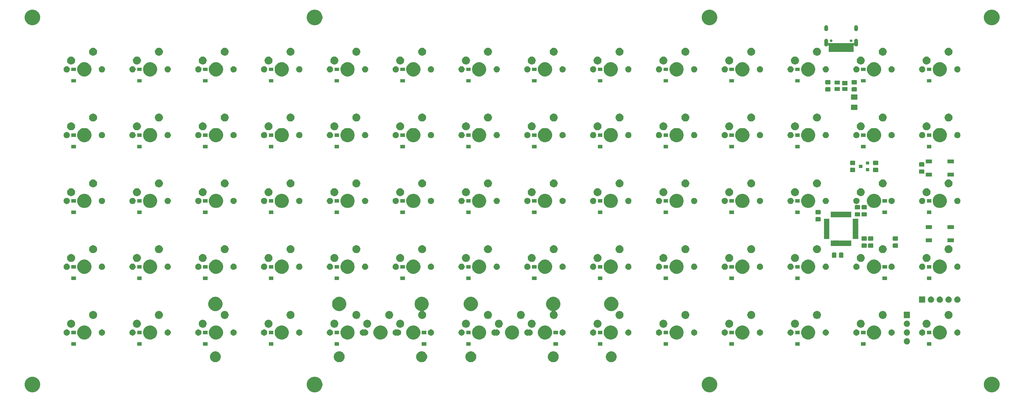
<source format=gbs>
G04 #@! TF.GenerationSoftware,KiCad,Pcbnew,(5.1.4)-1*
G04 #@! TF.CreationDate,2019-11-03T21:16:28+08:00*
G04 #@! TF.ProjectId,shichi-pcb,73686963-6869-42d7-9063-622e6b696361,1.0*
G04 #@! TF.SameCoordinates,Original*
G04 #@! TF.FileFunction,Soldermask,Bot*
G04 #@! TF.FilePolarity,Negative*
%FSLAX46Y46*%
G04 Gerber Fmt 4.6, Leading zero omitted, Abs format (unit mm)*
G04 Created by KiCad (PCBNEW (5.1.4)-1) date 2019-11-03 21:16:28*
%MOMM*%
%LPD*%
G04 APERTURE LIST*
%ADD10C,0.100000*%
G04 APERTURE END LIST*
D10*
G36*
X321775880Y-148259776D02*
G01*
X322156593Y-148335504D01*
X322566249Y-148505189D01*
X322934929Y-148751534D01*
X323248466Y-149065071D01*
X323494811Y-149433751D01*
X323664496Y-149843407D01*
X323751000Y-150278296D01*
X323751000Y-150721704D01*
X323664496Y-151156593D01*
X323494811Y-151566249D01*
X323248466Y-151934929D01*
X322934929Y-152248466D01*
X322566249Y-152494811D01*
X322156593Y-152664496D01*
X321775880Y-152740224D01*
X321721705Y-152751000D01*
X321278295Y-152751000D01*
X321224120Y-152740224D01*
X320843407Y-152664496D01*
X320433751Y-152494811D01*
X320065071Y-152248466D01*
X319751534Y-151934929D01*
X319505189Y-151566249D01*
X319335504Y-151156593D01*
X319249000Y-150721704D01*
X319249000Y-150278296D01*
X319335504Y-149843407D01*
X319505189Y-149433751D01*
X319751534Y-149065071D01*
X320065071Y-148751534D01*
X320433751Y-148505189D01*
X320843407Y-148335504D01*
X321224120Y-148259776D01*
X321278295Y-148249000D01*
X321721705Y-148249000D01*
X321775880Y-148259776D01*
X321775880Y-148259776D01*
G37*
G36*
X126275880Y-148259776D02*
G01*
X126656593Y-148335504D01*
X127066249Y-148505189D01*
X127434929Y-148751534D01*
X127748466Y-149065071D01*
X127994811Y-149433751D01*
X128164496Y-149843407D01*
X128251000Y-150278296D01*
X128251000Y-150721704D01*
X128164496Y-151156593D01*
X127994811Y-151566249D01*
X127748466Y-151934929D01*
X127434929Y-152248466D01*
X127066249Y-152494811D01*
X126656593Y-152664496D01*
X126275880Y-152740224D01*
X126221705Y-152751000D01*
X125778295Y-152751000D01*
X125724120Y-152740224D01*
X125343407Y-152664496D01*
X124933751Y-152494811D01*
X124565071Y-152248466D01*
X124251534Y-151934929D01*
X124005189Y-151566249D01*
X123835504Y-151156593D01*
X123749000Y-150721704D01*
X123749000Y-150278296D01*
X123835504Y-149843407D01*
X124005189Y-149433751D01*
X124251534Y-149065071D01*
X124565071Y-148751534D01*
X124933751Y-148505189D01*
X125343407Y-148335504D01*
X125724120Y-148259776D01*
X125778295Y-148249000D01*
X126221705Y-148249000D01*
X126275880Y-148259776D01*
X126275880Y-148259776D01*
G37*
G36*
X44775880Y-148259776D02*
G01*
X45156593Y-148335504D01*
X45566249Y-148505189D01*
X45934929Y-148751534D01*
X46248466Y-149065071D01*
X46494811Y-149433751D01*
X46664496Y-149843407D01*
X46751000Y-150278296D01*
X46751000Y-150721704D01*
X46664496Y-151156593D01*
X46494811Y-151566249D01*
X46248466Y-151934929D01*
X45934929Y-152248466D01*
X45566249Y-152494811D01*
X45156593Y-152664496D01*
X44775880Y-152740224D01*
X44721705Y-152751000D01*
X44278295Y-152751000D01*
X44224120Y-152740224D01*
X43843407Y-152664496D01*
X43433751Y-152494811D01*
X43065071Y-152248466D01*
X42751534Y-151934929D01*
X42505189Y-151566249D01*
X42335504Y-151156593D01*
X42249000Y-150721704D01*
X42249000Y-150278296D01*
X42335504Y-149843407D01*
X42505189Y-149433751D01*
X42751534Y-149065071D01*
X43065071Y-148751534D01*
X43433751Y-148505189D01*
X43843407Y-148335504D01*
X44224120Y-148259776D01*
X44278295Y-148249000D01*
X44721705Y-148249000D01*
X44775880Y-148259776D01*
X44775880Y-148259776D01*
G37*
G36*
X240275880Y-148259776D02*
G01*
X240656593Y-148335504D01*
X241066249Y-148505189D01*
X241434929Y-148751534D01*
X241748466Y-149065071D01*
X241994811Y-149433751D01*
X242164496Y-149843407D01*
X242251000Y-150278296D01*
X242251000Y-150721704D01*
X242164496Y-151156593D01*
X241994811Y-151566249D01*
X241748466Y-151934929D01*
X241434929Y-152248466D01*
X241066249Y-152494811D01*
X240656593Y-152664496D01*
X240275880Y-152740224D01*
X240221705Y-152751000D01*
X239778295Y-152751000D01*
X239724120Y-152740224D01*
X239343407Y-152664496D01*
X238933751Y-152494811D01*
X238565071Y-152248466D01*
X238251534Y-151934929D01*
X238005189Y-151566249D01*
X237835504Y-151156593D01*
X237749000Y-150721704D01*
X237749000Y-150278296D01*
X237835504Y-149843407D01*
X238005189Y-149433751D01*
X238251534Y-149065071D01*
X238565071Y-148751534D01*
X238933751Y-148505189D01*
X239343407Y-148335504D01*
X239724120Y-148259776D01*
X239778295Y-148249000D01*
X240221705Y-148249000D01*
X240275880Y-148259776D01*
X240275880Y-148259776D01*
G37*
G36*
X97581083Y-140939090D02*
G01*
X97809702Y-140984564D01*
X98096516Y-141103367D01*
X98354642Y-141275841D01*
X98574159Y-141495358D01*
X98746633Y-141753484D01*
X98865436Y-142040298D01*
X98926000Y-142344778D01*
X98926000Y-142655222D01*
X98865436Y-142959702D01*
X98746633Y-143246516D01*
X98574159Y-143504642D01*
X98354642Y-143724159D01*
X98096516Y-143896633D01*
X97809702Y-144015436D01*
X97581083Y-144060910D01*
X97505224Y-144076000D01*
X97194776Y-144076000D01*
X97118917Y-144060910D01*
X96890298Y-144015436D01*
X96603484Y-143896633D01*
X96345358Y-143724159D01*
X96125841Y-143504642D01*
X95953367Y-143246516D01*
X95834564Y-142959702D01*
X95774000Y-142655222D01*
X95774000Y-142344778D01*
X95834564Y-142040298D01*
X95953367Y-141753484D01*
X96125841Y-141495358D01*
X96345358Y-141275841D01*
X96603484Y-141103367D01*
X96890298Y-140984564D01*
X97118917Y-140939090D01*
X97194776Y-140924000D01*
X97505224Y-140924000D01*
X97581083Y-140939090D01*
X97581083Y-140939090D01*
G37*
G36*
X133331083Y-140939090D02*
G01*
X133559702Y-140984564D01*
X133846516Y-141103367D01*
X134104642Y-141275841D01*
X134324159Y-141495358D01*
X134496633Y-141753484D01*
X134615436Y-142040298D01*
X134676000Y-142344778D01*
X134676000Y-142655222D01*
X134615436Y-142959702D01*
X134496633Y-143246516D01*
X134324159Y-143504642D01*
X134104642Y-143724159D01*
X133846516Y-143896633D01*
X133559702Y-144015436D01*
X133331083Y-144060910D01*
X133255224Y-144076000D01*
X132944776Y-144076000D01*
X132868917Y-144060910D01*
X132640298Y-144015436D01*
X132353484Y-143896633D01*
X132095358Y-143724159D01*
X131875841Y-143504642D01*
X131703367Y-143246516D01*
X131584564Y-142959702D01*
X131524000Y-142655222D01*
X131524000Y-142344778D01*
X131584564Y-142040298D01*
X131703367Y-141753484D01*
X131875841Y-141495358D01*
X132095358Y-141275841D01*
X132353484Y-141103367D01*
X132640298Y-140984564D01*
X132868917Y-140939090D01*
X132944776Y-140924000D01*
X133255224Y-140924000D01*
X133331083Y-140939090D01*
X133331083Y-140939090D01*
G37*
G36*
X211881083Y-140939090D02*
G01*
X212109702Y-140984564D01*
X212396516Y-141103367D01*
X212654642Y-141275841D01*
X212874159Y-141495358D01*
X213046633Y-141753484D01*
X213165436Y-142040298D01*
X213226000Y-142344778D01*
X213226000Y-142655222D01*
X213165436Y-142959702D01*
X213046633Y-143246516D01*
X212874159Y-143504642D01*
X212654642Y-143724159D01*
X212396516Y-143896633D01*
X212109702Y-144015436D01*
X211881083Y-144060910D01*
X211805224Y-144076000D01*
X211494776Y-144076000D01*
X211418917Y-144060910D01*
X211190298Y-144015436D01*
X210903484Y-143896633D01*
X210645358Y-143724159D01*
X210425841Y-143504642D01*
X210253367Y-143246516D01*
X210134564Y-142959702D01*
X210074000Y-142655222D01*
X210074000Y-142344778D01*
X210134564Y-142040298D01*
X210253367Y-141753484D01*
X210425841Y-141495358D01*
X210645358Y-141275841D01*
X210903484Y-141103367D01*
X211190298Y-140984564D01*
X211418917Y-140939090D01*
X211494776Y-140924000D01*
X211805224Y-140924000D01*
X211881083Y-140939090D01*
X211881083Y-140939090D01*
G37*
G36*
X195131083Y-140939090D02*
G01*
X195359702Y-140984564D01*
X195646516Y-141103367D01*
X195904642Y-141275841D01*
X196124159Y-141495358D01*
X196296633Y-141753484D01*
X196415436Y-142040298D01*
X196476000Y-142344778D01*
X196476000Y-142655222D01*
X196415436Y-142959702D01*
X196296633Y-143246516D01*
X196124159Y-143504642D01*
X195904642Y-143724159D01*
X195646516Y-143896633D01*
X195359702Y-144015436D01*
X195131083Y-144060910D01*
X195055224Y-144076000D01*
X194744776Y-144076000D01*
X194668917Y-144060910D01*
X194440298Y-144015436D01*
X194153484Y-143896633D01*
X193895358Y-143724159D01*
X193675841Y-143504642D01*
X193503367Y-143246516D01*
X193384564Y-142959702D01*
X193324000Y-142655222D01*
X193324000Y-142344778D01*
X193384564Y-142040298D01*
X193503367Y-141753484D01*
X193675841Y-141495358D01*
X193895358Y-141275841D01*
X194153484Y-141103367D01*
X194440298Y-140984564D01*
X194668917Y-140939090D01*
X194744776Y-140924000D01*
X195055224Y-140924000D01*
X195131083Y-140939090D01*
X195131083Y-140939090D01*
G37*
G36*
X171331083Y-140939090D02*
G01*
X171559702Y-140984564D01*
X171846516Y-141103367D01*
X172104642Y-141275841D01*
X172324159Y-141495358D01*
X172496633Y-141753484D01*
X172615436Y-142040298D01*
X172676000Y-142344778D01*
X172676000Y-142655222D01*
X172615436Y-142959702D01*
X172496633Y-143246516D01*
X172324159Y-143504642D01*
X172104642Y-143724159D01*
X171846516Y-143896633D01*
X171559702Y-144015436D01*
X171331083Y-144060910D01*
X171255224Y-144076000D01*
X170944776Y-144076000D01*
X170868917Y-144060910D01*
X170640298Y-144015436D01*
X170353484Y-143896633D01*
X170095358Y-143724159D01*
X169875841Y-143504642D01*
X169703367Y-143246516D01*
X169584564Y-142959702D01*
X169524000Y-142655222D01*
X169524000Y-142344778D01*
X169584564Y-142040298D01*
X169703367Y-141753484D01*
X169875841Y-141495358D01*
X170095358Y-141275841D01*
X170353484Y-141103367D01*
X170640298Y-140984564D01*
X170868917Y-140939090D01*
X170944776Y-140924000D01*
X171255224Y-140924000D01*
X171331083Y-140939090D01*
X171331083Y-140939090D01*
G37*
G36*
X157131083Y-140939090D02*
G01*
X157359702Y-140984564D01*
X157646516Y-141103367D01*
X157904642Y-141275841D01*
X158124159Y-141495358D01*
X158296633Y-141753484D01*
X158415436Y-142040298D01*
X158476000Y-142344778D01*
X158476000Y-142655222D01*
X158415436Y-142959702D01*
X158296633Y-143246516D01*
X158124159Y-143504642D01*
X157904642Y-143724159D01*
X157646516Y-143896633D01*
X157359702Y-144015436D01*
X157131083Y-144060910D01*
X157055224Y-144076000D01*
X156744776Y-144076000D01*
X156668917Y-144060910D01*
X156440298Y-144015436D01*
X156153484Y-143896633D01*
X155895358Y-143724159D01*
X155675841Y-143504642D01*
X155503367Y-143246516D01*
X155384564Y-142959702D01*
X155324000Y-142655222D01*
X155324000Y-142344778D01*
X155384564Y-142040298D01*
X155503367Y-141753484D01*
X155675841Y-141495358D01*
X155895358Y-141275841D01*
X156153484Y-141103367D01*
X156440298Y-140984564D01*
X156668917Y-140939090D01*
X156744776Y-140924000D01*
X157055224Y-140924000D01*
X157131083Y-140939090D01*
X157131083Y-140939090D01*
G37*
G36*
X158238500Y-139313500D02*
G01*
X156936500Y-139313500D01*
X156936500Y-138311500D01*
X158238500Y-138311500D01*
X158238500Y-139313500D01*
X158238500Y-139313500D01*
G37*
G36*
X171063500Y-139313500D02*
G01*
X169761500Y-139313500D01*
X169761500Y-138311500D01*
X171063500Y-138311500D01*
X171063500Y-139313500D01*
X171063500Y-139313500D01*
G37*
G36*
X133063500Y-139313500D02*
G01*
X131761500Y-139313500D01*
X131761500Y-138311500D01*
X133063500Y-138311500D01*
X133063500Y-139313500D01*
X133063500Y-139313500D01*
G37*
G36*
X304063500Y-139313500D02*
G01*
X302761500Y-139313500D01*
X302761500Y-138311500D01*
X304063500Y-138311500D01*
X304063500Y-139313500D01*
X304063500Y-139313500D01*
G37*
G36*
X114063500Y-139313500D02*
G01*
X112761500Y-139313500D01*
X112761500Y-138311500D01*
X114063500Y-138311500D01*
X114063500Y-139313500D01*
X114063500Y-139313500D01*
G37*
G36*
X196238500Y-139313500D02*
G01*
X194936500Y-139313500D01*
X194936500Y-138311500D01*
X196238500Y-138311500D01*
X196238500Y-139313500D01*
X196238500Y-139313500D01*
G37*
G36*
X95063500Y-139313500D02*
G01*
X93761500Y-139313500D01*
X93761500Y-138311500D01*
X95063500Y-138311500D01*
X95063500Y-139313500D01*
X95063500Y-139313500D01*
G37*
G36*
X209063500Y-139313500D02*
G01*
X207761500Y-139313500D01*
X207761500Y-138311500D01*
X209063500Y-138311500D01*
X209063500Y-139313500D01*
X209063500Y-139313500D01*
G37*
G36*
X57063500Y-139313500D02*
G01*
X55761500Y-139313500D01*
X55761500Y-138311500D01*
X57063500Y-138311500D01*
X57063500Y-139313500D01*
X57063500Y-139313500D01*
G37*
G36*
X285063500Y-139313500D02*
G01*
X283761500Y-139313500D01*
X283761500Y-138311500D01*
X285063500Y-138311500D01*
X285063500Y-139313500D01*
X285063500Y-139313500D01*
G37*
G36*
X228063500Y-139313500D02*
G01*
X226761500Y-139313500D01*
X226761500Y-138311500D01*
X228063500Y-138311500D01*
X228063500Y-139313500D01*
X228063500Y-139313500D01*
G37*
G36*
X247063500Y-139313500D02*
G01*
X245761500Y-139313500D01*
X245761500Y-138311500D01*
X247063500Y-138311500D01*
X247063500Y-139313500D01*
X247063500Y-139313500D01*
G37*
G36*
X266063500Y-139313500D02*
G01*
X264761500Y-139313500D01*
X264761500Y-138311500D01*
X266063500Y-138311500D01*
X266063500Y-139313500D01*
X266063500Y-139313500D01*
G37*
G36*
X76063500Y-139313500D02*
G01*
X74761500Y-139313500D01*
X74761500Y-138311500D01*
X76063500Y-138311500D01*
X76063500Y-139313500D01*
X76063500Y-139313500D01*
G37*
G36*
X297110442Y-137145518D02*
G01*
X297176627Y-137152037D01*
X297346466Y-137203557D01*
X297502991Y-137287222D01*
X297538729Y-137316552D01*
X297640186Y-137399814D01*
X297723448Y-137501271D01*
X297752778Y-137537009D01*
X297836443Y-137693534D01*
X297887963Y-137863373D01*
X297905359Y-138040000D01*
X297887963Y-138216627D01*
X297836443Y-138386466D01*
X297752778Y-138542991D01*
X297723448Y-138578729D01*
X297640186Y-138680186D01*
X297538729Y-138763448D01*
X297502991Y-138792778D01*
X297346466Y-138876443D01*
X297176627Y-138927963D01*
X297110442Y-138934482D01*
X297044260Y-138941000D01*
X296955740Y-138941000D01*
X296889558Y-138934482D01*
X296823373Y-138927963D01*
X296653534Y-138876443D01*
X296497009Y-138792778D01*
X296461271Y-138763448D01*
X296359814Y-138680186D01*
X296276552Y-138578729D01*
X296247222Y-138542991D01*
X296163557Y-138386466D01*
X296112037Y-138216627D01*
X296094641Y-138040000D01*
X296112037Y-137863373D01*
X296163557Y-137693534D01*
X296247222Y-137537009D01*
X296276552Y-137501271D01*
X296359814Y-137399814D01*
X296461271Y-137316552D01*
X296497009Y-137287222D01*
X296653534Y-137203557D01*
X296823373Y-137152037D01*
X296889558Y-137145518D01*
X296955740Y-137139000D01*
X297044260Y-137139000D01*
X297110442Y-137145518D01*
X297110442Y-137145518D01*
G37*
G36*
X79098254Y-133527818D02*
G01*
X79471511Y-133682426D01*
X79471513Y-133682427D01*
X79738766Y-133861000D01*
X79807436Y-133906884D01*
X80093116Y-134192564D01*
X80317574Y-134528489D01*
X80472182Y-134901746D01*
X80551000Y-135297993D01*
X80551000Y-135702007D01*
X80472182Y-136098254D01*
X80317574Y-136471511D01*
X80317573Y-136471513D01*
X80093116Y-136807436D01*
X79807436Y-137093116D01*
X79471513Y-137317573D01*
X79471512Y-137317574D01*
X79471511Y-137317574D01*
X79098254Y-137472182D01*
X78702007Y-137551000D01*
X78297993Y-137551000D01*
X77901746Y-137472182D01*
X77528489Y-137317574D01*
X77528488Y-137317574D01*
X77528487Y-137317573D01*
X77192564Y-137093116D01*
X76906884Y-136807436D01*
X76682427Y-136471513D01*
X76682426Y-136471511D01*
X76527818Y-136098254D01*
X76449000Y-135702007D01*
X76449000Y-135297993D01*
X76527818Y-134901746D01*
X76682426Y-134528489D01*
X76906884Y-134192564D01*
X77192564Y-133906884D01*
X77261234Y-133861000D01*
X77528487Y-133682427D01*
X77528489Y-133682426D01*
X77901746Y-133527818D01*
X78297993Y-133449000D01*
X78702007Y-133449000D01*
X79098254Y-133527818D01*
X79098254Y-133527818D01*
G37*
G36*
X145598254Y-133527818D02*
G01*
X145971511Y-133682426D01*
X145971513Y-133682427D01*
X146238766Y-133861000D01*
X146307436Y-133906884D01*
X146593116Y-134192564D01*
X146817574Y-134528489D01*
X146972182Y-134901746D01*
X147051000Y-135297993D01*
X147051000Y-135702007D01*
X146972182Y-136098254D01*
X146817574Y-136471511D01*
X146817573Y-136471513D01*
X146593116Y-136807436D01*
X146307436Y-137093116D01*
X145971513Y-137317573D01*
X145971512Y-137317574D01*
X145971511Y-137317574D01*
X145598254Y-137472182D01*
X145202007Y-137551000D01*
X144797993Y-137551000D01*
X144401746Y-137472182D01*
X144028489Y-137317574D01*
X144028488Y-137317574D01*
X144028487Y-137317573D01*
X143692564Y-137093116D01*
X143406884Y-136807436D01*
X143182427Y-136471513D01*
X143182426Y-136471511D01*
X143027818Y-136098254D01*
X142949000Y-135702007D01*
X142949000Y-135297993D01*
X143027818Y-134901746D01*
X143182426Y-134528489D01*
X143406884Y-134192564D01*
X143692564Y-133906884D01*
X143761234Y-133861000D01*
X144028487Y-133682427D01*
X144028489Y-133682426D01*
X144401746Y-133527818D01*
X144797993Y-133449000D01*
X145202007Y-133449000D01*
X145598254Y-133527818D01*
X145598254Y-133527818D01*
G37*
G36*
X174098254Y-133527818D02*
G01*
X174471511Y-133682426D01*
X174471513Y-133682427D01*
X174738766Y-133861000D01*
X174807436Y-133906884D01*
X175093116Y-134192564D01*
X175317574Y-134528489D01*
X175472182Y-134901746D01*
X175551000Y-135297993D01*
X175551000Y-135702007D01*
X175472182Y-136098254D01*
X175317574Y-136471511D01*
X175317573Y-136471513D01*
X175093116Y-136807436D01*
X174807436Y-137093116D01*
X174471513Y-137317573D01*
X174471512Y-137317574D01*
X174471511Y-137317574D01*
X174098254Y-137472182D01*
X173702007Y-137551000D01*
X173297993Y-137551000D01*
X172901746Y-137472182D01*
X172528489Y-137317574D01*
X172528488Y-137317574D01*
X172528487Y-137317573D01*
X172192564Y-137093116D01*
X171906884Y-136807436D01*
X171682427Y-136471513D01*
X171682426Y-136471511D01*
X171527818Y-136098254D01*
X171449000Y-135702007D01*
X171449000Y-135297993D01*
X171527818Y-134901746D01*
X171682426Y-134528489D01*
X171906884Y-134192564D01*
X172192564Y-133906884D01*
X172261234Y-133861000D01*
X172528487Y-133682427D01*
X172528489Y-133682426D01*
X172901746Y-133527818D01*
X173297993Y-133449000D01*
X173702007Y-133449000D01*
X174098254Y-133527818D01*
X174098254Y-133527818D01*
G37*
G36*
X136098254Y-133527818D02*
G01*
X136471511Y-133682426D01*
X136471513Y-133682427D01*
X136738766Y-133861000D01*
X136807436Y-133906884D01*
X137093116Y-134192564D01*
X137317574Y-134528489D01*
X137472182Y-134901746D01*
X137551000Y-135297993D01*
X137551000Y-135702007D01*
X137472182Y-136098254D01*
X137317574Y-136471511D01*
X137317573Y-136471513D01*
X137093116Y-136807436D01*
X136807436Y-137093116D01*
X136471513Y-137317573D01*
X136471512Y-137317574D01*
X136471511Y-137317574D01*
X136098254Y-137472182D01*
X135702007Y-137551000D01*
X135297993Y-137551000D01*
X134901746Y-137472182D01*
X134528489Y-137317574D01*
X134528488Y-137317574D01*
X134528487Y-137317573D01*
X134192564Y-137093116D01*
X133906884Y-136807436D01*
X133682427Y-136471513D01*
X133682426Y-136471511D01*
X133527818Y-136098254D01*
X133449000Y-135702007D01*
X133449000Y-135297993D01*
X133527818Y-134901746D01*
X133682426Y-134528489D01*
X133906884Y-134192564D01*
X134192564Y-133906884D01*
X134261234Y-133861000D01*
X134528487Y-133682427D01*
X134528489Y-133682426D01*
X134901746Y-133527818D01*
X135297993Y-133449000D01*
X135702007Y-133449000D01*
X136098254Y-133527818D01*
X136098254Y-133527818D01*
G37*
G36*
X231098254Y-133527818D02*
G01*
X231471511Y-133682426D01*
X231471513Y-133682427D01*
X231738766Y-133861000D01*
X231807436Y-133906884D01*
X232093116Y-134192564D01*
X232317574Y-134528489D01*
X232472182Y-134901746D01*
X232551000Y-135297993D01*
X232551000Y-135702007D01*
X232472182Y-136098254D01*
X232317574Y-136471511D01*
X232317573Y-136471513D01*
X232093116Y-136807436D01*
X231807436Y-137093116D01*
X231471513Y-137317573D01*
X231471512Y-137317574D01*
X231471511Y-137317574D01*
X231098254Y-137472182D01*
X230702007Y-137551000D01*
X230297993Y-137551000D01*
X229901746Y-137472182D01*
X229528489Y-137317574D01*
X229528488Y-137317574D01*
X229528487Y-137317573D01*
X229192564Y-137093116D01*
X228906884Y-136807436D01*
X228682427Y-136471513D01*
X228682426Y-136471511D01*
X228527818Y-136098254D01*
X228449000Y-135702007D01*
X228449000Y-135297993D01*
X228527818Y-134901746D01*
X228682426Y-134528489D01*
X228906884Y-134192564D01*
X229192564Y-133906884D01*
X229261234Y-133861000D01*
X229528487Y-133682427D01*
X229528489Y-133682426D01*
X229901746Y-133527818D01*
X230297993Y-133449000D01*
X230702007Y-133449000D01*
X231098254Y-133527818D01*
X231098254Y-133527818D01*
G37*
G36*
X250098254Y-133527818D02*
G01*
X250471511Y-133682426D01*
X250471513Y-133682427D01*
X250738766Y-133861000D01*
X250807436Y-133906884D01*
X251093116Y-134192564D01*
X251317574Y-134528489D01*
X251472182Y-134901746D01*
X251551000Y-135297993D01*
X251551000Y-135702007D01*
X251472182Y-136098254D01*
X251317574Y-136471511D01*
X251317573Y-136471513D01*
X251093116Y-136807436D01*
X250807436Y-137093116D01*
X250471513Y-137317573D01*
X250471512Y-137317574D01*
X250471511Y-137317574D01*
X250098254Y-137472182D01*
X249702007Y-137551000D01*
X249297993Y-137551000D01*
X248901746Y-137472182D01*
X248528489Y-137317574D01*
X248528488Y-137317574D01*
X248528487Y-137317573D01*
X248192564Y-137093116D01*
X247906884Y-136807436D01*
X247682427Y-136471513D01*
X247682426Y-136471511D01*
X247527818Y-136098254D01*
X247449000Y-135702007D01*
X247449000Y-135297993D01*
X247527818Y-134901746D01*
X247682426Y-134528489D01*
X247906884Y-134192564D01*
X248192564Y-133906884D01*
X248261234Y-133861000D01*
X248528487Y-133682427D01*
X248528489Y-133682426D01*
X248901746Y-133527818D01*
X249297993Y-133449000D01*
X249702007Y-133449000D01*
X250098254Y-133527818D01*
X250098254Y-133527818D01*
G37*
G36*
X117098254Y-133527818D02*
G01*
X117471511Y-133682426D01*
X117471513Y-133682427D01*
X117738766Y-133861000D01*
X117807436Y-133906884D01*
X118093116Y-134192564D01*
X118317574Y-134528489D01*
X118472182Y-134901746D01*
X118551000Y-135297993D01*
X118551000Y-135702007D01*
X118472182Y-136098254D01*
X118317574Y-136471511D01*
X118317573Y-136471513D01*
X118093116Y-136807436D01*
X117807436Y-137093116D01*
X117471513Y-137317573D01*
X117471512Y-137317574D01*
X117471511Y-137317574D01*
X117098254Y-137472182D01*
X116702007Y-137551000D01*
X116297993Y-137551000D01*
X115901746Y-137472182D01*
X115528489Y-137317574D01*
X115528488Y-137317574D01*
X115528487Y-137317573D01*
X115192564Y-137093116D01*
X114906884Y-136807436D01*
X114682427Y-136471513D01*
X114682426Y-136471511D01*
X114527818Y-136098254D01*
X114449000Y-135702007D01*
X114449000Y-135297993D01*
X114527818Y-134901746D01*
X114682426Y-134528489D01*
X114906884Y-134192564D01*
X115192564Y-133906884D01*
X115261234Y-133861000D01*
X115528487Y-133682427D01*
X115528489Y-133682426D01*
X115901746Y-133527818D01*
X116297993Y-133449000D01*
X116702007Y-133449000D01*
X117098254Y-133527818D01*
X117098254Y-133527818D01*
G37*
G36*
X269098254Y-133527818D02*
G01*
X269471511Y-133682426D01*
X269471513Y-133682427D01*
X269738766Y-133861000D01*
X269807436Y-133906884D01*
X270093116Y-134192564D01*
X270317574Y-134528489D01*
X270472182Y-134901746D01*
X270551000Y-135297993D01*
X270551000Y-135702007D01*
X270472182Y-136098254D01*
X270317574Y-136471511D01*
X270317573Y-136471513D01*
X270093116Y-136807436D01*
X269807436Y-137093116D01*
X269471513Y-137317573D01*
X269471512Y-137317574D01*
X269471511Y-137317574D01*
X269098254Y-137472182D01*
X268702007Y-137551000D01*
X268297993Y-137551000D01*
X267901746Y-137472182D01*
X267528489Y-137317574D01*
X267528488Y-137317574D01*
X267528487Y-137317573D01*
X267192564Y-137093116D01*
X266906884Y-136807436D01*
X266682427Y-136471513D01*
X266682426Y-136471511D01*
X266527818Y-136098254D01*
X266449000Y-135702007D01*
X266449000Y-135297993D01*
X266527818Y-134901746D01*
X266682426Y-134528489D01*
X266906884Y-134192564D01*
X267192564Y-133906884D01*
X267261234Y-133861000D01*
X267528487Y-133682427D01*
X267528489Y-133682426D01*
X267901746Y-133527818D01*
X268297993Y-133449000D01*
X268702007Y-133449000D01*
X269098254Y-133527818D01*
X269098254Y-133527818D01*
G37*
G36*
X193098254Y-133527818D02*
G01*
X193471511Y-133682426D01*
X193471513Y-133682427D01*
X193738766Y-133861000D01*
X193807436Y-133906884D01*
X194093116Y-134192564D01*
X194317574Y-134528489D01*
X194472182Y-134901746D01*
X194551000Y-135297993D01*
X194551000Y-135702007D01*
X194472182Y-136098254D01*
X194317574Y-136471511D01*
X194317573Y-136471513D01*
X194093116Y-136807436D01*
X193807436Y-137093116D01*
X193471513Y-137317573D01*
X193471512Y-137317574D01*
X193471511Y-137317574D01*
X193098254Y-137472182D01*
X192702007Y-137551000D01*
X192297993Y-137551000D01*
X191901746Y-137472182D01*
X191528489Y-137317574D01*
X191528488Y-137317574D01*
X191528487Y-137317573D01*
X191192564Y-137093116D01*
X190906884Y-136807436D01*
X190682427Y-136471513D01*
X190682426Y-136471511D01*
X190527818Y-136098254D01*
X190449000Y-135702007D01*
X190449000Y-135297993D01*
X190527818Y-134901746D01*
X190682426Y-134528489D01*
X190906884Y-134192564D01*
X191192564Y-133906884D01*
X191261234Y-133861000D01*
X191528487Y-133682427D01*
X191528489Y-133682426D01*
X191901746Y-133527818D01*
X192297993Y-133449000D01*
X192702007Y-133449000D01*
X193098254Y-133527818D01*
X193098254Y-133527818D01*
G37*
G36*
X98098254Y-133527818D02*
G01*
X98471511Y-133682426D01*
X98471513Y-133682427D01*
X98738766Y-133861000D01*
X98807436Y-133906884D01*
X99093116Y-134192564D01*
X99317574Y-134528489D01*
X99472182Y-134901746D01*
X99551000Y-135297993D01*
X99551000Y-135702007D01*
X99472182Y-136098254D01*
X99317574Y-136471511D01*
X99317573Y-136471513D01*
X99093116Y-136807436D01*
X98807436Y-137093116D01*
X98471513Y-137317573D01*
X98471512Y-137317574D01*
X98471511Y-137317574D01*
X98098254Y-137472182D01*
X97702007Y-137551000D01*
X97297993Y-137551000D01*
X96901746Y-137472182D01*
X96528489Y-137317574D01*
X96528488Y-137317574D01*
X96528487Y-137317573D01*
X96192564Y-137093116D01*
X95906884Y-136807436D01*
X95682427Y-136471513D01*
X95682426Y-136471511D01*
X95527818Y-136098254D01*
X95449000Y-135702007D01*
X95449000Y-135297993D01*
X95527818Y-134901746D01*
X95682426Y-134528489D01*
X95906884Y-134192564D01*
X96192564Y-133906884D01*
X96261234Y-133861000D01*
X96528487Y-133682427D01*
X96528489Y-133682426D01*
X96901746Y-133527818D01*
X97297993Y-133449000D01*
X97702007Y-133449000D01*
X98098254Y-133527818D01*
X98098254Y-133527818D01*
G37*
G36*
X307098254Y-133527818D02*
G01*
X307471511Y-133682426D01*
X307471513Y-133682427D01*
X307738766Y-133861000D01*
X307807436Y-133906884D01*
X308093116Y-134192564D01*
X308317574Y-134528489D01*
X308472182Y-134901746D01*
X308551000Y-135297993D01*
X308551000Y-135702007D01*
X308472182Y-136098254D01*
X308317574Y-136471511D01*
X308317573Y-136471513D01*
X308093116Y-136807436D01*
X307807436Y-137093116D01*
X307471513Y-137317573D01*
X307471512Y-137317574D01*
X307471511Y-137317574D01*
X307098254Y-137472182D01*
X306702007Y-137551000D01*
X306297993Y-137551000D01*
X305901746Y-137472182D01*
X305528489Y-137317574D01*
X305528488Y-137317574D01*
X305528487Y-137317573D01*
X305192564Y-137093116D01*
X304906884Y-136807436D01*
X304682427Y-136471513D01*
X304682426Y-136471511D01*
X304527818Y-136098254D01*
X304449000Y-135702007D01*
X304449000Y-135297993D01*
X304527818Y-134901746D01*
X304682426Y-134528489D01*
X304906884Y-134192564D01*
X305192564Y-133906884D01*
X305261234Y-133861000D01*
X305528487Y-133682427D01*
X305528489Y-133682426D01*
X305901746Y-133527818D01*
X306297993Y-133449000D01*
X306702007Y-133449000D01*
X307098254Y-133527818D01*
X307098254Y-133527818D01*
G37*
G36*
X288098254Y-133527818D02*
G01*
X288471511Y-133682426D01*
X288471513Y-133682427D01*
X288738766Y-133861000D01*
X288807436Y-133906884D01*
X289093116Y-134192564D01*
X289317574Y-134528489D01*
X289472182Y-134901746D01*
X289551000Y-135297993D01*
X289551000Y-135702007D01*
X289472182Y-136098254D01*
X289317574Y-136471511D01*
X289317573Y-136471513D01*
X289093116Y-136807436D01*
X288807436Y-137093116D01*
X288471513Y-137317573D01*
X288471512Y-137317574D01*
X288471511Y-137317574D01*
X288098254Y-137472182D01*
X287702007Y-137551000D01*
X287297993Y-137551000D01*
X286901746Y-137472182D01*
X286528489Y-137317574D01*
X286528488Y-137317574D01*
X286528487Y-137317573D01*
X286192564Y-137093116D01*
X285906884Y-136807436D01*
X285682427Y-136471513D01*
X285682426Y-136471511D01*
X285527818Y-136098254D01*
X285449000Y-135702007D01*
X285449000Y-135297993D01*
X285527818Y-134901746D01*
X285682426Y-134528489D01*
X285906884Y-134192564D01*
X286192564Y-133906884D01*
X286261234Y-133861000D01*
X286528487Y-133682427D01*
X286528489Y-133682426D01*
X286901746Y-133527818D01*
X287297993Y-133449000D01*
X287702007Y-133449000D01*
X288098254Y-133527818D01*
X288098254Y-133527818D01*
G37*
G36*
X155098254Y-133527818D02*
G01*
X155471511Y-133682426D01*
X155471513Y-133682427D01*
X155738766Y-133861000D01*
X155807436Y-133906884D01*
X156093116Y-134192564D01*
X156317574Y-134528489D01*
X156472182Y-134901746D01*
X156551000Y-135297993D01*
X156551000Y-135702007D01*
X156472182Y-136098254D01*
X156317574Y-136471511D01*
X156317573Y-136471513D01*
X156093116Y-136807436D01*
X155807436Y-137093116D01*
X155471513Y-137317573D01*
X155471512Y-137317574D01*
X155471511Y-137317574D01*
X155098254Y-137472182D01*
X154702007Y-137551000D01*
X154297993Y-137551000D01*
X153901746Y-137472182D01*
X153528489Y-137317574D01*
X153528488Y-137317574D01*
X153528487Y-137317573D01*
X153192564Y-137093116D01*
X152906884Y-136807436D01*
X152682427Y-136471513D01*
X152682426Y-136471511D01*
X152527818Y-136098254D01*
X152449000Y-135702007D01*
X152449000Y-135297993D01*
X152527818Y-134901746D01*
X152682426Y-134528489D01*
X152906884Y-134192564D01*
X153192564Y-133906884D01*
X153261234Y-133861000D01*
X153528487Y-133682427D01*
X153528489Y-133682426D01*
X153901746Y-133527818D01*
X154297993Y-133449000D01*
X154702007Y-133449000D01*
X155098254Y-133527818D01*
X155098254Y-133527818D01*
G37*
G36*
X60098254Y-133527818D02*
G01*
X60471511Y-133682426D01*
X60471513Y-133682427D01*
X60738766Y-133861000D01*
X60807436Y-133906884D01*
X61093116Y-134192564D01*
X61317574Y-134528489D01*
X61472182Y-134901746D01*
X61551000Y-135297993D01*
X61551000Y-135702007D01*
X61472182Y-136098254D01*
X61317574Y-136471511D01*
X61317573Y-136471513D01*
X61093116Y-136807436D01*
X60807436Y-137093116D01*
X60471513Y-137317573D01*
X60471512Y-137317574D01*
X60471511Y-137317574D01*
X60098254Y-137472182D01*
X59702007Y-137551000D01*
X59297993Y-137551000D01*
X58901746Y-137472182D01*
X58528489Y-137317574D01*
X58528488Y-137317574D01*
X58528487Y-137317573D01*
X58192564Y-137093116D01*
X57906884Y-136807436D01*
X57682427Y-136471513D01*
X57682426Y-136471511D01*
X57527818Y-136098254D01*
X57449000Y-135702007D01*
X57449000Y-135297993D01*
X57527818Y-134901746D01*
X57682426Y-134528489D01*
X57906884Y-134192564D01*
X58192564Y-133906884D01*
X58261234Y-133861000D01*
X58528487Y-133682427D01*
X58528489Y-133682426D01*
X58901746Y-133527818D01*
X59297993Y-133449000D01*
X59702007Y-133449000D01*
X60098254Y-133527818D01*
X60098254Y-133527818D01*
G37*
G36*
X183598254Y-133527818D02*
G01*
X183971511Y-133682426D01*
X183971513Y-133682427D01*
X184238766Y-133861000D01*
X184307436Y-133906884D01*
X184593116Y-134192564D01*
X184817574Y-134528489D01*
X184972182Y-134901746D01*
X185051000Y-135297993D01*
X185051000Y-135702007D01*
X184972182Y-136098254D01*
X184817574Y-136471511D01*
X184817573Y-136471513D01*
X184593116Y-136807436D01*
X184307436Y-137093116D01*
X183971513Y-137317573D01*
X183971512Y-137317574D01*
X183971511Y-137317574D01*
X183598254Y-137472182D01*
X183202007Y-137551000D01*
X182797993Y-137551000D01*
X182401746Y-137472182D01*
X182028489Y-137317574D01*
X182028488Y-137317574D01*
X182028487Y-137317573D01*
X181692564Y-137093116D01*
X181406884Y-136807436D01*
X181182427Y-136471513D01*
X181182426Y-136471511D01*
X181027818Y-136098254D01*
X180949000Y-135702007D01*
X180949000Y-135297993D01*
X181027818Y-134901746D01*
X181182426Y-134528489D01*
X181406884Y-134192564D01*
X181692564Y-133906884D01*
X181761234Y-133861000D01*
X182028487Y-133682427D01*
X182028489Y-133682426D01*
X182401746Y-133527818D01*
X182797993Y-133449000D01*
X183202007Y-133449000D01*
X183598254Y-133527818D01*
X183598254Y-133527818D01*
G37*
G36*
X212098254Y-133527818D02*
G01*
X212471511Y-133682426D01*
X212471513Y-133682427D01*
X212738766Y-133861000D01*
X212807436Y-133906884D01*
X213093116Y-134192564D01*
X213317574Y-134528489D01*
X213472182Y-134901746D01*
X213551000Y-135297993D01*
X213551000Y-135702007D01*
X213472182Y-136098254D01*
X213317574Y-136471511D01*
X213317573Y-136471513D01*
X213093116Y-136807436D01*
X212807436Y-137093116D01*
X212471513Y-137317573D01*
X212471512Y-137317574D01*
X212471511Y-137317574D01*
X212098254Y-137472182D01*
X211702007Y-137551000D01*
X211297993Y-137551000D01*
X210901746Y-137472182D01*
X210528489Y-137317574D01*
X210528488Y-137317574D01*
X210528487Y-137317573D01*
X210192564Y-137093116D01*
X209906884Y-136807436D01*
X209682427Y-136471513D01*
X209682426Y-136471511D01*
X209527818Y-136098254D01*
X209449000Y-135702007D01*
X209449000Y-135297993D01*
X209527818Y-134901746D01*
X209682426Y-134528489D01*
X209906884Y-134192564D01*
X210192564Y-133906884D01*
X210261234Y-133861000D01*
X210528487Y-133682427D01*
X210528489Y-133682426D01*
X210901746Y-133527818D01*
X211297993Y-133449000D01*
X211702007Y-133449000D01*
X212098254Y-133527818D01*
X212098254Y-133527818D01*
G37*
G36*
X178033512Y-134603927D02*
G01*
X178182812Y-134633624D01*
X178202176Y-134641645D01*
X178225612Y-134648755D01*
X178249998Y-134651157D01*
X178274385Y-134648755D01*
X178297824Y-134641645D01*
X178317188Y-134633624D01*
X178466488Y-134603927D01*
X178491258Y-134599000D01*
X178668742Y-134599000D01*
X178693512Y-134603927D01*
X178842812Y-134633624D01*
X179006784Y-134701544D01*
X179154354Y-134800147D01*
X179279853Y-134925646D01*
X179378456Y-135073216D01*
X179446376Y-135237188D01*
X179481000Y-135411259D01*
X179481000Y-135588741D01*
X179446376Y-135762812D01*
X179378456Y-135926784D01*
X179279853Y-136074354D01*
X179154354Y-136199853D01*
X179006784Y-136298456D01*
X178842812Y-136366376D01*
X178693512Y-136396073D01*
X178668742Y-136401000D01*
X178491258Y-136401000D01*
X178466488Y-136396073D01*
X178317188Y-136366376D01*
X178297824Y-136358355D01*
X178274388Y-136351245D01*
X178250002Y-136348843D01*
X178225615Y-136351245D01*
X178202176Y-136358355D01*
X178182812Y-136366376D01*
X178033512Y-136396073D01*
X178008742Y-136401000D01*
X177831258Y-136401000D01*
X177806488Y-136396073D01*
X177657188Y-136366376D01*
X177493216Y-136298456D01*
X177345646Y-136199853D01*
X177220147Y-136074354D01*
X177121544Y-135926784D01*
X177053624Y-135762812D01*
X177019000Y-135588741D01*
X177019000Y-135411259D01*
X177053624Y-135237188D01*
X177121544Y-135073216D01*
X177220147Y-134925646D01*
X177345646Y-134800147D01*
X177493216Y-134701544D01*
X177657188Y-134633624D01*
X177806488Y-134603927D01*
X177831258Y-134599000D01*
X178008742Y-134599000D01*
X178033512Y-134603927D01*
X178033512Y-134603927D01*
G37*
G36*
X92533512Y-134603927D02*
G01*
X92682812Y-134633624D01*
X92846784Y-134701544D01*
X92994354Y-134800147D01*
X93119853Y-134925646D01*
X93218456Y-135073216D01*
X93286376Y-135237188D01*
X93321000Y-135411259D01*
X93321000Y-135588741D01*
X93286376Y-135762812D01*
X93218456Y-135926784D01*
X93119853Y-136074354D01*
X92994354Y-136199853D01*
X92846784Y-136298456D01*
X92682812Y-136366376D01*
X92533512Y-136396073D01*
X92508742Y-136401000D01*
X92331258Y-136401000D01*
X92306488Y-136396073D01*
X92157188Y-136366376D01*
X91993216Y-136298456D01*
X91845646Y-136199853D01*
X91720147Y-136074354D01*
X91621544Y-135926784D01*
X91553624Y-135762812D01*
X91519000Y-135588741D01*
X91519000Y-135411259D01*
X91553624Y-135237188D01*
X91621544Y-135073216D01*
X91720147Y-134925646D01*
X91845646Y-134800147D01*
X91993216Y-134701544D01*
X92157188Y-134633624D01*
X92306488Y-134603927D01*
X92331258Y-134599000D01*
X92508742Y-134599000D01*
X92533512Y-134603927D01*
X92533512Y-134603927D01*
G37*
G36*
X159693512Y-134603927D02*
G01*
X159842812Y-134633624D01*
X160006784Y-134701544D01*
X160154354Y-134800147D01*
X160279853Y-134925646D01*
X160378456Y-135073216D01*
X160446376Y-135237188D01*
X160481000Y-135411259D01*
X160481000Y-135588741D01*
X160446376Y-135762812D01*
X160378456Y-135926784D01*
X160279853Y-136074354D01*
X160154354Y-136199853D01*
X160006784Y-136298456D01*
X159842812Y-136366376D01*
X159693512Y-136396073D01*
X159668742Y-136401000D01*
X159491258Y-136401000D01*
X159466488Y-136396073D01*
X159317188Y-136366376D01*
X159153216Y-136298456D01*
X159005646Y-136199853D01*
X158880147Y-136074354D01*
X158781544Y-135926784D01*
X158713624Y-135762812D01*
X158679000Y-135588741D01*
X158679000Y-135411259D01*
X158713624Y-135237188D01*
X158781544Y-135073216D01*
X158880147Y-134925646D01*
X159005646Y-134800147D01*
X159153216Y-134701544D01*
X159317188Y-134633624D01*
X159466488Y-134603927D01*
X159491258Y-134599000D01*
X159668742Y-134599000D01*
X159693512Y-134603927D01*
X159693512Y-134603927D01*
G37*
G36*
X216693512Y-134603927D02*
G01*
X216842812Y-134633624D01*
X217006784Y-134701544D01*
X217154354Y-134800147D01*
X217279853Y-134925646D01*
X217378456Y-135073216D01*
X217446376Y-135237188D01*
X217481000Y-135411259D01*
X217481000Y-135588741D01*
X217446376Y-135762812D01*
X217378456Y-135926784D01*
X217279853Y-136074354D01*
X217154354Y-136199853D01*
X217006784Y-136298456D01*
X216842812Y-136366376D01*
X216693512Y-136396073D01*
X216668742Y-136401000D01*
X216491258Y-136401000D01*
X216466488Y-136396073D01*
X216317188Y-136366376D01*
X216153216Y-136298456D01*
X216005646Y-136199853D01*
X215880147Y-136074354D01*
X215781544Y-135926784D01*
X215713624Y-135762812D01*
X215679000Y-135588741D01*
X215679000Y-135411259D01*
X215713624Y-135237188D01*
X215781544Y-135073216D01*
X215880147Y-134925646D01*
X216005646Y-134800147D01*
X216153216Y-134701544D01*
X216317188Y-134633624D01*
X216466488Y-134603927D01*
X216491258Y-134599000D01*
X216668742Y-134599000D01*
X216693512Y-134603927D01*
X216693512Y-134603927D01*
G37*
G36*
X297110443Y-134605519D02*
G01*
X297176627Y-134612037D01*
X297346466Y-134663557D01*
X297502991Y-134747222D01*
X297538729Y-134776552D01*
X297640186Y-134859814D01*
X297723448Y-134961271D01*
X297752778Y-134997009D01*
X297836443Y-135153534D01*
X297887963Y-135323373D01*
X297905359Y-135500000D01*
X297887963Y-135676627D01*
X297836443Y-135846466D01*
X297752778Y-136002991D01*
X297744153Y-136013500D01*
X297640186Y-136140186D01*
X297567480Y-136199853D01*
X297502991Y-136252778D01*
X297346466Y-136336443D01*
X297176627Y-136387963D01*
X297110442Y-136394482D01*
X297044260Y-136401000D01*
X296955740Y-136401000D01*
X296889558Y-136394482D01*
X296823373Y-136387963D01*
X296653534Y-136336443D01*
X296497009Y-136252778D01*
X296432520Y-136199853D01*
X296359814Y-136140186D01*
X296255847Y-136013500D01*
X296247222Y-136002991D01*
X296163557Y-135846466D01*
X296112037Y-135676627D01*
X296094641Y-135500000D01*
X296112037Y-135323373D01*
X296163557Y-135153534D01*
X296247222Y-134997009D01*
X296276552Y-134961271D01*
X296359814Y-134859814D01*
X296461271Y-134776552D01*
X296497009Y-134747222D01*
X296653534Y-134663557D01*
X296823373Y-134612037D01*
X296889557Y-134605519D01*
X296955740Y-134599000D01*
X297044260Y-134599000D01*
X297110443Y-134605519D01*
X297110443Y-134605519D01*
G37*
G36*
X168533512Y-134603927D02*
G01*
X168682812Y-134633624D01*
X168846784Y-134701544D01*
X168994354Y-134800147D01*
X169119853Y-134925646D01*
X169218456Y-135073216D01*
X169286376Y-135237188D01*
X169321000Y-135411259D01*
X169321000Y-135588741D01*
X169286376Y-135762812D01*
X169218456Y-135926784D01*
X169119853Y-136074354D01*
X168994354Y-136199853D01*
X168846784Y-136298456D01*
X168682812Y-136366376D01*
X168533512Y-136396073D01*
X168508742Y-136401000D01*
X168331258Y-136401000D01*
X168306488Y-136396073D01*
X168157188Y-136366376D01*
X167993216Y-136298456D01*
X167845646Y-136199853D01*
X167720147Y-136074354D01*
X167621544Y-135926784D01*
X167553624Y-135762812D01*
X167519000Y-135588741D01*
X167519000Y-135411259D01*
X167553624Y-135237188D01*
X167621544Y-135073216D01*
X167720147Y-134925646D01*
X167845646Y-134800147D01*
X167993216Y-134701544D01*
X168157188Y-134633624D01*
X168306488Y-134603927D01*
X168331258Y-134599000D01*
X168508742Y-134599000D01*
X168533512Y-134603927D01*
X168533512Y-134603927D01*
G37*
G36*
X197693512Y-134603927D02*
G01*
X197842812Y-134633624D01*
X198006784Y-134701544D01*
X198154354Y-134800147D01*
X198279853Y-134925646D01*
X198378456Y-135073216D01*
X198446376Y-135237188D01*
X198481000Y-135411259D01*
X198481000Y-135588741D01*
X198446376Y-135762812D01*
X198378456Y-135926784D01*
X198279853Y-136074354D01*
X198154354Y-136199853D01*
X198006784Y-136298456D01*
X197842812Y-136366376D01*
X197693512Y-136396073D01*
X197668742Y-136401000D01*
X197491258Y-136401000D01*
X197466488Y-136396073D01*
X197317188Y-136366376D01*
X197153216Y-136298456D01*
X197005646Y-136199853D01*
X196880147Y-136074354D01*
X196781544Y-135926784D01*
X196713624Y-135762812D01*
X196679000Y-135588741D01*
X196679000Y-135411259D01*
X196713624Y-135237188D01*
X196781544Y-135073216D01*
X196880147Y-134925646D01*
X197005646Y-134800147D01*
X197153216Y-134701544D01*
X197317188Y-134633624D01*
X197466488Y-134603927D01*
X197491258Y-134599000D01*
X197668742Y-134599000D01*
X197693512Y-134603927D01*
X197693512Y-134603927D01*
G37*
G36*
X225533512Y-134603927D02*
G01*
X225682812Y-134633624D01*
X225846784Y-134701544D01*
X225994354Y-134800147D01*
X226119853Y-134925646D01*
X226218456Y-135073216D01*
X226286376Y-135237188D01*
X226321000Y-135411259D01*
X226321000Y-135588741D01*
X226286376Y-135762812D01*
X226218456Y-135926784D01*
X226119853Y-136074354D01*
X225994354Y-136199853D01*
X225846784Y-136298456D01*
X225682812Y-136366376D01*
X225533512Y-136396073D01*
X225508742Y-136401000D01*
X225331258Y-136401000D01*
X225306488Y-136396073D01*
X225157188Y-136366376D01*
X224993216Y-136298456D01*
X224845646Y-136199853D01*
X224720147Y-136074354D01*
X224621544Y-135926784D01*
X224553624Y-135762812D01*
X224519000Y-135588741D01*
X224519000Y-135411259D01*
X224553624Y-135237188D01*
X224621544Y-135073216D01*
X224720147Y-134925646D01*
X224845646Y-134800147D01*
X224993216Y-134701544D01*
X225157188Y-134633624D01*
X225306488Y-134603927D01*
X225331258Y-134599000D01*
X225508742Y-134599000D01*
X225533512Y-134603927D01*
X225533512Y-134603927D01*
G37*
G36*
X235693512Y-134603927D02*
G01*
X235842812Y-134633624D01*
X236006784Y-134701544D01*
X236154354Y-134800147D01*
X236279853Y-134925646D01*
X236378456Y-135073216D01*
X236446376Y-135237188D01*
X236481000Y-135411259D01*
X236481000Y-135588741D01*
X236446376Y-135762812D01*
X236378456Y-135926784D01*
X236279853Y-136074354D01*
X236154354Y-136199853D01*
X236006784Y-136298456D01*
X235842812Y-136366376D01*
X235693512Y-136396073D01*
X235668742Y-136401000D01*
X235491258Y-136401000D01*
X235466488Y-136396073D01*
X235317188Y-136366376D01*
X235153216Y-136298456D01*
X235005646Y-136199853D01*
X234880147Y-136074354D01*
X234781544Y-135926784D01*
X234713624Y-135762812D01*
X234679000Y-135588741D01*
X234679000Y-135411259D01*
X234713624Y-135237188D01*
X234781544Y-135073216D01*
X234880147Y-134925646D01*
X235005646Y-134800147D01*
X235153216Y-134701544D01*
X235317188Y-134633624D01*
X235466488Y-134603927D01*
X235491258Y-134599000D01*
X235668742Y-134599000D01*
X235693512Y-134603927D01*
X235693512Y-134603927D01*
G37*
G36*
X244533512Y-134603927D02*
G01*
X244682812Y-134633624D01*
X244846784Y-134701544D01*
X244994354Y-134800147D01*
X245119853Y-134925646D01*
X245218456Y-135073216D01*
X245286376Y-135237188D01*
X245321000Y-135411259D01*
X245321000Y-135588741D01*
X245286376Y-135762812D01*
X245218456Y-135926784D01*
X245119853Y-136074354D01*
X244994354Y-136199853D01*
X244846784Y-136298456D01*
X244682812Y-136366376D01*
X244533512Y-136396073D01*
X244508742Y-136401000D01*
X244331258Y-136401000D01*
X244306488Y-136396073D01*
X244157188Y-136366376D01*
X243993216Y-136298456D01*
X243845646Y-136199853D01*
X243720147Y-136074354D01*
X243621544Y-135926784D01*
X243553624Y-135762812D01*
X243519000Y-135588741D01*
X243519000Y-135411259D01*
X243553624Y-135237188D01*
X243621544Y-135073216D01*
X243720147Y-134925646D01*
X243845646Y-134800147D01*
X243993216Y-134701544D01*
X244157188Y-134633624D01*
X244306488Y-134603927D01*
X244331258Y-134599000D01*
X244508742Y-134599000D01*
X244533512Y-134603927D01*
X244533512Y-134603927D01*
G37*
G36*
X254693512Y-134603927D02*
G01*
X254842812Y-134633624D01*
X255006784Y-134701544D01*
X255154354Y-134800147D01*
X255279853Y-134925646D01*
X255378456Y-135073216D01*
X255446376Y-135237188D01*
X255481000Y-135411259D01*
X255481000Y-135588741D01*
X255446376Y-135762812D01*
X255378456Y-135926784D01*
X255279853Y-136074354D01*
X255154354Y-136199853D01*
X255006784Y-136298456D01*
X254842812Y-136366376D01*
X254693512Y-136396073D01*
X254668742Y-136401000D01*
X254491258Y-136401000D01*
X254466488Y-136396073D01*
X254317188Y-136366376D01*
X254153216Y-136298456D01*
X254005646Y-136199853D01*
X253880147Y-136074354D01*
X253781544Y-135926784D01*
X253713624Y-135762812D01*
X253679000Y-135588741D01*
X253679000Y-135411259D01*
X253713624Y-135237188D01*
X253781544Y-135073216D01*
X253880147Y-134925646D01*
X254005646Y-134800147D01*
X254153216Y-134701544D01*
X254317188Y-134633624D01*
X254466488Y-134603927D01*
X254491258Y-134599000D01*
X254668742Y-134599000D01*
X254693512Y-134603927D01*
X254693512Y-134603927D01*
G37*
G36*
X263533512Y-134603927D02*
G01*
X263682812Y-134633624D01*
X263846784Y-134701544D01*
X263994354Y-134800147D01*
X264119853Y-134925646D01*
X264218456Y-135073216D01*
X264286376Y-135237188D01*
X264321000Y-135411259D01*
X264321000Y-135588741D01*
X264286376Y-135762812D01*
X264218456Y-135926784D01*
X264119853Y-136074354D01*
X263994354Y-136199853D01*
X263846784Y-136298456D01*
X263682812Y-136366376D01*
X263533512Y-136396073D01*
X263508742Y-136401000D01*
X263331258Y-136401000D01*
X263306488Y-136396073D01*
X263157188Y-136366376D01*
X262993216Y-136298456D01*
X262845646Y-136199853D01*
X262720147Y-136074354D01*
X262621544Y-135926784D01*
X262553624Y-135762812D01*
X262519000Y-135588741D01*
X262519000Y-135411259D01*
X262553624Y-135237188D01*
X262621544Y-135073216D01*
X262720147Y-134925646D01*
X262845646Y-134800147D01*
X262993216Y-134701544D01*
X263157188Y-134633624D01*
X263306488Y-134603927D01*
X263331258Y-134599000D01*
X263508742Y-134599000D01*
X263533512Y-134603927D01*
X263533512Y-134603927D01*
G37*
G36*
X273693512Y-134603927D02*
G01*
X273842812Y-134633624D01*
X274006784Y-134701544D01*
X274154354Y-134800147D01*
X274279853Y-134925646D01*
X274378456Y-135073216D01*
X274446376Y-135237188D01*
X274481000Y-135411259D01*
X274481000Y-135588741D01*
X274446376Y-135762812D01*
X274378456Y-135926784D01*
X274279853Y-136074354D01*
X274154354Y-136199853D01*
X274006784Y-136298456D01*
X273842812Y-136366376D01*
X273693512Y-136396073D01*
X273668742Y-136401000D01*
X273491258Y-136401000D01*
X273466488Y-136396073D01*
X273317188Y-136366376D01*
X273153216Y-136298456D01*
X273005646Y-136199853D01*
X272880147Y-136074354D01*
X272781544Y-135926784D01*
X272713624Y-135762812D01*
X272679000Y-135588741D01*
X272679000Y-135411259D01*
X272713624Y-135237188D01*
X272781544Y-135073216D01*
X272880147Y-134925646D01*
X273005646Y-134800147D01*
X273153216Y-134701544D01*
X273317188Y-134633624D01*
X273466488Y-134603927D01*
X273491258Y-134599000D01*
X273668742Y-134599000D01*
X273693512Y-134603927D01*
X273693512Y-134603927D01*
G37*
G36*
X282533512Y-134603927D02*
G01*
X282682812Y-134633624D01*
X282846784Y-134701544D01*
X282994354Y-134800147D01*
X283119853Y-134925646D01*
X283218456Y-135073216D01*
X283286376Y-135237188D01*
X283321000Y-135411259D01*
X283321000Y-135588741D01*
X283286376Y-135762812D01*
X283218456Y-135926784D01*
X283119853Y-136074354D01*
X282994354Y-136199853D01*
X282846784Y-136298456D01*
X282682812Y-136366376D01*
X282533512Y-136396073D01*
X282508742Y-136401000D01*
X282331258Y-136401000D01*
X282306488Y-136396073D01*
X282157188Y-136366376D01*
X281993216Y-136298456D01*
X281845646Y-136199853D01*
X281720147Y-136074354D01*
X281621544Y-135926784D01*
X281553624Y-135762812D01*
X281519000Y-135588741D01*
X281519000Y-135411259D01*
X281553624Y-135237188D01*
X281621544Y-135073216D01*
X281720147Y-134925646D01*
X281845646Y-134800147D01*
X281993216Y-134701544D01*
X282157188Y-134633624D01*
X282306488Y-134603927D01*
X282331258Y-134599000D01*
X282508742Y-134599000D01*
X282533512Y-134603927D01*
X282533512Y-134603927D01*
G37*
G36*
X292693512Y-134603927D02*
G01*
X292842812Y-134633624D01*
X293006784Y-134701544D01*
X293154354Y-134800147D01*
X293279853Y-134925646D01*
X293378456Y-135073216D01*
X293446376Y-135237188D01*
X293481000Y-135411259D01*
X293481000Y-135588741D01*
X293446376Y-135762812D01*
X293378456Y-135926784D01*
X293279853Y-136074354D01*
X293154354Y-136199853D01*
X293006784Y-136298456D01*
X292842812Y-136366376D01*
X292693512Y-136396073D01*
X292668742Y-136401000D01*
X292491258Y-136401000D01*
X292466488Y-136396073D01*
X292317188Y-136366376D01*
X292153216Y-136298456D01*
X292005646Y-136199853D01*
X291880147Y-136074354D01*
X291781544Y-135926784D01*
X291713624Y-135762812D01*
X291679000Y-135588741D01*
X291679000Y-135411259D01*
X291713624Y-135237188D01*
X291781544Y-135073216D01*
X291880147Y-134925646D01*
X292005646Y-134800147D01*
X292153216Y-134701544D01*
X292317188Y-134633624D01*
X292466488Y-134603927D01*
X292491258Y-134599000D01*
X292668742Y-134599000D01*
X292693512Y-134603927D01*
X292693512Y-134603927D01*
G37*
G36*
X301533512Y-134603927D02*
G01*
X301682812Y-134633624D01*
X301846784Y-134701544D01*
X301994354Y-134800147D01*
X302119853Y-134925646D01*
X302218456Y-135073216D01*
X302286376Y-135237188D01*
X302321000Y-135411259D01*
X302321000Y-135588741D01*
X302286376Y-135762812D01*
X302218456Y-135926784D01*
X302119853Y-136074354D01*
X301994354Y-136199853D01*
X301846784Y-136298456D01*
X301682812Y-136366376D01*
X301533512Y-136396073D01*
X301508742Y-136401000D01*
X301331258Y-136401000D01*
X301306488Y-136396073D01*
X301157188Y-136366376D01*
X300993216Y-136298456D01*
X300845646Y-136199853D01*
X300720147Y-136074354D01*
X300621544Y-135926784D01*
X300553624Y-135762812D01*
X300519000Y-135588741D01*
X300519000Y-135411259D01*
X300553624Y-135237188D01*
X300621544Y-135073216D01*
X300720147Y-134925646D01*
X300845646Y-134800147D01*
X300993216Y-134701544D01*
X301157188Y-134633624D01*
X301306488Y-134603927D01*
X301331258Y-134599000D01*
X301508742Y-134599000D01*
X301533512Y-134603927D01*
X301533512Y-134603927D01*
G37*
G36*
X311693512Y-134603927D02*
G01*
X311842812Y-134633624D01*
X312006784Y-134701544D01*
X312154354Y-134800147D01*
X312279853Y-134925646D01*
X312378456Y-135073216D01*
X312446376Y-135237188D01*
X312481000Y-135411259D01*
X312481000Y-135588741D01*
X312446376Y-135762812D01*
X312378456Y-135926784D01*
X312279853Y-136074354D01*
X312154354Y-136199853D01*
X312006784Y-136298456D01*
X311842812Y-136366376D01*
X311693512Y-136396073D01*
X311668742Y-136401000D01*
X311491258Y-136401000D01*
X311466488Y-136396073D01*
X311317188Y-136366376D01*
X311153216Y-136298456D01*
X311005646Y-136199853D01*
X310880147Y-136074354D01*
X310781544Y-135926784D01*
X310713624Y-135762812D01*
X310679000Y-135588741D01*
X310679000Y-135411259D01*
X310713624Y-135237188D01*
X310781544Y-135073216D01*
X310880147Y-134925646D01*
X311005646Y-134800147D01*
X311153216Y-134701544D01*
X311317188Y-134633624D01*
X311466488Y-134603927D01*
X311491258Y-134599000D01*
X311668742Y-134599000D01*
X311693512Y-134603927D01*
X311693512Y-134603927D01*
G37*
G36*
X187533512Y-134603927D02*
G01*
X187682812Y-134633624D01*
X187702176Y-134641645D01*
X187725612Y-134648755D01*
X187749998Y-134651157D01*
X187774385Y-134648755D01*
X187797824Y-134641645D01*
X187817188Y-134633624D01*
X187966488Y-134603927D01*
X187991258Y-134599000D01*
X188168742Y-134599000D01*
X188193512Y-134603927D01*
X188342812Y-134633624D01*
X188506784Y-134701544D01*
X188654354Y-134800147D01*
X188779853Y-134925646D01*
X188878456Y-135073216D01*
X188946376Y-135237188D01*
X188981000Y-135411259D01*
X188981000Y-135588741D01*
X188946376Y-135762812D01*
X188878456Y-135926784D01*
X188779853Y-136074354D01*
X188654354Y-136199853D01*
X188506784Y-136298456D01*
X188342812Y-136366376D01*
X188193512Y-136396073D01*
X188168742Y-136401000D01*
X187991258Y-136401000D01*
X187966488Y-136396073D01*
X187817188Y-136366376D01*
X187797824Y-136358355D01*
X187774388Y-136351245D01*
X187750002Y-136348843D01*
X187725615Y-136351245D01*
X187702176Y-136358355D01*
X187682812Y-136366376D01*
X187533512Y-136396073D01*
X187508742Y-136401000D01*
X187331258Y-136401000D01*
X187306488Y-136396073D01*
X187157188Y-136366376D01*
X186993216Y-136298456D01*
X186845646Y-136199853D01*
X186720147Y-136074354D01*
X186621544Y-135926784D01*
X186553624Y-135762812D01*
X186519000Y-135588741D01*
X186519000Y-135411259D01*
X186553624Y-135237188D01*
X186621544Y-135073216D01*
X186720147Y-134925646D01*
X186845646Y-134800147D01*
X186993216Y-134701544D01*
X187157188Y-134633624D01*
X187306488Y-134603927D01*
X187331258Y-134599000D01*
X187508742Y-134599000D01*
X187533512Y-134603927D01*
X187533512Y-134603927D01*
G37*
G36*
X121693512Y-134603927D02*
G01*
X121842812Y-134633624D01*
X122006784Y-134701544D01*
X122154354Y-134800147D01*
X122279853Y-134925646D01*
X122378456Y-135073216D01*
X122446376Y-135237188D01*
X122481000Y-135411259D01*
X122481000Y-135588741D01*
X122446376Y-135762812D01*
X122378456Y-135926784D01*
X122279853Y-136074354D01*
X122154354Y-136199853D01*
X122006784Y-136298456D01*
X121842812Y-136366376D01*
X121693512Y-136396073D01*
X121668742Y-136401000D01*
X121491258Y-136401000D01*
X121466488Y-136396073D01*
X121317188Y-136366376D01*
X121153216Y-136298456D01*
X121005646Y-136199853D01*
X120880147Y-136074354D01*
X120781544Y-135926784D01*
X120713624Y-135762812D01*
X120679000Y-135588741D01*
X120679000Y-135411259D01*
X120713624Y-135237188D01*
X120781544Y-135073216D01*
X120880147Y-134925646D01*
X121005646Y-134800147D01*
X121153216Y-134701544D01*
X121317188Y-134633624D01*
X121466488Y-134603927D01*
X121491258Y-134599000D01*
X121668742Y-134599000D01*
X121693512Y-134603927D01*
X121693512Y-134603927D01*
G37*
G36*
X111533512Y-134603927D02*
G01*
X111682812Y-134633624D01*
X111846784Y-134701544D01*
X111994354Y-134800147D01*
X112119853Y-134925646D01*
X112218456Y-135073216D01*
X112286376Y-135237188D01*
X112321000Y-135411259D01*
X112321000Y-135588741D01*
X112286376Y-135762812D01*
X112218456Y-135926784D01*
X112119853Y-136074354D01*
X111994354Y-136199853D01*
X111846784Y-136298456D01*
X111682812Y-136366376D01*
X111533512Y-136396073D01*
X111508742Y-136401000D01*
X111331258Y-136401000D01*
X111306488Y-136396073D01*
X111157188Y-136366376D01*
X110993216Y-136298456D01*
X110845646Y-136199853D01*
X110720147Y-136074354D01*
X110621544Y-135926784D01*
X110553624Y-135762812D01*
X110519000Y-135588741D01*
X110519000Y-135411259D01*
X110553624Y-135237188D01*
X110621544Y-135073216D01*
X110720147Y-134925646D01*
X110845646Y-134800147D01*
X110993216Y-134701544D01*
X111157188Y-134633624D01*
X111306488Y-134603927D01*
X111331258Y-134599000D01*
X111508742Y-134599000D01*
X111533512Y-134603927D01*
X111533512Y-134603927D01*
G37*
G36*
X130533512Y-134603927D02*
G01*
X130682812Y-134633624D01*
X130846784Y-134701544D01*
X130994354Y-134800147D01*
X131119853Y-134925646D01*
X131218456Y-135073216D01*
X131286376Y-135237188D01*
X131321000Y-135411259D01*
X131321000Y-135588741D01*
X131286376Y-135762812D01*
X131218456Y-135926784D01*
X131119853Y-136074354D01*
X130994354Y-136199853D01*
X130846784Y-136298456D01*
X130682812Y-136366376D01*
X130533512Y-136396073D01*
X130508742Y-136401000D01*
X130331258Y-136401000D01*
X130306488Y-136396073D01*
X130157188Y-136366376D01*
X129993216Y-136298456D01*
X129845646Y-136199853D01*
X129720147Y-136074354D01*
X129621544Y-135926784D01*
X129553624Y-135762812D01*
X129519000Y-135588741D01*
X129519000Y-135411259D01*
X129553624Y-135237188D01*
X129621544Y-135073216D01*
X129720147Y-134925646D01*
X129845646Y-134800147D01*
X129993216Y-134701544D01*
X130157188Y-134633624D01*
X130306488Y-134603927D01*
X130331258Y-134599000D01*
X130508742Y-134599000D01*
X130533512Y-134603927D01*
X130533512Y-134603927D01*
G37*
G36*
X140033512Y-134603927D02*
G01*
X140182812Y-134633624D01*
X140202176Y-134641645D01*
X140225612Y-134648755D01*
X140249998Y-134651157D01*
X140274385Y-134648755D01*
X140297824Y-134641645D01*
X140317188Y-134633624D01*
X140466488Y-134603927D01*
X140491258Y-134599000D01*
X140668742Y-134599000D01*
X140693512Y-134603927D01*
X140842812Y-134633624D01*
X141006784Y-134701544D01*
X141154354Y-134800147D01*
X141279853Y-134925646D01*
X141378456Y-135073216D01*
X141446376Y-135237188D01*
X141481000Y-135411259D01*
X141481000Y-135588741D01*
X141446376Y-135762812D01*
X141378456Y-135926784D01*
X141279853Y-136074354D01*
X141154354Y-136199853D01*
X141006784Y-136298456D01*
X140842812Y-136366376D01*
X140693512Y-136396073D01*
X140668742Y-136401000D01*
X140491258Y-136401000D01*
X140466488Y-136396073D01*
X140317188Y-136366376D01*
X140297824Y-136358355D01*
X140274388Y-136351245D01*
X140250002Y-136348843D01*
X140225615Y-136351245D01*
X140202176Y-136358355D01*
X140182812Y-136366376D01*
X140033512Y-136396073D01*
X140008742Y-136401000D01*
X139831258Y-136401000D01*
X139806488Y-136396073D01*
X139657188Y-136366376D01*
X139493216Y-136298456D01*
X139345646Y-136199853D01*
X139220147Y-136074354D01*
X139121544Y-135926784D01*
X139053624Y-135762812D01*
X139019000Y-135588741D01*
X139019000Y-135411259D01*
X139053624Y-135237188D01*
X139121544Y-135073216D01*
X139220147Y-134925646D01*
X139345646Y-134800147D01*
X139493216Y-134701544D01*
X139657188Y-134633624D01*
X139806488Y-134603927D01*
X139831258Y-134599000D01*
X140008742Y-134599000D01*
X140033512Y-134603927D01*
X140033512Y-134603927D01*
G37*
G36*
X102693512Y-134603927D02*
G01*
X102842812Y-134633624D01*
X103006784Y-134701544D01*
X103154354Y-134800147D01*
X103279853Y-134925646D01*
X103378456Y-135073216D01*
X103446376Y-135237188D01*
X103481000Y-135411259D01*
X103481000Y-135588741D01*
X103446376Y-135762812D01*
X103378456Y-135926784D01*
X103279853Y-136074354D01*
X103154354Y-136199853D01*
X103006784Y-136298456D01*
X102842812Y-136366376D01*
X102693512Y-136396073D01*
X102668742Y-136401000D01*
X102491258Y-136401000D01*
X102466488Y-136396073D01*
X102317188Y-136366376D01*
X102153216Y-136298456D01*
X102005646Y-136199853D01*
X101880147Y-136074354D01*
X101781544Y-135926784D01*
X101713624Y-135762812D01*
X101679000Y-135588741D01*
X101679000Y-135411259D01*
X101713624Y-135237188D01*
X101781544Y-135073216D01*
X101880147Y-134925646D01*
X102005646Y-134800147D01*
X102153216Y-134701544D01*
X102317188Y-134633624D01*
X102466488Y-134603927D01*
X102491258Y-134599000D01*
X102668742Y-134599000D01*
X102693512Y-134603927D01*
X102693512Y-134603927D01*
G37*
G36*
X149533512Y-134603927D02*
G01*
X149682812Y-134633624D01*
X149702176Y-134641645D01*
X149725612Y-134648755D01*
X149749998Y-134651157D01*
X149774385Y-134648755D01*
X149797824Y-134641645D01*
X149817188Y-134633624D01*
X149966488Y-134603927D01*
X149991258Y-134599000D01*
X150168742Y-134599000D01*
X150193512Y-134603927D01*
X150342812Y-134633624D01*
X150506784Y-134701544D01*
X150654354Y-134800147D01*
X150779853Y-134925646D01*
X150878456Y-135073216D01*
X150946376Y-135237188D01*
X150981000Y-135411259D01*
X150981000Y-135588741D01*
X150946376Y-135762812D01*
X150878456Y-135926784D01*
X150779853Y-136074354D01*
X150654354Y-136199853D01*
X150506784Y-136298456D01*
X150342812Y-136366376D01*
X150193512Y-136396073D01*
X150168742Y-136401000D01*
X149991258Y-136401000D01*
X149966488Y-136396073D01*
X149817188Y-136366376D01*
X149797824Y-136358355D01*
X149774388Y-136351245D01*
X149750002Y-136348843D01*
X149725615Y-136351245D01*
X149702176Y-136358355D01*
X149682812Y-136366376D01*
X149533512Y-136396073D01*
X149508742Y-136401000D01*
X149331258Y-136401000D01*
X149306488Y-136396073D01*
X149157188Y-136366376D01*
X148993216Y-136298456D01*
X148845646Y-136199853D01*
X148720147Y-136074354D01*
X148621544Y-135926784D01*
X148553624Y-135762812D01*
X148519000Y-135588741D01*
X148519000Y-135411259D01*
X148553624Y-135237188D01*
X148621544Y-135073216D01*
X148720147Y-134925646D01*
X148845646Y-134800147D01*
X148993216Y-134701544D01*
X149157188Y-134633624D01*
X149306488Y-134603927D01*
X149331258Y-134599000D01*
X149508742Y-134599000D01*
X149533512Y-134603927D01*
X149533512Y-134603927D01*
G37*
G36*
X83693512Y-134603927D02*
G01*
X83842812Y-134633624D01*
X84006784Y-134701544D01*
X84154354Y-134800147D01*
X84279853Y-134925646D01*
X84378456Y-135073216D01*
X84446376Y-135237188D01*
X84481000Y-135411259D01*
X84481000Y-135588741D01*
X84446376Y-135762812D01*
X84378456Y-135926784D01*
X84279853Y-136074354D01*
X84154354Y-136199853D01*
X84006784Y-136298456D01*
X83842812Y-136366376D01*
X83693512Y-136396073D01*
X83668742Y-136401000D01*
X83491258Y-136401000D01*
X83466488Y-136396073D01*
X83317188Y-136366376D01*
X83153216Y-136298456D01*
X83005646Y-136199853D01*
X82880147Y-136074354D01*
X82781544Y-135926784D01*
X82713624Y-135762812D01*
X82679000Y-135588741D01*
X82679000Y-135411259D01*
X82713624Y-135237188D01*
X82781544Y-135073216D01*
X82880147Y-134925646D01*
X83005646Y-134800147D01*
X83153216Y-134701544D01*
X83317188Y-134633624D01*
X83466488Y-134603927D01*
X83491258Y-134599000D01*
X83668742Y-134599000D01*
X83693512Y-134603927D01*
X83693512Y-134603927D01*
G37*
G36*
X73533512Y-134603927D02*
G01*
X73682812Y-134633624D01*
X73846784Y-134701544D01*
X73994354Y-134800147D01*
X74119853Y-134925646D01*
X74218456Y-135073216D01*
X74286376Y-135237188D01*
X74321000Y-135411259D01*
X74321000Y-135588741D01*
X74286376Y-135762812D01*
X74218456Y-135926784D01*
X74119853Y-136074354D01*
X73994354Y-136199853D01*
X73846784Y-136298456D01*
X73682812Y-136366376D01*
X73533512Y-136396073D01*
X73508742Y-136401000D01*
X73331258Y-136401000D01*
X73306488Y-136396073D01*
X73157188Y-136366376D01*
X72993216Y-136298456D01*
X72845646Y-136199853D01*
X72720147Y-136074354D01*
X72621544Y-135926784D01*
X72553624Y-135762812D01*
X72519000Y-135588741D01*
X72519000Y-135411259D01*
X72553624Y-135237188D01*
X72621544Y-135073216D01*
X72720147Y-134925646D01*
X72845646Y-134800147D01*
X72993216Y-134701544D01*
X73157188Y-134633624D01*
X73306488Y-134603927D01*
X73331258Y-134599000D01*
X73508742Y-134599000D01*
X73533512Y-134603927D01*
X73533512Y-134603927D01*
G37*
G36*
X64693512Y-134603927D02*
G01*
X64842812Y-134633624D01*
X65006784Y-134701544D01*
X65154354Y-134800147D01*
X65279853Y-134925646D01*
X65378456Y-135073216D01*
X65446376Y-135237188D01*
X65481000Y-135411259D01*
X65481000Y-135588741D01*
X65446376Y-135762812D01*
X65378456Y-135926784D01*
X65279853Y-136074354D01*
X65154354Y-136199853D01*
X65006784Y-136298456D01*
X64842812Y-136366376D01*
X64693512Y-136396073D01*
X64668742Y-136401000D01*
X64491258Y-136401000D01*
X64466488Y-136396073D01*
X64317188Y-136366376D01*
X64153216Y-136298456D01*
X64005646Y-136199853D01*
X63880147Y-136074354D01*
X63781544Y-135926784D01*
X63713624Y-135762812D01*
X63679000Y-135588741D01*
X63679000Y-135411259D01*
X63713624Y-135237188D01*
X63781544Y-135073216D01*
X63880147Y-134925646D01*
X64005646Y-134800147D01*
X64153216Y-134701544D01*
X64317188Y-134633624D01*
X64466488Y-134603927D01*
X64491258Y-134599000D01*
X64668742Y-134599000D01*
X64693512Y-134603927D01*
X64693512Y-134603927D01*
G37*
G36*
X54533512Y-134603927D02*
G01*
X54682812Y-134633624D01*
X54846784Y-134701544D01*
X54994354Y-134800147D01*
X55119853Y-134925646D01*
X55218456Y-135073216D01*
X55286376Y-135237188D01*
X55321000Y-135411259D01*
X55321000Y-135588741D01*
X55286376Y-135762812D01*
X55218456Y-135926784D01*
X55119853Y-136074354D01*
X54994354Y-136199853D01*
X54846784Y-136298456D01*
X54682812Y-136366376D01*
X54533512Y-136396073D01*
X54508742Y-136401000D01*
X54331258Y-136401000D01*
X54306488Y-136396073D01*
X54157188Y-136366376D01*
X53993216Y-136298456D01*
X53845646Y-136199853D01*
X53720147Y-136074354D01*
X53621544Y-135926784D01*
X53553624Y-135762812D01*
X53519000Y-135588741D01*
X53519000Y-135411259D01*
X53553624Y-135237188D01*
X53621544Y-135073216D01*
X53720147Y-134925646D01*
X53845646Y-134800147D01*
X53993216Y-134701544D01*
X54157188Y-134633624D01*
X54306488Y-134603927D01*
X54331258Y-134599000D01*
X54508742Y-134599000D01*
X54533512Y-134603927D01*
X54533512Y-134603927D01*
G37*
G36*
X206533512Y-134603927D02*
G01*
X206682812Y-134633624D01*
X206846784Y-134701544D01*
X206994354Y-134800147D01*
X207119853Y-134925646D01*
X207218456Y-135073216D01*
X207286376Y-135237188D01*
X207321000Y-135411259D01*
X207321000Y-135588741D01*
X207286376Y-135762812D01*
X207218456Y-135926784D01*
X207119853Y-136074354D01*
X206994354Y-136199853D01*
X206846784Y-136298456D01*
X206682812Y-136366376D01*
X206533512Y-136396073D01*
X206508742Y-136401000D01*
X206331258Y-136401000D01*
X206306488Y-136396073D01*
X206157188Y-136366376D01*
X205993216Y-136298456D01*
X205845646Y-136199853D01*
X205720147Y-136074354D01*
X205621544Y-135926784D01*
X205553624Y-135762812D01*
X205519000Y-135588741D01*
X205519000Y-135411259D01*
X205553624Y-135237188D01*
X205621544Y-135073216D01*
X205720147Y-134925646D01*
X205845646Y-134800147D01*
X205993216Y-134701544D01*
X206157188Y-134633624D01*
X206306488Y-134603927D01*
X206331258Y-134599000D01*
X206508742Y-134599000D01*
X206533512Y-134603927D01*
X206533512Y-134603927D01*
G37*
G36*
X114063500Y-136013500D02*
G01*
X112761500Y-136013500D01*
X112761500Y-135011500D01*
X114063500Y-135011500D01*
X114063500Y-136013500D01*
X114063500Y-136013500D01*
G37*
G36*
X95063500Y-136013500D02*
G01*
X93761500Y-136013500D01*
X93761500Y-135011500D01*
X95063500Y-135011500D01*
X95063500Y-136013500D01*
X95063500Y-136013500D01*
G37*
G36*
X76063500Y-136013500D02*
G01*
X74761500Y-136013500D01*
X74761500Y-135011500D01*
X76063500Y-135011500D01*
X76063500Y-136013500D01*
X76063500Y-136013500D01*
G37*
G36*
X133063500Y-136013500D02*
G01*
X131761500Y-136013500D01*
X131761500Y-135011500D01*
X133063500Y-135011500D01*
X133063500Y-136013500D01*
X133063500Y-136013500D01*
G37*
G36*
X158238500Y-136013500D02*
G01*
X156936500Y-136013500D01*
X156936500Y-135011500D01*
X158238500Y-135011500D01*
X158238500Y-136013500D01*
X158238500Y-136013500D01*
G37*
G36*
X304063500Y-136013500D02*
G01*
X302761500Y-136013500D01*
X302761500Y-135011500D01*
X304063500Y-135011500D01*
X304063500Y-136013500D01*
X304063500Y-136013500D01*
G37*
G36*
X209063500Y-136013500D02*
G01*
X207761500Y-136013500D01*
X207761500Y-135011500D01*
X209063500Y-135011500D01*
X209063500Y-136013500D01*
X209063500Y-136013500D01*
G37*
G36*
X171063500Y-136013500D02*
G01*
X169761500Y-136013500D01*
X169761500Y-135011500D01*
X171063500Y-135011500D01*
X171063500Y-136013500D01*
X171063500Y-136013500D01*
G37*
G36*
X196238500Y-136013500D02*
G01*
X194936500Y-136013500D01*
X194936500Y-135011500D01*
X196238500Y-135011500D01*
X196238500Y-136013500D01*
X196238500Y-136013500D01*
G37*
G36*
X228063500Y-136013500D02*
G01*
X226761500Y-136013500D01*
X226761500Y-135011500D01*
X228063500Y-135011500D01*
X228063500Y-136013500D01*
X228063500Y-136013500D01*
G37*
G36*
X57063500Y-136013500D02*
G01*
X55761500Y-136013500D01*
X55761500Y-135011500D01*
X57063500Y-135011500D01*
X57063500Y-136013500D01*
X57063500Y-136013500D01*
G37*
G36*
X266063500Y-136013500D02*
G01*
X264761500Y-136013500D01*
X264761500Y-135011500D01*
X266063500Y-135011500D01*
X266063500Y-136013500D01*
X266063500Y-136013500D01*
G37*
G36*
X285063500Y-136013500D02*
G01*
X283761500Y-136013500D01*
X283761500Y-135011500D01*
X285063500Y-135011500D01*
X285063500Y-136013500D01*
X285063500Y-136013500D01*
G37*
G36*
X247063500Y-136013500D02*
G01*
X245761500Y-136013500D01*
X245761500Y-135011500D01*
X247063500Y-135011500D01*
X247063500Y-136013500D01*
X247063500Y-136013500D01*
G37*
G36*
X93914549Y-131831116D02*
G01*
X94025734Y-131853232D01*
X94235203Y-131939997D01*
X94423720Y-132065960D01*
X94584040Y-132226280D01*
X94710003Y-132414797D01*
X94796768Y-132624266D01*
X94841000Y-132846636D01*
X94841000Y-133073364D01*
X94796768Y-133295734D01*
X94710003Y-133505203D01*
X94584040Y-133693720D01*
X94423720Y-133854040D01*
X94235203Y-133980003D01*
X94025734Y-134066768D01*
X93914549Y-134088884D01*
X93803365Y-134111000D01*
X93576635Y-134111000D01*
X93465451Y-134088884D01*
X93354266Y-134066768D01*
X93144797Y-133980003D01*
X92956280Y-133854040D01*
X92795960Y-133693720D01*
X92669997Y-133505203D01*
X92583232Y-133295734D01*
X92539000Y-133073364D01*
X92539000Y-132846636D01*
X92583232Y-132624266D01*
X92669997Y-132414797D01*
X92795960Y-132226280D01*
X92956280Y-132065960D01*
X93144797Y-131939997D01*
X93354266Y-131853232D01*
X93465451Y-131831116D01*
X93576635Y-131809000D01*
X93803365Y-131809000D01*
X93914549Y-131831116D01*
X93914549Y-131831116D01*
G37*
G36*
X55914549Y-131831116D02*
G01*
X56025734Y-131853232D01*
X56235203Y-131939997D01*
X56423720Y-132065960D01*
X56584040Y-132226280D01*
X56710003Y-132414797D01*
X56796768Y-132624266D01*
X56841000Y-132846636D01*
X56841000Y-133073364D01*
X56796768Y-133295734D01*
X56710003Y-133505203D01*
X56584040Y-133693720D01*
X56423720Y-133854040D01*
X56235203Y-133980003D01*
X56025734Y-134066768D01*
X55914549Y-134088884D01*
X55803365Y-134111000D01*
X55576635Y-134111000D01*
X55465451Y-134088884D01*
X55354266Y-134066768D01*
X55144797Y-133980003D01*
X54956280Y-133854040D01*
X54795960Y-133693720D01*
X54669997Y-133505203D01*
X54583232Y-133295734D01*
X54539000Y-133073364D01*
X54539000Y-132846636D01*
X54583232Y-132624266D01*
X54669997Y-132414797D01*
X54795960Y-132226280D01*
X54956280Y-132065960D01*
X55144797Y-131939997D01*
X55354266Y-131853232D01*
X55465451Y-131831116D01*
X55576635Y-131809000D01*
X55803365Y-131809000D01*
X55914549Y-131831116D01*
X55914549Y-131831116D01*
G37*
G36*
X302914549Y-131831116D02*
G01*
X303025734Y-131853232D01*
X303235203Y-131939997D01*
X303423720Y-132065960D01*
X303584040Y-132226280D01*
X303710003Y-132414797D01*
X303796768Y-132624266D01*
X303841000Y-132846636D01*
X303841000Y-133073364D01*
X303796768Y-133295734D01*
X303710003Y-133505203D01*
X303584040Y-133693720D01*
X303423720Y-133854040D01*
X303235203Y-133980003D01*
X303025734Y-134066768D01*
X302914549Y-134088884D01*
X302803365Y-134111000D01*
X302576635Y-134111000D01*
X302465451Y-134088884D01*
X302354266Y-134066768D01*
X302144797Y-133980003D01*
X301956280Y-133854040D01*
X301795960Y-133693720D01*
X301669997Y-133505203D01*
X301583232Y-133295734D01*
X301539000Y-133073364D01*
X301539000Y-132846636D01*
X301583232Y-132624266D01*
X301669997Y-132414797D01*
X301795960Y-132226280D01*
X301956280Y-132065960D01*
X302144797Y-131939997D01*
X302354266Y-131853232D01*
X302465451Y-131831116D01*
X302576635Y-131809000D01*
X302803365Y-131809000D01*
X302914549Y-131831116D01*
X302914549Y-131831116D01*
G37*
G36*
X264914549Y-131831116D02*
G01*
X265025734Y-131853232D01*
X265235203Y-131939997D01*
X265423720Y-132065960D01*
X265584040Y-132226280D01*
X265710003Y-132414797D01*
X265796768Y-132624266D01*
X265841000Y-132846636D01*
X265841000Y-133073364D01*
X265796768Y-133295734D01*
X265710003Y-133505203D01*
X265584040Y-133693720D01*
X265423720Y-133854040D01*
X265235203Y-133980003D01*
X265025734Y-134066768D01*
X264914549Y-134088884D01*
X264803365Y-134111000D01*
X264576635Y-134111000D01*
X264465451Y-134088884D01*
X264354266Y-134066768D01*
X264144797Y-133980003D01*
X263956280Y-133854040D01*
X263795960Y-133693720D01*
X263669997Y-133505203D01*
X263583232Y-133295734D01*
X263539000Y-133073364D01*
X263539000Y-132846636D01*
X263583232Y-132624266D01*
X263669997Y-132414797D01*
X263795960Y-132226280D01*
X263956280Y-132065960D01*
X264144797Y-131939997D01*
X264354266Y-131853232D01*
X264465451Y-131831116D01*
X264576635Y-131809000D01*
X264803365Y-131809000D01*
X264914549Y-131831116D01*
X264914549Y-131831116D01*
G37*
G36*
X245914549Y-131831116D02*
G01*
X246025734Y-131853232D01*
X246235203Y-131939997D01*
X246423720Y-132065960D01*
X246584040Y-132226280D01*
X246710003Y-132414797D01*
X246796768Y-132624266D01*
X246841000Y-132846636D01*
X246841000Y-133073364D01*
X246796768Y-133295734D01*
X246710003Y-133505203D01*
X246584040Y-133693720D01*
X246423720Y-133854040D01*
X246235203Y-133980003D01*
X246025734Y-134066768D01*
X245914549Y-134088884D01*
X245803365Y-134111000D01*
X245576635Y-134111000D01*
X245465451Y-134088884D01*
X245354266Y-134066768D01*
X245144797Y-133980003D01*
X244956280Y-133854040D01*
X244795960Y-133693720D01*
X244669997Y-133505203D01*
X244583232Y-133295734D01*
X244539000Y-133073364D01*
X244539000Y-132846636D01*
X244583232Y-132624266D01*
X244669997Y-132414797D01*
X244795960Y-132226280D01*
X244956280Y-132065960D01*
X245144797Y-131939997D01*
X245354266Y-131853232D01*
X245465451Y-131831116D01*
X245576635Y-131809000D01*
X245803365Y-131809000D01*
X245914549Y-131831116D01*
X245914549Y-131831116D01*
G37*
G36*
X226914549Y-131831116D02*
G01*
X227025734Y-131853232D01*
X227235203Y-131939997D01*
X227423720Y-132065960D01*
X227584040Y-132226280D01*
X227710003Y-132414797D01*
X227796768Y-132624266D01*
X227841000Y-132846636D01*
X227841000Y-133073364D01*
X227796768Y-133295734D01*
X227710003Y-133505203D01*
X227584040Y-133693720D01*
X227423720Y-133854040D01*
X227235203Y-133980003D01*
X227025734Y-134066768D01*
X226914549Y-134088884D01*
X226803365Y-134111000D01*
X226576635Y-134111000D01*
X226465451Y-134088884D01*
X226354266Y-134066768D01*
X226144797Y-133980003D01*
X225956280Y-133854040D01*
X225795960Y-133693720D01*
X225669997Y-133505203D01*
X225583232Y-133295734D01*
X225539000Y-133073364D01*
X225539000Y-132846636D01*
X225583232Y-132624266D01*
X225669997Y-132414797D01*
X225795960Y-132226280D01*
X225956280Y-132065960D01*
X226144797Y-131939997D01*
X226354266Y-131853232D01*
X226465451Y-131831116D01*
X226576635Y-131809000D01*
X226803365Y-131809000D01*
X226914549Y-131831116D01*
X226914549Y-131831116D01*
G37*
G36*
X207914549Y-131831116D02*
G01*
X208025734Y-131853232D01*
X208235203Y-131939997D01*
X208423720Y-132065960D01*
X208584040Y-132226280D01*
X208710003Y-132414797D01*
X208796768Y-132624266D01*
X208841000Y-132846636D01*
X208841000Y-133073364D01*
X208796768Y-133295734D01*
X208710003Y-133505203D01*
X208584040Y-133693720D01*
X208423720Y-133854040D01*
X208235203Y-133980003D01*
X208025734Y-134066768D01*
X207914549Y-134088884D01*
X207803365Y-134111000D01*
X207576635Y-134111000D01*
X207465451Y-134088884D01*
X207354266Y-134066768D01*
X207144797Y-133980003D01*
X206956280Y-133854040D01*
X206795960Y-133693720D01*
X206669997Y-133505203D01*
X206583232Y-133295734D01*
X206539000Y-133073364D01*
X206539000Y-132846636D01*
X206583232Y-132624266D01*
X206669997Y-132414797D01*
X206795960Y-132226280D01*
X206956280Y-132065960D01*
X207144797Y-131939997D01*
X207354266Y-131853232D01*
X207465451Y-131831116D01*
X207576635Y-131809000D01*
X207803365Y-131809000D01*
X207914549Y-131831116D01*
X207914549Y-131831116D01*
G37*
G36*
X74914549Y-131831116D02*
G01*
X75025734Y-131853232D01*
X75235203Y-131939997D01*
X75423720Y-132065960D01*
X75584040Y-132226280D01*
X75710003Y-132414797D01*
X75796768Y-132624266D01*
X75841000Y-132846636D01*
X75841000Y-133073364D01*
X75796768Y-133295734D01*
X75710003Y-133505203D01*
X75584040Y-133693720D01*
X75423720Y-133854040D01*
X75235203Y-133980003D01*
X75025734Y-134066768D01*
X74914549Y-134088884D01*
X74803365Y-134111000D01*
X74576635Y-134111000D01*
X74465451Y-134088884D01*
X74354266Y-134066768D01*
X74144797Y-133980003D01*
X73956280Y-133854040D01*
X73795960Y-133693720D01*
X73669997Y-133505203D01*
X73583232Y-133295734D01*
X73539000Y-133073364D01*
X73539000Y-132846636D01*
X73583232Y-132624266D01*
X73669997Y-132414797D01*
X73795960Y-132226280D01*
X73956280Y-132065960D01*
X74144797Y-131939997D01*
X74354266Y-131853232D01*
X74465451Y-131831116D01*
X74576635Y-131809000D01*
X74803365Y-131809000D01*
X74914549Y-131831116D01*
X74914549Y-131831116D01*
G37*
G36*
X283914549Y-131831116D02*
G01*
X284025734Y-131853232D01*
X284235203Y-131939997D01*
X284423720Y-132065960D01*
X284584040Y-132226280D01*
X284710003Y-132414797D01*
X284796768Y-132624266D01*
X284841000Y-132846636D01*
X284841000Y-133073364D01*
X284796768Y-133295734D01*
X284710003Y-133505203D01*
X284584040Y-133693720D01*
X284423720Y-133854040D01*
X284235203Y-133980003D01*
X284025734Y-134066768D01*
X283914549Y-134088884D01*
X283803365Y-134111000D01*
X283576635Y-134111000D01*
X283465451Y-134088884D01*
X283354266Y-134066768D01*
X283144797Y-133980003D01*
X282956280Y-133854040D01*
X282795960Y-133693720D01*
X282669997Y-133505203D01*
X282583232Y-133295734D01*
X282539000Y-133073364D01*
X282539000Y-132846636D01*
X282583232Y-132624266D01*
X282669997Y-132414797D01*
X282795960Y-132226280D01*
X282956280Y-132065960D01*
X283144797Y-131939997D01*
X283354266Y-131853232D01*
X283465451Y-131831116D01*
X283576635Y-131809000D01*
X283803365Y-131809000D01*
X283914549Y-131831116D01*
X283914549Y-131831116D01*
G37*
G36*
X131914549Y-131831116D02*
G01*
X132025734Y-131853232D01*
X132235203Y-131939997D01*
X132423720Y-132065960D01*
X132584040Y-132226280D01*
X132710003Y-132414797D01*
X132796768Y-132624266D01*
X132841000Y-132846636D01*
X132841000Y-133073364D01*
X132796768Y-133295734D01*
X132710003Y-133505203D01*
X132584040Y-133693720D01*
X132423720Y-133854040D01*
X132235203Y-133980003D01*
X132025734Y-134066768D01*
X131914549Y-134088884D01*
X131803365Y-134111000D01*
X131576635Y-134111000D01*
X131465451Y-134088884D01*
X131354266Y-134066768D01*
X131144797Y-133980003D01*
X130956280Y-133854040D01*
X130795960Y-133693720D01*
X130669997Y-133505203D01*
X130583232Y-133295734D01*
X130539000Y-133073364D01*
X130539000Y-132846636D01*
X130583232Y-132624266D01*
X130669997Y-132414797D01*
X130795960Y-132226280D01*
X130956280Y-132065960D01*
X131144797Y-131939997D01*
X131354266Y-131853232D01*
X131465451Y-131831116D01*
X131576635Y-131809000D01*
X131803365Y-131809000D01*
X131914549Y-131831116D01*
X131914549Y-131831116D01*
G37*
G36*
X188914549Y-131831116D02*
G01*
X189025734Y-131853232D01*
X189235203Y-131939997D01*
X189423720Y-132065960D01*
X189584040Y-132226280D01*
X189710003Y-132414797D01*
X189796768Y-132624266D01*
X189841000Y-132846636D01*
X189841000Y-133073364D01*
X189796768Y-133295734D01*
X189710003Y-133505203D01*
X189584040Y-133693720D01*
X189423720Y-133854040D01*
X189235203Y-133980003D01*
X189025734Y-134066768D01*
X188914549Y-134088884D01*
X188803365Y-134111000D01*
X188576635Y-134111000D01*
X188465451Y-134088884D01*
X188354266Y-134066768D01*
X188144797Y-133980003D01*
X187956280Y-133854040D01*
X187795960Y-133693720D01*
X187669997Y-133505203D01*
X187583232Y-133295734D01*
X187539000Y-133073364D01*
X187539000Y-132846636D01*
X187583232Y-132624266D01*
X187669997Y-132414797D01*
X187795960Y-132226280D01*
X187956280Y-132065960D01*
X188144797Y-131939997D01*
X188354266Y-131853232D01*
X188465451Y-131831116D01*
X188576635Y-131809000D01*
X188803365Y-131809000D01*
X188914549Y-131831116D01*
X188914549Y-131831116D01*
G37*
G36*
X141414549Y-131831116D02*
G01*
X141525734Y-131853232D01*
X141735203Y-131939997D01*
X141923720Y-132065960D01*
X142084040Y-132226280D01*
X142210003Y-132414797D01*
X142296768Y-132624266D01*
X142341000Y-132846636D01*
X142341000Y-133073364D01*
X142296768Y-133295734D01*
X142210003Y-133505203D01*
X142084040Y-133693720D01*
X141923720Y-133854040D01*
X141735203Y-133980003D01*
X141525734Y-134066768D01*
X141414549Y-134088884D01*
X141303365Y-134111000D01*
X141076635Y-134111000D01*
X140965451Y-134088884D01*
X140854266Y-134066768D01*
X140644797Y-133980003D01*
X140456280Y-133854040D01*
X140295960Y-133693720D01*
X140169997Y-133505203D01*
X140083232Y-133295734D01*
X140039000Y-133073364D01*
X140039000Y-132846636D01*
X140083232Y-132624266D01*
X140169997Y-132414797D01*
X140295960Y-132226280D01*
X140456280Y-132065960D01*
X140644797Y-131939997D01*
X140854266Y-131853232D01*
X140965451Y-131831116D01*
X141076635Y-131809000D01*
X141303365Y-131809000D01*
X141414549Y-131831116D01*
X141414549Y-131831116D01*
G37*
G36*
X150914549Y-131831116D02*
G01*
X151025734Y-131853232D01*
X151235203Y-131939997D01*
X151423720Y-132065960D01*
X151584040Y-132226280D01*
X151710003Y-132414797D01*
X151796768Y-132624266D01*
X151841000Y-132846636D01*
X151841000Y-133073364D01*
X151796768Y-133295734D01*
X151710003Y-133505203D01*
X151584040Y-133693720D01*
X151423720Y-133854040D01*
X151235203Y-133980003D01*
X151025734Y-134066768D01*
X150914549Y-134088884D01*
X150803365Y-134111000D01*
X150576635Y-134111000D01*
X150465451Y-134088884D01*
X150354266Y-134066768D01*
X150144797Y-133980003D01*
X149956280Y-133854040D01*
X149795960Y-133693720D01*
X149669997Y-133505203D01*
X149583232Y-133295734D01*
X149539000Y-133073364D01*
X149539000Y-132846636D01*
X149583232Y-132624266D01*
X149669997Y-132414797D01*
X149795960Y-132226280D01*
X149956280Y-132065960D01*
X150144797Y-131939997D01*
X150354266Y-131853232D01*
X150465451Y-131831116D01*
X150576635Y-131809000D01*
X150803365Y-131809000D01*
X150914549Y-131831116D01*
X150914549Y-131831116D01*
G37*
G36*
X179414549Y-131831116D02*
G01*
X179525734Y-131853232D01*
X179735203Y-131939997D01*
X179923720Y-132065960D01*
X180084040Y-132226280D01*
X180210003Y-132414797D01*
X180296768Y-132624266D01*
X180341000Y-132846636D01*
X180341000Y-133073364D01*
X180296768Y-133295734D01*
X180210003Y-133505203D01*
X180084040Y-133693720D01*
X179923720Y-133854040D01*
X179735203Y-133980003D01*
X179525734Y-134066768D01*
X179414549Y-134088884D01*
X179303365Y-134111000D01*
X179076635Y-134111000D01*
X178965451Y-134088884D01*
X178854266Y-134066768D01*
X178644797Y-133980003D01*
X178456280Y-133854040D01*
X178295960Y-133693720D01*
X178169997Y-133505203D01*
X178083232Y-133295734D01*
X178039000Y-133073364D01*
X178039000Y-132846636D01*
X178083232Y-132624266D01*
X178169997Y-132414797D01*
X178295960Y-132226280D01*
X178456280Y-132065960D01*
X178644797Y-131939997D01*
X178854266Y-131853232D01*
X178965451Y-131831116D01*
X179076635Y-131809000D01*
X179303365Y-131809000D01*
X179414549Y-131831116D01*
X179414549Y-131831116D01*
G37*
G36*
X112914549Y-131831116D02*
G01*
X113025734Y-131853232D01*
X113235203Y-131939997D01*
X113423720Y-132065960D01*
X113584040Y-132226280D01*
X113710003Y-132414797D01*
X113796768Y-132624266D01*
X113841000Y-132846636D01*
X113841000Y-133073364D01*
X113796768Y-133295734D01*
X113710003Y-133505203D01*
X113584040Y-133693720D01*
X113423720Y-133854040D01*
X113235203Y-133980003D01*
X113025734Y-134066768D01*
X112914549Y-134088884D01*
X112803365Y-134111000D01*
X112576635Y-134111000D01*
X112465451Y-134088884D01*
X112354266Y-134066768D01*
X112144797Y-133980003D01*
X111956280Y-133854040D01*
X111795960Y-133693720D01*
X111669997Y-133505203D01*
X111583232Y-133295734D01*
X111539000Y-133073364D01*
X111539000Y-132846636D01*
X111583232Y-132624266D01*
X111669997Y-132414797D01*
X111795960Y-132226280D01*
X111956280Y-132065960D01*
X112144797Y-131939997D01*
X112354266Y-131853232D01*
X112465451Y-131831116D01*
X112576635Y-131809000D01*
X112803365Y-131809000D01*
X112914549Y-131831116D01*
X112914549Y-131831116D01*
G37*
G36*
X169914549Y-131831116D02*
G01*
X170025734Y-131853232D01*
X170235203Y-131939997D01*
X170423720Y-132065960D01*
X170584040Y-132226280D01*
X170710003Y-132414797D01*
X170796768Y-132624266D01*
X170841000Y-132846636D01*
X170841000Y-133073364D01*
X170796768Y-133295734D01*
X170710003Y-133505203D01*
X170584040Y-133693720D01*
X170423720Y-133854040D01*
X170235203Y-133980003D01*
X170025734Y-134066768D01*
X169914549Y-134088884D01*
X169803365Y-134111000D01*
X169576635Y-134111000D01*
X169465451Y-134088884D01*
X169354266Y-134066768D01*
X169144797Y-133980003D01*
X168956280Y-133854040D01*
X168795960Y-133693720D01*
X168669997Y-133505203D01*
X168583232Y-133295734D01*
X168539000Y-133073364D01*
X168539000Y-132846636D01*
X168583232Y-132624266D01*
X168669997Y-132414797D01*
X168795960Y-132226280D01*
X168956280Y-132065960D01*
X169144797Y-131939997D01*
X169354266Y-131853232D01*
X169465451Y-131831116D01*
X169576635Y-131809000D01*
X169803365Y-131809000D01*
X169914549Y-131831116D01*
X169914549Y-131831116D01*
G37*
G36*
X297110443Y-132065519D02*
G01*
X297176627Y-132072037D01*
X297346466Y-132123557D01*
X297502991Y-132207222D01*
X297526213Y-132226280D01*
X297640186Y-132319814D01*
X297718135Y-132414797D01*
X297752778Y-132457009D01*
X297836443Y-132613534D01*
X297887963Y-132783373D01*
X297905359Y-132960000D01*
X297887963Y-133136627D01*
X297836443Y-133306466D01*
X297752778Y-133462991D01*
X297723448Y-133498729D01*
X297640186Y-133600186D01*
X297539975Y-133682426D01*
X297502991Y-133712778D01*
X297346466Y-133796443D01*
X297176627Y-133847963D01*
X297114925Y-133854040D01*
X297044260Y-133861000D01*
X296955740Y-133861000D01*
X296885075Y-133854040D01*
X296823373Y-133847963D01*
X296653534Y-133796443D01*
X296497009Y-133712778D01*
X296460025Y-133682426D01*
X296359814Y-133600186D01*
X296276552Y-133498729D01*
X296247222Y-133462991D01*
X296163557Y-133306466D01*
X296112037Y-133136627D01*
X296094641Y-132960000D01*
X296112037Y-132783373D01*
X296163557Y-132613534D01*
X296247222Y-132457009D01*
X296281865Y-132414797D01*
X296359814Y-132319814D01*
X296473787Y-132226280D01*
X296497009Y-132207222D01*
X296653534Y-132123557D01*
X296823373Y-132072037D01*
X296889557Y-132065519D01*
X296955740Y-132059000D01*
X297044260Y-132059000D01*
X297110443Y-132065519D01*
X297110443Y-132065519D01*
G37*
G36*
X214264549Y-129291116D02*
G01*
X214375734Y-129313232D01*
X214585203Y-129399997D01*
X214773720Y-129525960D01*
X214934040Y-129686280D01*
X215060003Y-129874797D01*
X215146768Y-130084266D01*
X215191000Y-130306636D01*
X215191000Y-130533364D01*
X215146768Y-130755734D01*
X215060003Y-130965203D01*
X214934040Y-131153720D01*
X214773720Y-131314040D01*
X214585203Y-131440003D01*
X214375734Y-131526768D01*
X214264549Y-131548884D01*
X214153365Y-131571000D01*
X213926635Y-131571000D01*
X213815451Y-131548884D01*
X213704266Y-131526768D01*
X213494797Y-131440003D01*
X213306280Y-131314040D01*
X213145960Y-131153720D01*
X213019997Y-130965203D01*
X212933232Y-130755734D01*
X212889000Y-130533364D01*
X212889000Y-130306636D01*
X212933232Y-130084266D01*
X213019997Y-129874797D01*
X213145960Y-129686280D01*
X213306280Y-129525960D01*
X213494797Y-129399997D01*
X213704266Y-129313232D01*
X213815451Y-129291116D01*
X213926635Y-129269000D01*
X214153365Y-129269000D01*
X214264549Y-129291116D01*
X214264549Y-129291116D01*
G37*
G36*
X195498254Y-125287818D02*
G01*
X195871511Y-125442426D01*
X195871513Y-125442427D01*
X196187453Y-125653532D01*
X196207436Y-125666884D01*
X196493116Y-125952564D01*
X196717574Y-126288489D01*
X196872182Y-126661746D01*
X196951000Y-127057993D01*
X196951000Y-127462007D01*
X196872182Y-127858254D01*
X196717574Y-128231511D01*
X196717573Y-128231513D01*
X196493116Y-128567436D01*
X196207436Y-128853116D01*
X195871513Y-129077573D01*
X195871512Y-129077574D01*
X195871511Y-129077574D01*
X195612944Y-129184676D01*
X195591333Y-129196227D01*
X195572391Y-129211772D01*
X195556846Y-129230714D01*
X195545295Y-129252325D01*
X195538182Y-129275774D01*
X195535780Y-129300160D01*
X195538182Y-129324546D01*
X195545295Y-129347995D01*
X195556846Y-129369606D01*
X195572391Y-129388548D01*
X195591333Y-129404093D01*
X195773720Y-129525960D01*
X195934040Y-129686280D01*
X196060003Y-129874797D01*
X196146768Y-130084266D01*
X196191000Y-130306636D01*
X196191000Y-130533364D01*
X196146768Y-130755734D01*
X196060003Y-130965203D01*
X195934040Y-131153720D01*
X195773720Y-131314040D01*
X195585203Y-131440003D01*
X195375734Y-131526768D01*
X195264549Y-131548884D01*
X195153365Y-131571000D01*
X194926635Y-131571000D01*
X194815451Y-131548884D01*
X194704266Y-131526768D01*
X194494797Y-131440003D01*
X194306280Y-131314040D01*
X194145960Y-131153720D01*
X194019997Y-130965203D01*
X193933232Y-130755734D01*
X193889000Y-130533364D01*
X193889000Y-130306636D01*
X193933232Y-130084266D01*
X194019997Y-129874797D01*
X194145960Y-129686280D01*
X194306280Y-129525960D01*
X194393135Y-129467925D01*
X194412075Y-129452382D01*
X194427620Y-129433440D01*
X194439171Y-129411829D01*
X194446284Y-129388380D01*
X194448686Y-129363994D01*
X194446284Y-129339608D01*
X194439171Y-129316159D01*
X194427620Y-129294548D01*
X194412075Y-129275606D01*
X194393133Y-129260061D01*
X194371522Y-129248510D01*
X194348073Y-129241397D01*
X194301746Y-129232182D01*
X193928489Y-129077574D01*
X193928488Y-129077574D01*
X193928487Y-129077573D01*
X193592564Y-128853116D01*
X193306884Y-128567436D01*
X193082427Y-128231513D01*
X193082426Y-128231511D01*
X192927818Y-127858254D01*
X192849000Y-127462007D01*
X192849000Y-127057993D01*
X192927818Y-126661746D01*
X193082426Y-126288489D01*
X193306884Y-125952564D01*
X193592564Y-125666884D01*
X193612547Y-125653532D01*
X193928487Y-125442427D01*
X193928489Y-125442426D01*
X194301746Y-125287818D01*
X194697993Y-125209000D01*
X195102007Y-125209000D01*
X195498254Y-125287818D01*
X195498254Y-125287818D01*
G37*
G36*
X176264549Y-129291116D02*
G01*
X176375734Y-129313232D01*
X176585203Y-129399997D01*
X176773720Y-129525960D01*
X176934040Y-129686280D01*
X177060003Y-129874797D01*
X177146768Y-130084266D01*
X177191000Y-130306636D01*
X177191000Y-130533364D01*
X177146768Y-130755734D01*
X177060003Y-130965203D01*
X176934040Y-131153720D01*
X176773720Y-131314040D01*
X176585203Y-131440003D01*
X176375734Y-131526768D01*
X176264549Y-131548884D01*
X176153365Y-131571000D01*
X175926635Y-131571000D01*
X175815451Y-131548884D01*
X175704266Y-131526768D01*
X175494797Y-131440003D01*
X175306280Y-131314040D01*
X175145960Y-131153720D01*
X175019997Y-130965203D01*
X174933232Y-130755734D01*
X174889000Y-130533364D01*
X174889000Y-130306636D01*
X174933232Y-130084266D01*
X175019997Y-129874797D01*
X175145960Y-129686280D01*
X175306280Y-129525960D01*
X175494797Y-129399997D01*
X175704266Y-129313232D01*
X175815451Y-129291116D01*
X175926635Y-129269000D01*
X176153365Y-129269000D01*
X176264549Y-129291116D01*
X176264549Y-129291116D01*
G37*
G36*
X233264549Y-129291116D02*
G01*
X233375734Y-129313232D01*
X233585203Y-129399997D01*
X233773720Y-129525960D01*
X233934040Y-129686280D01*
X234060003Y-129874797D01*
X234146768Y-130084266D01*
X234191000Y-130306636D01*
X234191000Y-130533364D01*
X234146768Y-130755734D01*
X234060003Y-130965203D01*
X233934040Y-131153720D01*
X233773720Y-131314040D01*
X233585203Y-131440003D01*
X233375734Y-131526768D01*
X233264549Y-131548884D01*
X233153365Y-131571000D01*
X232926635Y-131571000D01*
X232815451Y-131548884D01*
X232704266Y-131526768D01*
X232494797Y-131440003D01*
X232306280Y-131314040D01*
X232145960Y-131153720D01*
X232019997Y-130965203D01*
X231933232Y-130755734D01*
X231889000Y-130533364D01*
X231889000Y-130306636D01*
X231933232Y-130084266D01*
X232019997Y-129874797D01*
X232145960Y-129686280D01*
X232306280Y-129525960D01*
X232494797Y-129399997D01*
X232704266Y-129313232D01*
X232815451Y-129291116D01*
X232926635Y-129269000D01*
X233153365Y-129269000D01*
X233264549Y-129291116D01*
X233264549Y-129291116D01*
G37*
G36*
X309264549Y-129291116D02*
G01*
X309375734Y-129313232D01*
X309585203Y-129399997D01*
X309773720Y-129525960D01*
X309934040Y-129686280D01*
X310060003Y-129874797D01*
X310146768Y-130084266D01*
X310191000Y-130306636D01*
X310191000Y-130533364D01*
X310146768Y-130755734D01*
X310060003Y-130965203D01*
X309934040Y-131153720D01*
X309773720Y-131314040D01*
X309585203Y-131440003D01*
X309375734Y-131526768D01*
X309264549Y-131548884D01*
X309153365Y-131571000D01*
X308926635Y-131571000D01*
X308815451Y-131548884D01*
X308704266Y-131526768D01*
X308494797Y-131440003D01*
X308306280Y-131314040D01*
X308145960Y-131153720D01*
X308019997Y-130965203D01*
X307933232Y-130755734D01*
X307889000Y-130533364D01*
X307889000Y-130306636D01*
X307933232Y-130084266D01*
X308019997Y-129874797D01*
X308145960Y-129686280D01*
X308306280Y-129525960D01*
X308494797Y-129399997D01*
X308704266Y-129313232D01*
X308815451Y-129291116D01*
X308926635Y-129269000D01*
X309153365Y-129269000D01*
X309264549Y-129291116D01*
X309264549Y-129291116D01*
G37*
G36*
X62264549Y-129291116D02*
G01*
X62375734Y-129313232D01*
X62585203Y-129399997D01*
X62773720Y-129525960D01*
X62934040Y-129686280D01*
X63060003Y-129874797D01*
X63146768Y-130084266D01*
X63191000Y-130306636D01*
X63191000Y-130533364D01*
X63146768Y-130755734D01*
X63060003Y-130965203D01*
X62934040Y-131153720D01*
X62773720Y-131314040D01*
X62585203Y-131440003D01*
X62375734Y-131526768D01*
X62264549Y-131548884D01*
X62153365Y-131571000D01*
X61926635Y-131571000D01*
X61815451Y-131548884D01*
X61704266Y-131526768D01*
X61494797Y-131440003D01*
X61306280Y-131314040D01*
X61145960Y-131153720D01*
X61019997Y-130965203D01*
X60933232Y-130755734D01*
X60889000Y-130533364D01*
X60889000Y-130306636D01*
X60933232Y-130084266D01*
X61019997Y-129874797D01*
X61145960Y-129686280D01*
X61306280Y-129525960D01*
X61494797Y-129399997D01*
X61704266Y-129313232D01*
X61815451Y-129291116D01*
X61926635Y-129269000D01*
X62153365Y-129269000D01*
X62264549Y-129291116D01*
X62264549Y-129291116D01*
G37*
G36*
X290264549Y-129291116D02*
G01*
X290375734Y-129313232D01*
X290585203Y-129399997D01*
X290773720Y-129525960D01*
X290934040Y-129686280D01*
X291060003Y-129874797D01*
X291146768Y-130084266D01*
X291191000Y-130306636D01*
X291191000Y-130533364D01*
X291146768Y-130755734D01*
X291060003Y-130965203D01*
X290934040Y-131153720D01*
X290773720Y-131314040D01*
X290585203Y-131440003D01*
X290375734Y-131526768D01*
X290264549Y-131548884D01*
X290153365Y-131571000D01*
X289926635Y-131571000D01*
X289815451Y-131548884D01*
X289704266Y-131526768D01*
X289494797Y-131440003D01*
X289306280Y-131314040D01*
X289145960Y-131153720D01*
X289019997Y-130965203D01*
X288933232Y-130755734D01*
X288889000Y-130533364D01*
X288889000Y-130306636D01*
X288933232Y-130084266D01*
X289019997Y-129874797D01*
X289145960Y-129686280D01*
X289306280Y-129525960D01*
X289494797Y-129399997D01*
X289704266Y-129313232D01*
X289815451Y-129291116D01*
X289926635Y-129269000D01*
X290153365Y-129269000D01*
X290264549Y-129291116D01*
X290264549Y-129291116D01*
G37*
G36*
X81264549Y-129291116D02*
G01*
X81375734Y-129313232D01*
X81585203Y-129399997D01*
X81773720Y-129525960D01*
X81934040Y-129686280D01*
X82060003Y-129874797D01*
X82146768Y-130084266D01*
X82191000Y-130306636D01*
X82191000Y-130533364D01*
X82146768Y-130755734D01*
X82060003Y-130965203D01*
X81934040Y-131153720D01*
X81773720Y-131314040D01*
X81585203Y-131440003D01*
X81375734Y-131526768D01*
X81264549Y-131548884D01*
X81153365Y-131571000D01*
X80926635Y-131571000D01*
X80815451Y-131548884D01*
X80704266Y-131526768D01*
X80494797Y-131440003D01*
X80306280Y-131314040D01*
X80145960Y-131153720D01*
X80019997Y-130965203D01*
X79933232Y-130755734D01*
X79889000Y-130533364D01*
X79889000Y-130306636D01*
X79933232Y-130084266D01*
X80019997Y-129874797D01*
X80145960Y-129686280D01*
X80306280Y-129525960D01*
X80494797Y-129399997D01*
X80704266Y-129313232D01*
X80815451Y-129291116D01*
X80926635Y-129269000D01*
X81153365Y-129269000D01*
X81264549Y-129291116D01*
X81264549Y-129291116D01*
G37*
G36*
X271264549Y-129291116D02*
G01*
X271375734Y-129313232D01*
X271585203Y-129399997D01*
X271773720Y-129525960D01*
X271934040Y-129686280D01*
X272060003Y-129874797D01*
X272146768Y-130084266D01*
X272191000Y-130306636D01*
X272191000Y-130533364D01*
X272146768Y-130755734D01*
X272060003Y-130965203D01*
X271934040Y-131153720D01*
X271773720Y-131314040D01*
X271585203Y-131440003D01*
X271375734Y-131526768D01*
X271264549Y-131548884D01*
X271153365Y-131571000D01*
X270926635Y-131571000D01*
X270815451Y-131548884D01*
X270704266Y-131526768D01*
X270494797Y-131440003D01*
X270306280Y-131314040D01*
X270145960Y-131153720D01*
X270019997Y-130965203D01*
X269933232Y-130755734D01*
X269889000Y-130533364D01*
X269889000Y-130306636D01*
X269933232Y-130084266D01*
X270019997Y-129874797D01*
X270145960Y-129686280D01*
X270306280Y-129525960D01*
X270494797Y-129399997D01*
X270704266Y-129313232D01*
X270815451Y-129291116D01*
X270926635Y-129269000D01*
X271153365Y-129269000D01*
X271264549Y-129291116D01*
X271264549Y-129291116D01*
G37*
G36*
X185764549Y-129291116D02*
G01*
X185875734Y-129313232D01*
X186085203Y-129399997D01*
X186273720Y-129525960D01*
X186434040Y-129686280D01*
X186560003Y-129874797D01*
X186646768Y-130084266D01*
X186691000Y-130306636D01*
X186691000Y-130533364D01*
X186646768Y-130755734D01*
X186560003Y-130965203D01*
X186434040Y-131153720D01*
X186273720Y-131314040D01*
X186085203Y-131440003D01*
X185875734Y-131526768D01*
X185764549Y-131548884D01*
X185653365Y-131571000D01*
X185426635Y-131571000D01*
X185315451Y-131548884D01*
X185204266Y-131526768D01*
X184994797Y-131440003D01*
X184806280Y-131314040D01*
X184645960Y-131153720D01*
X184519997Y-130965203D01*
X184433232Y-130755734D01*
X184389000Y-130533364D01*
X184389000Y-130306636D01*
X184433232Y-130084266D01*
X184519997Y-129874797D01*
X184645960Y-129686280D01*
X184806280Y-129525960D01*
X184994797Y-129399997D01*
X185204266Y-129313232D01*
X185315451Y-129291116D01*
X185426635Y-129269000D01*
X185653365Y-129269000D01*
X185764549Y-129291116D01*
X185764549Y-129291116D01*
G37*
G36*
X119264549Y-129291116D02*
G01*
X119375734Y-129313232D01*
X119585203Y-129399997D01*
X119773720Y-129525960D01*
X119934040Y-129686280D01*
X120060003Y-129874797D01*
X120146768Y-130084266D01*
X120191000Y-130306636D01*
X120191000Y-130533364D01*
X120146768Y-130755734D01*
X120060003Y-130965203D01*
X119934040Y-131153720D01*
X119773720Y-131314040D01*
X119585203Y-131440003D01*
X119375734Y-131526768D01*
X119264549Y-131548884D01*
X119153365Y-131571000D01*
X118926635Y-131571000D01*
X118815451Y-131548884D01*
X118704266Y-131526768D01*
X118494797Y-131440003D01*
X118306280Y-131314040D01*
X118145960Y-131153720D01*
X118019997Y-130965203D01*
X117933232Y-130755734D01*
X117889000Y-130533364D01*
X117889000Y-130306636D01*
X117933232Y-130084266D01*
X118019997Y-129874797D01*
X118145960Y-129686280D01*
X118306280Y-129525960D01*
X118494797Y-129399997D01*
X118704266Y-129313232D01*
X118815451Y-129291116D01*
X118926635Y-129269000D01*
X119153365Y-129269000D01*
X119264549Y-129291116D01*
X119264549Y-129291116D01*
G37*
G36*
X138264549Y-129291116D02*
G01*
X138375734Y-129313232D01*
X138585203Y-129399997D01*
X138773720Y-129525960D01*
X138934040Y-129686280D01*
X139060003Y-129874797D01*
X139146768Y-130084266D01*
X139191000Y-130306636D01*
X139191000Y-130533364D01*
X139146768Y-130755734D01*
X139060003Y-130965203D01*
X138934040Y-131153720D01*
X138773720Y-131314040D01*
X138585203Y-131440003D01*
X138375734Y-131526768D01*
X138264549Y-131548884D01*
X138153365Y-131571000D01*
X137926635Y-131571000D01*
X137815451Y-131548884D01*
X137704266Y-131526768D01*
X137494797Y-131440003D01*
X137306280Y-131314040D01*
X137145960Y-131153720D01*
X137019997Y-130965203D01*
X136933232Y-130755734D01*
X136889000Y-130533364D01*
X136889000Y-130306636D01*
X136933232Y-130084266D01*
X137019997Y-129874797D01*
X137145960Y-129686280D01*
X137306280Y-129525960D01*
X137494797Y-129399997D01*
X137704266Y-129313232D01*
X137815451Y-129291116D01*
X137926635Y-129269000D01*
X138153365Y-129269000D01*
X138264549Y-129291116D01*
X138264549Y-129291116D01*
G37*
G36*
X147764549Y-129291116D02*
G01*
X147875734Y-129313232D01*
X148085203Y-129399997D01*
X148273720Y-129525960D01*
X148434040Y-129686280D01*
X148560003Y-129874797D01*
X148646768Y-130084266D01*
X148691000Y-130306636D01*
X148691000Y-130533364D01*
X148646768Y-130755734D01*
X148560003Y-130965203D01*
X148434040Y-131153720D01*
X148273720Y-131314040D01*
X148085203Y-131440003D01*
X147875734Y-131526768D01*
X147764549Y-131548884D01*
X147653365Y-131571000D01*
X147426635Y-131571000D01*
X147315451Y-131548884D01*
X147204266Y-131526768D01*
X146994797Y-131440003D01*
X146806280Y-131314040D01*
X146645960Y-131153720D01*
X146519997Y-130965203D01*
X146433232Y-130755734D01*
X146389000Y-130533364D01*
X146389000Y-130306636D01*
X146433232Y-130084266D01*
X146519997Y-129874797D01*
X146645960Y-129686280D01*
X146806280Y-129525960D01*
X146994797Y-129399997D01*
X147204266Y-129313232D01*
X147315451Y-129291116D01*
X147426635Y-129269000D01*
X147653365Y-129269000D01*
X147764549Y-129291116D01*
X147764549Y-129291116D01*
G37*
G36*
X252264549Y-129291116D02*
G01*
X252375734Y-129313232D01*
X252585203Y-129399997D01*
X252773720Y-129525960D01*
X252934040Y-129686280D01*
X253060003Y-129874797D01*
X253146768Y-130084266D01*
X253191000Y-130306636D01*
X253191000Y-130533364D01*
X253146768Y-130755734D01*
X253060003Y-130965203D01*
X252934040Y-131153720D01*
X252773720Y-131314040D01*
X252585203Y-131440003D01*
X252375734Y-131526768D01*
X252264549Y-131548884D01*
X252153365Y-131571000D01*
X251926635Y-131571000D01*
X251815451Y-131548884D01*
X251704266Y-131526768D01*
X251494797Y-131440003D01*
X251306280Y-131314040D01*
X251145960Y-131153720D01*
X251019997Y-130965203D01*
X250933232Y-130755734D01*
X250889000Y-130533364D01*
X250889000Y-130306636D01*
X250933232Y-130084266D01*
X251019997Y-129874797D01*
X251145960Y-129686280D01*
X251306280Y-129525960D01*
X251494797Y-129399997D01*
X251704266Y-129313232D01*
X251815451Y-129291116D01*
X251926635Y-129269000D01*
X252153365Y-129269000D01*
X252264549Y-129291116D01*
X252264549Y-129291116D01*
G37*
G36*
X157498254Y-125287818D02*
G01*
X157871511Y-125442426D01*
X157871513Y-125442427D01*
X158187453Y-125653532D01*
X158207436Y-125666884D01*
X158493116Y-125952564D01*
X158717574Y-126288489D01*
X158872182Y-126661746D01*
X158951000Y-127057993D01*
X158951000Y-127462007D01*
X158872182Y-127858254D01*
X158717574Y-128231511D01*
X158717573Y-128231513D01*
X158493116Y-128567436D01*
X158207436Y-128853116D01*
X157871513Y-129077573D01*
X157871512Y-129077574D01*
X157871511Y-129077574D01*
X157612944Y-129184676D01*
X157591333Y-129196227D01*
X157572391Y-129211772D01*
X157556846Y-129230714D01*
X157545295Y-129252325D01*
X157538182Y-129275774D01*
X157535780Y-129300160D01*
X157538182Y-129324546D01*
X157545295Y-129347995D01*
X157556846Y-129369606D01*
X157572391Y-129388548D01*
X157591333Y-129404093D01*
X157773720Y-129525960D01*
X157934040Y-129686280D01*
X158060003Y-129874797D01*
X158146768Y-130084266D01*
X158191000Y-130306636D01*
X158191000Y-130533364D01*
X158146768Y-130755734D01*
X158060003Y-130965203D01*
X157934040Y-131153720D01*
X157773720Y-131314040D01*
X157585203Y-131440003D01*
X157375734Y-131526768D01*
X157264549Y-131548884D01*
X157153365Y-131571000D01*
X156926635Y-131571000D01*
X156815451Y-131548884D01*
X156704266Y-131526768D01*
X156494797Y-131440003D01*
X156306280Y-131314040D01*
X156145960Y-131153720D01*
X156019997Y-130965203D01*
X155933232Y-130755734D01*
X155889000Y-130533364D01*
X155889000Y-130306636D01*
X155933232Y-130084266D01*
X156019997Y-129874797D01*
X156145960Y-129686280D01*
X156306280Y-129525960D01*
X156393135Y-129467925D01*
X156412075Y-129452382D01*
X156427620Y-129433440D01*
X156439171Y-129411829D01*
X156446284Y-129388380D01*
X156448686Y-129363994D01*
X156446284Y-129339608D01*
X156439171Y-129316159D01*
X156427620Y-129294548D01*
X156412075Y-129275606D01*
X156393133Y-129260061D01*
X156371522Y-129248510D01*
X156348073Y-129241397D01*
X156301746Y-129232182D01*
X155928489Y-129077574D01*
X155928488Y-129077574D01*
X155928487Y-129077573D01*
X155592564Y-128853116D01*
X155306884Y-128567436D01*
X155082427Y-128231513D01*
X155082426Y-128231511D01*
X154927818Y-127858254D01*
X154849000Y-127462007D01*
X154849000Y-127057993D01*
X154927818Y-126661746D01*
X155082426Y-126288489D01*
X155306884Y-125952564D01*
X155592564Y-125666884D01*
X155612547Y-125653532D01*
X155928487Y-125442427D01*
X155928489Y-125442426D01*
X156301746Y-125287818D01*
X156697993Y-125209000D01*
X157102007Y-125209000D01*
X157498254Y-125287818D01*
X157498254Y-125287818D01*
G37*
G36*
X100264549Y-129291116D02*
G01*
X100375734Y-129313232D01*
X100585203Y-129399997D01*
X100773720Y-129525960D01*
X100934040Y-129686280D01*
X101060003Y-129874797D01*
X101146768Y-130084266D01*
X101191000Y-130306636D01*
X101191000Y-130533364D01*
X101146768Y-130755734D01*
X101060003Y-130965203D01*
X100934040Y-131153720D01*
X100773720Y-131314040D01*
X100585203Y-131440003D01*
X100375734Y-131526768D01*
X100264549Y-131548884D01*
X100153365Y-131571000D01*
X99926635Y-131571000D01*
X99815451Y-131548884D01*
X99704266Y-131526768D01*
X99494797Y-131440003D01*
X99306280Y-131314040D01*
X99145960Y-131153720D01*
X99019997Y-130965203D01*
X98933232Y-130755734D01*
X98889000Y-130533364D01*
X98889000Y-130306636D01*
X98933232Y-130084266D01*
X99019997Y-129874797D01*
X99145960Y-129686280D01*
X99306280Y-129525960D01*
X99494797Y-129399997D01*
X99704266Y-129313232D01*
X99815451Y-129291116D01*
X99926635Y-129269000D01*
X100153365Y-129269000D01*
X100264549Y-129291116D01*
X100264549Y-129291116D01*
G37*
G36*
X297901000Y-131321000D02*
G01*
X296099000Y-131321000D01*
X296099000Y-129519000D01*
X297901000Y-129519000D01*
X297901000Y-131321000D01*
X297901000Y-131321000D01*
G37*
G36*
X212248254Y-125287818D02*
G01*
X212621511Y-125442426D01*
X212621513Y-125442427D01*
X212937453Y-125653532D01*
X212957436Y-125666884D01*
X213243116Y-125952564D01*
X213467574Y-126288489D01*
X213622182Y-126661746D01*
X213701000Y-127057993D01*
X213701000Y-127462007D01*
X213622182Y-127858254D01*
X213467574Y-128231511D01*
X213467573Y-128231513D01*
X213243116Y-128567436D01*
X212957436Y-128853116D01*
X212621513Y-129077573D01*
X212621512Y-129077574D01*
X212621511Y-129077574D01*
X212248254Y-129232182D01*
X211852007Y-129311000D01*
X211447993Y-129311000D01*
X211051746Y-129232182D01*
X210678489Y-129077574D01*
X210678488Y-129077574D01*
X210678487Y-129077573D01*
X210342564Y-128853116D01*
X210056884Y-128567436D01*
X209832427Y-128231513D01*
X209832426Y-128231511D01*
X209677818Y-127858254D01*
X209599000Y-127462007D01*
X209599000Y-127057993D01*
X209677818Y-126661746D01*
X209832426Y-126288489D01*
X210056884Y-125952564D01*
X210342564Y-125666884D01*
X210362547Y-125653532D01*
X210678487Y-125442427D01*
X210678489Y-125442426D01*
X211051746Y-125287818D01*
X211447993Y-125209000D01*
X211852007Y-125209000D01*
X212248254Y-125287818D01*
X212248254Y-125287818D01*
G37*
G36*
X133698254Y-125287818D02*
G01*
X134071511Y-125442426D01*
X134071513Y-125442427D01*
X134387453Y-125653532D01*
X134407436Y-125666884D01*
X134693116Y-125952564D01*
X134917574Y-126288489D01*
X135072182Y-126661746D01*
X135151000Y-127057993D01*
X135151000Y-127462007D01*
X135072182Y-127858254D01*
X134917574Y-128231511D01*
X134917573Y-128231513D01*
X134693116Y-128567436D01*
X134407436Y-128853116D01*
X134071513Y-129077573D01*
X134071512Y-129077574D01*
X134071511Y-129077574D01*
X133698254Y-129232182D01*
X133302007Y-129311000D01*
X132897993Y-129311000D01*
X132501746Y-129232182D01*
X132128489Y-129077574D01*
X132128488Y-129077574D01*
X132128487Y-129077573D01*
X131792564Y-128853116D01*
X131506884Y-128567436D01*
X131282427Y-128231513D01*
X131282426Y-128231511D01*
X131127818Y-127858254D01*
X131049000Y-127462007D01*
X131049000Y-127057993D01*
X131127818Y-126661746D01*
X131282426Y-126288489D01*
X131506884Y-125952564D01*
X131792564Y-125666884D01*
X131812547Y-125653532D01*
X132128487Y-125442427D01*
X132128489Y-125442426D01*
X132501746Y-125287818D01*
X132897993Y-125209000D01*
X133302007Y-125209000D01*
X133698254Y-125287818D01*
X133698254Y-125287818D01*
G37*
G36*
X171698254Y-125287818D02*
G01*
X172071511Y-125442426D01*
X172071513Y-125442427D01*
X172387453Y-125653532D01*
X172407436Y-125666884D01*
X172693116Y-125952564D01*
X172917574Y-126288489D01*
X173072182Y-126661746D01*
X173151000Y-127057993D01*
X173151000Y-127462007D01*
X173072182Y-127858254D01*
X172917574Y-128231511D01*
X172917573Y-128231513D01*
X172693116Y-128567436D01*
X172407436Y-128853116D01*
X172071513Y-129077573D01*
X172071512Y-129077574D01*
X172071511Y-129077574D01*
X171698254Y-129232182D01*
X171302007Y-129311000D01*
X170897993Y-129311000D01*
X170501746Y-129232182D01*
X170128489Y-129077574D01*
X170128488Y-129077574D01*
X170128487Y-129077573D01*
X169792564Y-128853116D01*
X169506884Y-128567436D01*
X169282427Y-128231513D01*
X169282426Y-128231511D01*
X169127818Y-127858254D01*
X169049000Y-127462007D01*
X169049000Y-127057993D01*
X169127818Y-126661746D01*
X169282426Y-126288489D01*
X169506884Y-125952564D01*
X169792564Y-125666884D01*
X169812547Y-125653532D01*
X170128487Y-125442427D01*
X170128489Y-125442426D01*
X170501746Y-125287818D01*
X170897993Y-125209000D01*
X171302007Y-125209000D01*
X171698254Y-125287818D01*
X171698254Y-125287818D01*
G37*
G36*
X97948254Y-125287818D02*
G01*
X98321511Y-125442426D01*
X98321513Y-125442427D01*
X98637453Y-125653532D01*
X98657436Y-125666884D01*
X98943116Y-125952564D01*
X99167574Y-126288489D01*
X99322182Y-126661746D01*
X99401000Y-127057993D01*
X99401000Y-127462007D01*
X99322182Y-127858254D01*
X99167574Y-128231511D01*
X99167573Y-128231513D01*
X98943116Y-128567436D01*
X98657436Y-128853116D01*
X98321513Y-129077573D01*
X98321512Y-129077574D01*
X98321511Y-129077574D01*
X97948254Y-129232182D01*
X97552007Y-129311000D01*
X97147993Y-129311000D01*
X96751746Y-129232182D01*
X96378489Y-129077574D01*
X96378488Y-129077574D01*
X96378487Y-129077573D01*
X96042564Y-128853116D01*
X95756884Y-128567436D01*
X95532427Y-128231513D01*
X95532426Y-128231511D01*
X95377818Y-127858254D01*
X95299000Y-127462007D01*
X95299000Y-127057993D01*
X95377818Y-126661746D01*
X95532426Y-126288489D01*
X95756884Y-125952564D01*
X96042564Y-125666884D01*
X96062547Y-125653532D01*
X96378487Y-125442427D01*
X96378489Y-125442426D01*
X96751746Y-125287818D01*
X97147993Y-125209000D01*
X97552007Y-125209000D01*
X97948254Y-125287818D01*
X97948254Y-125287818D01*
G37*
G36*
X302321000Y-126901000D02*
G01*
X300519000Y-126901000D01*
X300519000Y-125099000D01*
X302321000Y-125099000D01*
X302321000Y-126901000D01*
X302321000Y-126901000D01*
G37*
G36*
X304070442Y-125105518D02*
G01*
X304136627Y-125112037D01*
X304306466Y-125163557D01*
X304462991Y-125247222D01*
X304498729Y-125276552D01*
X304600186Y-125359814D01*
X304683448Y-125461271D01*
X304712778Y-125497009D01*
X304796443Y-125653534D01*
X304847963Y-125823373D01*
X304865359Y-126000000D01*
X304847963Y-126176627D01*
X304796443Y-126346466D01*
X304712778Y-126502991D01*
X304683448Y-126538729D01*
X304600186Y-126640186D01*
X304498729Y-126723448D01*
X304462991Y-126752778D01*
X304306466Y-126836443D01*
X304136627Y-126887963D01*
X304070442Y-126894482D01*
X304004260Y-126901000D01*
X303915740Y-126901000D01*
X303849558Y-126894482D01*
X303783373Y-126887963D01*
X303613534Y-126836443D01*
X303457009Y-126752778D01*
X303421271Y-126723448D01*
X303319814Y-126640186D01*
X303236552Y-126538729D01*
X303207222Y-126502991D01*
X303123557Y-126346466D01*
X303072037Y-126176627D01*
X303054641Y-126000000D01*
X303072037Y-125823373D01*
X303123557Y-125653534D01*
X303207222Y-125497009D01*
X303236552Y-125461271D01*
X303319814Y-125359814D01*
X303421271Y-125276552D01*
X303457009Y-125247222D01*
X303613534Y-125163557D01*
X303783373Y-125112037D01*
X303849558Y-125105518D01*
X303915740Y-125099000D01*
X304004260Y-125099000D01*
X304070442Y-125105518D01*
X304070442Y-125105518D01*
G37*
G36*
X306610442Y-125105518D02*
G01*
X306676627Y-125112037D01*
X306846466Y-125163557D01*
X307002991Y-125247222D01*
X307038729Y-125276552D01*
X307140186Y-125359814D01*
X307223448Y-125461271D01*
X307252778Y-125497009D01*
X307336443Y-125653534D01*
X307387963Y-125823373D01*
X307405359Y-126000000D01*
X307387963Y-126176627D01*
X307336443Y-126346466D01*
X307252778Y-126502991D01*
X307223448Y-126538729D01*
X307140186Y-126640186D01*
X307038729Y-126723448D01*
X307002991Y-126752778D01*
X306846466Y-126836443D01*
X306676627Y-126887963D01*
X306610442Y-126894482D01*
X306544260Y-126901000D01*
X306455740Y-126901000D01*
X306389558Y-126894482D01*
X306323373Y-126887963D01*
X306153534Y-126836443D01*
X305997009Y-126752778D01*
X305961271Y-126723448D01*
X305859814Y-126640186D01*
X305776552Y-126538729D01*
X305747222Y-126502991D01*
X305663557Y-126346466D01*
X305612037Y-126176627D01*
X305594641Y-126000000D01*
X305612037Y-125823373D01*
X305663557Y-125653534D01*
X305747222Y-125497009D01*
X305776552Y-125461271D01*
X305859814Y-125359814D01*
X305961271Y-125276552D01*
X305997009Y-125247222D01*
X306153534Y-125163557D01*
X306323373Y-125112037D01*
X306389558Y-125105518D01*
X306455740Y-125099000D01*
X306544260Y-125099000D01*
X306610442Y-125105518D01*
X306610442Y-125105518D01*
G37*
G36*
X309150442Y-125105518D02*
G01*
X309216627Y-125112037D01*
X309386466Y-125163557D01*
X309542991Y-125247222D01*
X309578729Y-125276552D01*
X309680186Y-125359814D01*
X309763448Y-125461271D01*
X309792778Y-125497009D01*
X309876443Y-125653534D01*
X309927963Y-125823373D01*
X309945359Y-126000000D01*
X309927963Y-126176627D01*
X309876443Y-126346466D01*
X309792778Y-126502991D01*
X309763448Y-126538729D01*
X309680186Y-126640186D01*
X309578729Y-126723448D01*
X309542991Y-126752778D01*
X309386466Y-126836443D01*
X309216627Y-126887963D01*
X309150442Y-126894482D01*
X309084260Y-126901000D01*
X308995740Y-126901000D01*
X308929558Y-126894482D01*
X308863373Y-126887963D01*
X308693534Y-126836443D01*
X308537009Y-126752778D01*
X308501271Y-126723448D01*
X308399814Y-126640186D01*
X308316552Y-126538729D01*
X308287222Y-126502991D01*
X308203557Y-126346466D01*
X308152037Y-126176627D01*
X308134641Y-126000000D01*
X308152037Y-125823373D01*
X308203557Y-125653534D01*
X308287222Y-125497009D01*
X308316552Y-125461271D01*
X308399814Y-125359814D01*
X308501271Y-125276552D01*
X308537009Y-125247222D01*
X308693534Y-125163557D01*
X308863373Y-125112037D01*
X308929558Y-125105518D01*
X308995740Y-125099000D01*
X309084260Y-125099000D01*
X309150442Y-125105518D01*
X309150442Y-125105518D01*
G37*
G36*
X311690442Y-125105518D02*
G01*
X311756627Y-125112037D01*
X311926466Y-125163557D01*
X312082991Y-125247222D01*
X312118729Y-125276552D01*
X312220186Y-125359814D01*
X312303448Y-125461271D01*
X312332778Y-125497009D01*
X312416443Y-125653534D01*
X312467963Y-125823373D01*
X312485359Y-126000000D01*
X312467963Y-126176627D01*
X312416443Y-126346466D01*
X312332778Y-126502991D01*
X312303448Y-126538729D01*
X312220186Y-126640186D01*
X312118729Y-126723448D01*
X312082991Y-126752778D01*
X311926466Y-126836443D01*
X311756627Y-126887963D01*
X311690442Y-126894482D01*
X311624260Y-126901000D01*
X311535740Y-126901000D01*
X311469558Y-126894482D01*
X311403373Y-126887963D01*
X311233534Y-126836443D01*
X311077009Y-126752778D01*
X311041271Y-126723448D01*
X310939814Y-126640186D01*
X310856552Y-126538729D01*
X310827222Y-126502991D01*
X310743557Y-126346466D01*
X310692037Y-126176627D01*
X310674641Y-126000000D01*
X310692037Y-125823373D01*
X310743557Y-125653534D01*
X310827222Y-125497009D01*
X310856552Y-125461271D01*
X310939814Y-125359814D01*
X311041271Y-125276552D01*
X311077009Y-125247222D01*
X311233534Y-125163557D01*
X311403373Y-125112037D01*
X311469558Y-125105518D01*
X311535740Y-125099000D01*
X311624260Y-125099000D01*
X311690442Y-125105518D01*
X311690442Y-125105518D01*
G37*
G36*
X266063500Y-120313500D02*
G01*
X264761500Y-120313500D01*
X264761500Y-119311500D01*
X266063500Y-119311500D01*
X266063500Y-120313500D01*
X266063500Y-120313500D01*
G37*
G36*
X76063500Y-120313500D02*
G01*
X74761500Y-120313500D01*
X74761500Y-119311500D01*
X76063500Y-119311500D01*
X76063500Y-120313500D01*
X76063500Y-120313500D01*
G37*
G36*
X95063500Y-120313500D02*
G01*
X93761500Y-120313500D01*
X93761500Y-119311500D01*
X95063500Y-119311500D01*
X95063500Y-120313500D01*
X95063500Y-120313500D01*
G37*
G36*
X114063500Y-120313500D02*
G01*
X112761500Y-120313500D01*
X112761500Y-119311500D01*
X114063500Y-119311500D01*
X114063500Y-120313500D01*
X114063500Y-120313500D01*
G37*
G36*
X133063500Y-120313500D02*
G01*
X131761500Y-120313500D01*
X131761500Y-119311500D01*
X133063500Y-119311500D01*
X133063500Y-120313500D01*
X133063500Y-120313500D01*
G37*
G36*
X152063500Y-120313500D02*
G01*
X150761500Y-120313500D01*
X150761500Y-119311500D01*
X152063500Y-119311500D01*
X152063500Y-120313500D01*
X152063500Y-120313500D01*
G37*
G36*
X171063500Y-120313500D02*
G01*
X169761500Y-120313500D01*
X169761500Y-119311500D01*
X171063500Y-119311500D01*
X171063500Y-120313500D01*
X171063500Y-120313500D01*
G37*
G36*
X190063500Y-120313500D02*
G01*
X188761500Y-120313500D01*
X188761500Y-119311500D01*
X190063500Y-119311500D01*
X190063500Y-120313500D01*
X190063500Y-120313500D01*
G37*
G36*
X209063500Y-120313500D02*
G01*
X207761500Y-120313500D01*
X207761500Y-119311500D01*
X209063500Y-119311500D01*
X209063500Y-120313500D01*
X209063500Y-120313500D01*
G37*
G36*
X228063500Y-120313500D02*
G01*
X226761500Y-120313500D01*
X226761500Y-119311500D01*
X228063500Y-119311500D01*
X228063500Y-120313500D01*
X228063500Y-120313500D01*
G37*
G36*
X57063500Y-120313500D02*
G01*
X55761500Y-120313500D01*
X55761500Y-119311500D01*
X57063500Y-119311500D01*
X57063500Y-120313500D01*
X57063500Y-120313500D01*
G37*
G36*
X304063500Y-120313500D02*
G01*
X302761500Y-120313500D01*
X302761500Y-119311500D01*
X304063500Y-119311500D01*
X304063500Y-120313500D01*
X304063500Y-120313500D01*
G37*
G36*
X291238500Y-120313500D02*
G01*
X289936500Y-120313500D01*
X289936500Y-119311500D01*
X291238500Y-119311500D01*
X291238500Y-120313500D01*
X291238500Y-120313500D01*
G37*
G36*
X247063500Y-120313500D02*
G01*
X245761500Y-120313500D01*
X245761500Y-119311500D01*
X247063500Y-119311500D01*
X247063500Y-120313500D01*
X247063500Y-120313500D01*
G37*
G36*
X193098254Y-114527818D02*
G01*
X193471511Y-114682426D01*
X193471513Y-114682427D01*
X193807436Y-114906884D01*
X194093116Y-115192564D01*
X194317574Y-115528489D01*
X194472182Y-115901746D01*
X194551000Y-116297993D01*
X194551000Y-116702007D01*
X194472182Y-117098254D01*
X194317574Y-117471511D01*
X194317573Y-117471513D01*
X194093116Y-117807436D01*
X193807436Y-118093116D01*
X193471513Y-118317573D01*
X193471512Y-118317574D01*
X193471511Y-118317574D01*
X193098254Y-118472182D01*
X192702007Y-118551000D01*
X192297993Y-118551000D01*
X191901746Y-118472182D01*
X191528489Y-118317574D01*
X191528488Y-118317574D01*
X191528487Y-118317573D01*
X191192564Y-118093116D01*
X190906884Y-117807436D01*
X190682427Y-117471513D01*
X190682426Y-117471511D01*
X190527818Y-117098254D01*
X190449000Y-116702007D01*
X190449000Y-116297993D01*
X190527818Y-115901746D01*
X190682426Y-115528489D01*
X190906884Y-115192564D01*
X191192564Y-114906884D01*
X191528487Y-114682427D01*
X191528489Y-114682426D01*
X191901746Y-114527818D01*
X192297993Y-114449000D01*
X192702007Y-114449000D01*
X193098254Y-114527818D01*
X193098254Y-114527818D01*
G37*
G36*
X60098254Y-114527818D02*
G01*
X60471511Y-114682426D01*
X60471513Y-114682427D01*
X60807436Y-114906884D01*
X61093116Y-115192564D01*
X61317574Y-115528489D01*
X61472182Y-115901746D01*
X61551000Y-116297993D01*
X61551000Y-116702007D01*
X61472182Y-117098254D01*
X61317574Y-117471511D01*
X61317573Y-117471513D01*
X61093116Y-117807436D01*
X60807436Y-118093116D01*
X60471513Y-118317573D01*
X60471512Y-118317574D01*
X60471511Y-118317574D01*
X60098254Y-118472182D01*
X59702007Y-118551000D01*
X59297993Y-118551000D01*
X58901746Y-118472182D01*
X58528489Y-118317574D01*
X58528488Y-118317574D01*
X58528487Y-118317573D01*
X58192564Y-118093116D01*
X57906884Y-117807436D01*
X57682427Y-117471513D01*
X57682426Y-117471511D01*
X57527818Y-117098254D01*
X57449000Y-116702007D01*
X57449000Y-116297993D01*
X57527818Y-115901746D01*
X57682426Y-115528489D01*
X57906884Y-115192564D01*
X58192564Y-114906884D01*
X58528487Y-114682427D01*
X58528489Y-114682426D01*
X58901746Y-114527818D01*
X59297993Y-114449000D01*
X59702007Y-114449000D01*
X60098254Y-114527818D01*
X60098254Y-114527818D01*
G37*
G36*
X307098254Y-114527818D02*
G01*
X307471511Y-114682426D01*
X307471513Y-114682427D01*
X307807436Y-114906884D01*
X308093116Y-115192564D01*
X308317574Y-115528489D01*
X308472182Y-115901746D01*
X308551000Y-116297993D01*
X308551000Y-116702007D01*
X308472182Y-117098254D01*
X308317574Y-117471511D01*
X308317573Y-117471513D01*
X308093116Y-117807436D01*
X307807436Y-118093116D01*
X307471513Y-118317573D01*
X307471512Y-118317574D01*
X307471511Y-118317574D01*
X307098254Y-118472182D01*
X306702007Y-118551000D01*
X306297993Y-118551000D01*
X305901746Y-118472182D01*
X305528489Y-118317574D01*
X305528488Y-118317574D01*
X305528487Y-118317573D01*
X305192564Y-118093116D01*
X304906884Y-117807436D01*
X304682427Y-117471513D01*
X304682426Y-117471511D01*
X304527818Y-117098254D01*
X304449000Y-116702007D01*
X304449000Y-116297993D01*
X304527818Y-115901746D01*
X304682426Y-115528489D01*
X304906884Y-115192564D01*
X305192564Y-114906884D01*
X305528487Y-114682427D01*
X305528489Y-114682426D01*
X305901746Y-114527818D01*
X306297993Y-114449000D01*
X306702007Y-114449000D01*
X307098254Y-114527818D01*
X307098254Y-114527818D01*
G37*
G36*
X212098254Y-114527818D02*
G01*
X212471511Y-114682426D01*
X212471513Y-114682427D01*
X212807436Y-114906884D01*
X213093116Y-115192564D01*
X213317574Y-115528489D01*
X213472182Y-115901746D01*
X213551000Y-116297993D01*
X213551000Y-116702007D01*
X213472182Y-117098254D01*
X213317574Y-117471511D01*
X213317573Y-117471513D01*
X213093116Y-117807436D01*
X212807436Y-118093116D01*
X212471513Y-118317573D01*
X212471512Y-118317574D01*
X212471511Y-118317574D01*
X212098254Y-118472182D01*
X211702007Y-118551000D01*
X211297993Y-118551000D01*
X210901746Y-118472182D01*
X210528489Y-118317574D01*
X210528488Y-118317574D01*
X210528487Y-118317573D01*
X210192564Y-118093116D01*
X209906884Y-117807436D01*
X209682427Y-117471513D01*
X209682426Y-117471511D01*
X209527818Y-117098254D01*
X209449000Y-116702007D01*
X209449000Y-116297993D01*
X209527818Y-115901746D01*
X209682426Y-115528489D01*
X209906884Y-115192564D01*
X210192564Y-114906884D01*
X210528487Y-114682427D01*
X210528489Y-114682426D01*
X210901746Y-114527818D01*
X211297993Y-114449000D01*
X211702007Y-114449000D01*
X212098254Y-114527818D01*
X212098254Y-114527818D01*
G37*
G36*
X174098254Y-114527818D02*
G01*
X174471511Y-114682426D01*
X174471513Y-114682427D01*
X174807436Y-114906884D01*
X175093116Y-115192564D01*
X175317574Y-115528489D01*
X175472182Y-115901746D01*
X175551000Y-116297993D01*
X175551000Y-116702007D01*
X175472182Y-117098254D01*
X175317574Y-117471511D01*
X175317573Y-117471513D01*
X175093116Y-117807436D01*
X174807436Y-118093116D01*
X174471513Y-118317573D01*
X174471512Y-118317574D01*
X174471511Y-118317574D01*
X174098254Y-118472182D01*
X173702007Y-118551000D01*
X173297993Y-118551000D01*
X172901746Y-118472182D01*
X172528489Y-118317574D01*
X172528488Y-118317574D01*
X172528487Y-118317573D01*
X172192564Y-118093116D01*
X171906884Y-117807436D01*
X171682427Y-117471513D01*
X171682426Y-117471511D01*
X171527818Y-117098254D01*
X171449000Y-116702007D01*
X171449000Y-116297993D01*
X171527818Y-115901746D01*
X171682426Y-115528489D01*
X171906884Y-115192564D01*
X172192564Y-114906884D01*
X172528487Y-114682427D01*
X172528489Y-114682426D01*
X172901746Y-114527818D01*
X173297993Y-114449000D01*
X173702007Y-114449000D01*
X174098254Y-114527818D01*
X174098254Y-114527818D01*
G37*
G36*
X155098254Y-114527818D02*
G01*
X155471511Y-114682426D01*
X155471513Y-114682427D01*
X155807436Y-114906884D01*
X156093116Y-115192564D01*
X156317574Y-115528489D01*
X156472182Y-115901746D01*
X156551000Y-116297993D01*
X156551000Y-116702007D01*
X156472182Y-117098254D01*
X156317574Y-117471511D01*
X156317573Y-117471513D01*
X156093116Y-117807436D01*
X155807436Y-118093116D01*
X155471513Y-118317573D01*
X155471512Y-118317574D01*
X155471511Y-118317574D01*
X155098254Y-118472182D01*
X154702007Y-118551000D01*
X154297993Y-118551000D01*
X153901746Y-118472182D01*
X153528489Y-118317574D01*
X153528488Y-118317574D01*
X153528487Y-118317573D01*
X153192564Y-118093116D01*
X152906884Y-117807436D01*
X152682427Y-117471513D01*
X152682426Y-117471511D01*
X152527818Y-117098254D01*
X152449000Y-116702007D01*
X152449000Y-116297993D01*
X152527818Y-115901746D01*
X152682426Y-115528489D01*
X152906884Y-115192564D01*
X153192564Y-114906884D01*
X153528487Y-114682427D01*
X153528489Y-114682426D01*
X153901746Y-114527818D01*
X154297993Y-114449000D01*
X154702007Y-114449000D01*
X155098254Y-114527818D01*
X155098254Y-114527818D01*
G37*
G36*
X269098254Y-114527818D02*
G01*
X269471511Y-114682426D01*
X269471513Y-114682427D01*
X269807436Y-114906884D01*
X270093116Y-115192564D01*
X270317574Y-115528489D01*
X270472182Y-115901746D01*
X270551000Y-116297993D01*
X270551000Y-116702007D01*
X270472182Y-117098254D01*
X270317574Y-117471511D01*
X270317573Y-117471513D01*
X270093116Y-117807436D01*
X269807436Y-118093116D01*
X269471513Y-118317573D01*
X269471512Y-118317574D01*
X269471511Y-118317574D01*
X269098254Y-118472182D01*
X268702007Y-118551000D01*
X268297993Y-118551000D01*
X267901746Y-118472182D01*
X267528489Y-118317574D01*
X267528488Y-118317574D01*
X267528487Y-118317573D01*
X267192564Y-118093116D01*
X266906884Y-117807436D01*
X266682427Y-117471513D01*
X266682426Y-117471511D01*
X266527818Y-117098254D01*
X266449000Y-116702007D01*
X266449000Y-116297993D01*
X266527818Y-115901746D01*
X266682426Y-115528489D01*
X266906884Y-115192564D01*
X267192564Y-114906884D01*
X267528487Y-114682427D01*
X267528489Y-114682426D01*
X267901746Y-114527818D01*
X268297993Y-114449000D01*
X268702007Y-114449000D01*
X269098254Y-114527818D01*
X269098254Y-114527818D01*
G37*
G36*
X117098254Y-114527818D02*
G01*
X117471511Y-114682426D01*
X117471513Y-114682427D01*
X117807436Y-114906884D01*
X118093116Y-115192564D01*
X118317574Y-115528489D01*
X118472182Y-115901746D01*
X118551000Y-116297993D01*
X118551000Y-116702007D01*
X118472182Y-117098254D01*
X118317574Y-117471511D01*
X118317573Y-117471513D01*
X118093116Y-117807436D01*
X117807436Y-118093116D01*
X117471513Y-118317573D01*
X117471512Y-118317574D01*
X117471511Y-118317574D01*
X117098254Y-118472182D01*
X116702007Y-118551000D01*
X116297993Y-118551000D01*
X115901746Y-118472182D01*
X115528489Y-118317574D01*
X115528488Y-118317574D01*
X115528487Y-118317573D01*
X115192564Y-118093116D01*
X114906884Y-117807436D01*
X114682427Y-117471513D01*
X114682426Y-117471511D01*
X114527818Y-117098254D01*
X114449000Y-116702007D01*
X114449000Y-116297993D01*
X114527818Y-115901746D01*
X114682426Y-115528489D01*
X114906884Y-115192564D01*
X115192564Y-114906884D01*
X115528487Y-114682427D01*
X115528489Y-114682426D01*
X115901746Y-114527818D01*
X116297993Y-114449000D01*
X116702007Y-114449000D01*
X117098254Y-114527818D01*
X117098254Y-114527818D01*
G37*
G36*
X231098254Y-114527818D02*
G01*
X231471511Y-114682426D01*
X231471513Y-114682427D01*
X231807436Y-114906884D01*
X232093116Y-115192564D01*
X232317574Y-115528489D01*
X232472182Y-115901746D01*
X232551000Y-116297993D01*
X232551000Y-116702007D01*
X232472182Y-117098254D01*
X232317574Y-117471511D01*
X232317573Y-117471513D01*
X232093116Y-117807436D01*
X231807436Y-118093116D01*
X231471513Y-118317573D01*
X231471512Y-118317574D01*
X231471511Y-118317574D01*
X231098254Y-118472182D01*
X230702007Y-118551000D01*
X230297993Y-118551000D01*
X229901746Y-118472182D01*
X229528489Y-118317574D01*
X229528488Y-118317574D01*
X229528487Y-118317573D01*
X229192564Y-118093116D01*
X228906884Y-117807436D01*
X228682427Y-117471513D01*
X228682426Y-117471511D01*
X228527818Y-117098254D01*
X228449000Y-116702007D01*
X228449000Y-116297993D01*
X228527818Y-115901746D01*
X228682426Y-115528489D01*
X228906884Y-115192564D01*
X229192564Y-114906884D01*
X229528487Y-114682427D01*
X229528489Y-114682426D01*
X229901746Y-114527818D01*
X230297993Y-114449000D01*
X230702007Y-114449000D01*
X231098254Y-114527818D01*
X231098254Y-114527818D01*
G37*
G36*
X250098254Y-114527818D02*
G01*
X250471511Y-114682426D01*
X250471513Y-114682427D01*
X250807436Y-114906884D01*
X251093116Y-115192564D01*
X251317574Y-115528489D01*
X251472182Y-115901746D01*
X251551000Y-116297993D01*
X251551000Y-116702007D01*
X251472182Y-117098254D01*
X251317574Y-117471511D01*
X251317573Y-117471513D01*
X251093116Y-117807436D01*
X250807436Y-118093116D01*
X250471513Y-118317573D01*
X250471512Y-118317574D01*
X250471511Y-118317574D01*
X250098254Y-118472182D01*
X249702007Y-118551000D01*
X249297993Y-118551000D01*
X248901746Y-118472182D01*
X248528489Y-118317574D01*
X248528488Y-118317574D01*
X248528487Y-118317573D01*
X248192564Y-118093116D01*
X247906884Y-117807436D01*
X247682427Y-117471513D01*
X247682426Y-117471511D01*
X247527818Y-117098254D01*
X247449000Y-116702007D01*
X247449000Y-116297993D01*
X247527818Y-115901746D01*
X247682426Y-115528489D01*
X247906884Y-115192564D01*
X248192564Y-114906884D01*
X248528487Y-114682427D01*
X248528489Y-114682426D01*
X248901746Y-114527818D01*
X249297993Y-114449000D01*
X249702007Y-114449000D01*
X250098254Y-114527818D01*
X250098254Y-114527818D01*
G37*
G36*
X98098254Y-114527818D02*
G01*
X98471511Y-114682426D01*
X98471513Y-114682427D01*
X98807436Y-114906884D01*
X99093116Y-115192564D01*
X99317574Y-115528489D01*
X99472182Y-115901746D01*
X99551000Y-116297993D01*
X99551000Y-116702007D01*
X99472182Y-117098254D01*
X99317574Y-117471511D01*
X99317573Y-117471513D01*
X99093116Y-117807436D01*
X98807436Y-118093116D01*
X98471513Y-118317573D01*
X98471512Y-118317574D01*
X98471511Y-118317574D01*
X98098254Y-118472182D01*
X97702007Y-118551000D01*
X97297993Y-118551000D01*
X96901746Y-118472182D01*
X96528489Y-118317574D01*
X96528488Y-118317574D01*
X96528487Y-118317573D01*
X96192564Y-118093116D01*
X95906884Y-117807436D01*
X95682427Y-117471513D01*
X95682426Y-117471511D01*
X95527818Y-117098254D01*
X95449000Y-116702007D01*
X95449000Y-116297993D01*
X95527818Y-115901746D01*
X95682426Y-115528489D01*
X95906884Y-115192564D01*
X96192564Y-114906884D01*
X96528487Y-114682427D01*
X96528489Y-114682426D01*
X96901746Y-114527818D01*
X97297993Y-114449000D01*
X97702007Y-114449000D01*
X98098254Y-114527818D01*
X98098254Y-114527818D01*
G37*
G36*
X288098254Y-114527818D02*
G01*
X288471511Y-114682426D01*
X288471513Y-114682427D01*
X288807436Y-114906884D01*
X289093116Y-115192564D01*
X289317574Y-115528489D01*
X289472182Y-115901746D01*
X289551000Y-116297993D01*
X289551000Y-116702007D01*
X289472182Y-117098254D01*
X289317574Y-117471511D01*
X289317573Y-117471513D01*
X289093116Y-117807436D01*
X288807436Y-118093116D01*
X288471513Y-118317573D01*
X288471512Y-118317574D01*
X288471511Y-118317574D01*
X288098254Y-118472182D01*
X287702007Y-118551000D01*
X287297993Y-118551000D01*
X286901746Y-118472182D01*
X286528489Y-118317574D01*
X286528488Y-118317574D01*
X286528487Y-118317573D01*
X286192564Y-118093116D01*
X285906884Y-117807436D01*
X285682427Y-117471513D01*
X285682426Y-117471511D01*
X285527818Y-117098254D01*
X285449000Y-116702007D01*
X285449000Y-116297993D01*
X285527818Y-115901746D01*
X285682426Y-115528489D01*
X285906884Y-115192564D01*
X286192564Y-114906884D01*
X286528487Y-114682427D01*
X286528489Y-114682426D01*
X286901746Y-114527818D01*
X287297993Y-114449000D01*
X287702007Y-114449000D01*
X288098254Y-114527818D01*
X288098254Y-114527818D01*
G37*
G36*
X79098254Y-114527818D02*
G01*
X79471511Y-114682426D01*
X79471513Y-114682427D01*
X79807436Y-114906884D01*
X80093116Y-115192564D01*
X80317574Y-115528489D01*
X80472182Y-115901746D01*
X80551000Y-116297993D01*
X80551000Y-116702007D01*
X80472182Y-117098254D01*
X80317574Y-117471511D01*
X80317573Y-117471513D01*
X80093116Y-117807436D01*
X79807436Y-118093116D01*
X79471513Y-118317573D01*
X79471512Y-118317574D01*
X79471511Y-118317574D01*
X79098254Y-118472182D01*
X78702007Y-118551000D01*
X78297993Y-118551000D01*
X77901746Y-118472182D01*
X77528489Y-118317574D01*
X77528488Y-118317574D01*
X77528487Y-118317573D01*
X77192564Y-118093116D01*
X76906884Y-117807436D01*
X76682427Y-117471513D01*
X76682426Y-117471511D01*
X76527818Y-117098254D01*
X76449000Y-116702007D01*
X76449000Y-116297993D01*
X76527818Y-115901746D01*
X76682426Y-115528489D01*
X76906884Y-115192564D01*
X77192564Y-114906884D01*
X77528487Y-114682427D01*
X77528489Y-114682426D01*
X77901746Y-114527818D01*
X78297993Y-114449000D01*
X78702007Y-114449000D01*
X79098254Y-114527818D01*
X79098254Y-114527818D01*
G37*
G36*
X136098254Y-114527818D02*
G01*
X136471511Y-114682426D01*
X136471513Y-114682427D01*
X136807436Y-114906884D01*
X137093116Y-115192564D01*
X137317574Y-115528489D01*
X137472182Y-115901746D01*
X137551000Y-116297993D01*
X137551000Y-116702007D01*
X137472182Y-117098254D01*
X137317574Y-117471511D01*
X137317573Y-117471513D01*
X137093116Y-117807436D01*
X136807436Y-118093116D01*
X136471513Y-118317573D01*
X136471512Y-118317574D01*
X136471511Y-118317574D01*
X136098254Y-118472182D01*
X135702007Y-118551000D01*
X135297993Y-118551000D01*
X134901746Y-118472182D01*
X134528489Y-118317574D01*
X134528488Y-118317574D01*
X134528487Y-118317573D01*
X134192564Y-118093116D01*
X133906884Y-117807436D01*
X133682427Y-117471513D01*
X133682426Y-117471511D01*
X133527818Y-117098254D01*
X133449000Y-116702007D01*
X133449000Y-116297993D01*
X133527818Y-115901746D01*
X133682426Y-115528489D01*
X133906884Y-115192564D01*
X134192564Y-114906884D01*
X134528487Y-114682427D01*
X134528489Y-114682426D01*
X134901746Y-114527818D01*
X135297993Y-114449000D01*
X135702007Y-114449000D01*
X136098254Y-114527818D01*
X136098254Y-114527818D01*
G37*
G36*
X225533512Y-115603927D02*
G01*
X225682812Y-115633624D01*
X225846784Y-115701544D01*
X225994354Y-115800147D01*
X226119853Y-115925646D01*
X226218456Y-116073216D01*
X226286376Y-116237188D01*
X226321000Y-116411259D01*
X226321000Y-116588741D01*
X226286376Y-116762812D01*
X226218456Y-116926784D01*
X226119853Y-117074354D01*
X225994354Y-117199853D01*
X225846784Y-117298456D01*
X225682812Y-117366376D01*
X225533512Y-117396073D01*
X225508742Y-117401000D01*
X225331258Y-117401000D01*
X225306488Y-117396073D01*
X225157188Y-117366376D01*
X224993216Y-117298456D01*
X224845646Y-117199853D01*
X224720147Y-117074354D01*
X224621544Y-116926784D01*
X224553624Y-116762812D01*
X224519000Y-116588741D01*
X224519000Y-116411259D01*
X224553624Y-116237188D01*
X224621544Y-116073216D01*
X224720147Y-115925646D01*
X224845646Y-115800147D01*
X224993216Y-115701544D01*
X225157188Y-115633624D01*
X225306488Y-115603927D01*
X225331258Y-115599000D01*
X225508742Y-115599000D01*
X225533512Y-115603927D01*
X225533512Y-115603927D01*
G37*
G36*
X235693512Y-115603927D02*
G01*
X235842812Y-115633624D01*
X236006784Y-115701544D01*
X236154354Y-115800147D01*
X236279853Y-115925646D01*
X236378456Y-116073216D01*
X236446376Y-116237188D01*
X236481000Y-116411259D01*
X236481000Y-116588741D01*
X236446376Y-116762812D01*
X236378456Y-116926784D01*
X236279853Y-117074354D01*
X236154354Y-117199853D01*
X236006784Y-117298456D01*
X235842812Y-117366376D01*
X235693512Y-117396073D01*
X235668742Y-117401000D01*
X235491258Y-117401000D01*
X235466488Y-117396073D01*
X235317188Y-117366376D01*
X235153216Y-117298456D01*
X235005646Y-117199853D01*
X234880147Y-117074354D01*
X234781544Y-116926784D01*
X234713624Y-116762812D01*
X234679000Y-116588741D01*
X234679000Y-116411259D01*
X234713624Y-116237188D01*
X234781544Y-116073216D01*
X234880147Y-115925646D01*
X235005646Y-115800147D01*
X235153216Y-115701544D01*
X235317188Y-115633624D01*
X235466488Y-115603927D01*
X235491258Y-115599000D01*
X235668742Y-115599000D01*
X235693512Y-115603927D01*
X235693512Y-115603927D01*
G37*
G36*
X216693512Y-115603927D02*
G01*
X216842812Y-115633624D01*
X217006784Y-115701544D01*
X217154354Y-115800147D01*
X217279853Y-115925646D01*
X217378456Y-116073216D01*
X217446376Y-116237188D01*
X217481000Y-116411259D01*
X217481000Y-116588741D01*
X217446376Y-116762812D01*
X217378456Y-116926784D01*
X217279853Y-117074354D01*
X217154354Y-117199853D01*
X217006784Y-117298456D01*
X216842812Y-117366376D01*
X216693512Y-117396073D01*
X216668742Y-117401000D01*
X216491258Y-117401000D01*
X216466488Y-117396073D01*
X216317188Y-117366376D01*
X216153216Y-117298456D01*
X216005646Y-117199853D01*
X215880147Y-117074354D01*
X215781544Y-116926784D01*
X215713624Y-116762812D01*
X215679000Y-116588741D01*
X215679000Y-116411259D01*
X215713624Y-116237188D01*
X215781544Y-116073216D01*
X215880147Y-115925646D01*
X216005646Y-115800147D01*
X216153216Y-115701544D01*
X216317188Y-115633624D01*
X216466488Y-115603927D01*
X216491258Y-115599000D01*
X216668742Y-115599000D01*
X216693512Y-115603927D01*
X216693512Y-115603927D01*
G37*
G36*
X206533512Y-115603927D02*
G01*
X206682812Y-115633624D01*
X206846784Y-115701544D01*
X206994354Y-115800147D01*
X207119853Y-115925646D01*
X207218456Y-116073216D01*
X207286376Y-116237188D01*
X207321000Y-116411259D01*
X207321000Y-116588741D01*
X207286376Y-116762812D01*
X207218456Y-116926784D01*
X207119853Y-117074354D01*
X206994354Y-117199853D01*
X206846784Y-117298456D01*
X206682812Y-117366376D01*
X206533512Y-117396073D01*
X206508742Y-117401000D01*
X206331258Y-117401000D01*
X206306488Y-117396073D01*
X206157188Y-117366376D01*
X205993216Y-117298456D01*
X205845646Y-117199853D01*
X205720147Y-117074354D01*
X205621544Y-116926784D01*
X205553624Y-116762812D01*
X205519000Y-116588741D01*
X205519000Y-116411259D01*
X205553624Y-116237188D01*
X205621544Y-116073216D01*
X205720147Y-115925646D01*
X205845646Y-115800147D01*
X205993216Y-115701544D01*
X206157188Y-115633624D01*
X206306488Y-115603927D01*
X206331258Y-115599000D01*
X206508742Y-115599000D01*
X206533512Y-115603927D01*
X206533512Y-115603927D01*
G37*
G36*
X263533512Y-115603927D02*
G01*
X263682812Y-115633624D01*
X263846784Y-115701544D01*
X263994354Y-115800147D01*
X264119853Y-115925646D01*
X264218456Y-116073216D01*
X264286376Y-116237188D01*
X264321000Y-116411259D01*
X264321000Y-116588741D01*
X264286376Y-116762812D01*
X264218456Y-116926784D01*
X264119853Y-117074354D01*
X263994354Y-117199853D01*
X263846784Y-117298456D01*
X263682812Y-117366376D01*
X263533512Y-117396073D01*
X263508742Y-117401000D01*
X263331258Y-117401000D01*
X263306488Y-117396073D01*
X263157188Y-117366376D01*
X262993216Y-117298456D01*
X262845646Y-117199853D01*
X262720147Y-117074354D01*
X262621544Y-116926784D01*
X262553624Y-116762812D01*
X262519000Y-116588741D01*
X262519000Y-116411259D01*
X262553624Y-116237188D01*
X262621544Y-116073216D01*
X262720147Y-115925646D01*
X262845646Y-115800147D01*
X262993216Y-115701544D01*
X263157188Y-115633624D01*
X263306488Y-115603927D01*
X263331258Y-115599000D01*
X263508742Y-115599000D01*
X263533512Y-115603927D01*
X263533512Y-115603927D01*
G37*
G36*
X273693512Y-115603927D02*
G01*
X273842812Y-115633624D01*
X274006784Y-115701544D01*
X274154354Y-115800147D01*
X274279853Y-115925646D01*
X274378456Y-116073216D01*
X274446376Y-116237188D01*
X274481000Y-116411259D01*
X274481000Y-116588741D01*
X274446376Y-116762812D01*
X274378456Y-116926784D01*
X274279853Y-117074354D01*
X274154354Y-117199853D01*
X274006784Y-117298456D01*
X273842812Y-117366376D01*
X273693512Y-117396073D01*
X273668742Y-117401000D01*
X273491258Y-117401000D01*
X273466488Y-117396073D01*
X273317188Y-117366376D01*
X273153216Y-117298456D01*
X273005646Y-117199853D01*
X272880147Y-117074354D01*
X272781544Y-116926784D01*
X272713624Y-116762812D01*
X272679000Y-116588741D01*
X272679000Y-116411259D01*
X272713624Y-116237188D01*
X272781544Y-116073216D01*
X272880147Y-115925646D01*
X273005646Y-115800147D01*
X273153216Y-115701544D01*
X273317188Y-115633624D01*
X273466488Y-115603927D01*
X273491258Y-115599000D01*
X273668742Y-115599000D01*
X273693512Y-115603927D01*
X273693512Y-115603927D01*
G37*
G36*
X197693512Y-115603927D02*
G01*
X197842812Y-115633624D01*
X198006784Y-115701544D01*
X198154354Y-115800147D01*
X198279853Y-115925646D01*
X198378456Y-116073216D01*
X198446376Y-116237188D01*
X198481000Y-116411259D01*
X198481000Y-116588741D01*
X198446376Y-116762812D01*
X198378456Y-116926784D01*
X198279853Y-117074354D01*
X198154354Y-117199853D01*
X198006784Y-117298456D01*
X197842812Y-117366376D01*
X197693512Y-117396073D01*
X197668742Y-117401000D01*
X197491258Y-117401000D01*
X197466488Y-117396073D01*
X197317188Y-117366376D01*
X197153216Y-117298456D01*
X197005646Y-117199853D01*
X196880147Y-117074354D01*
X196781544Y-116926784D01*
X196713624Y-116762812D01*
X196679000Y-116588741D01*
X196679000Y-116411259D01*
X196713624Y-116237188D01*
X196781544Y-116073216D01*
X196880147Y-115925646D01*
X197005646Y-115800147D01*
X197153216Y-115701544D01*
X197317188Y-115633624D01*
X197466488Y-115603927D01*
X197491258Y-115599000D01*
X197668742Y-115599000D01*
X197693512Y-115603927D01*
X197693512Y-115603927D01*
G37*
G36*
X311693512Y-115603927D02*
G01*
X311842812Y-115633624D01*
X312006784Y-115701544D01*
X312154354Y-115800147D01*
X312279853Y-115925646D01*
X312378456Y-116073216D01*
X312446376Y-116237188D01*
X312481000Y-116411259D01*
X312481000Y-116588741D01*
X312446376Y-116762812D01*
X312378456Y-116926784D01*
X312279853Y-117074354D01*
X312154354Y-117199853D01*
X312006784Y-117298456D01*
X311842812Y-117366376D01*
X311693512Y-117396073D01*
X311668742Y-117401000D01*
X311491258Y-117401000D01*
X311466488Y-117396073D01*
X311317188Y-117366376D01*
X311153216Y-117298456D01*
X311005646Y-117199853D01*
X310880147Y-117074354D01*
X310781544Y-116926784D01*
X310713624Y-116762812D01*
X310679000Y-116588741D01*
X310679000Y-116411259D01*
X310713624Y-116237188D01*
X310781544Y-116073216D01*
X310880147Y-115925646D01*
X311005646Y-115800147D01*
X311153216Y-115701544D01*
X311317188Y-115633624D01*
X311466488Y-115603927D01*
X311491258Y-115599000D01*
X311668742Y-115599000D01*
X311693512Y-115603927D01*
X311693512Y-115603927D01*
G37*
G36*
X178693512Y-115603927D02*
G01*
X178842812Y-115633624D01*
X179006784Y-115701544D01*
X179154354Y-115800147D01*
X179279853Y-115925646D01*
X179378456Y-116073216D01*
X179446376Y-116237188D01*
X179481000Y-116411259D01*
X179481000Y-116588741D01*
X179446376Y-116762812D01*
X179378456Y-116926784D01*
X179279853Y-117074354D01*
X179154354Y-117199853D01*
X179006784Y-117298456D01*
X178842812Y-117366376D01*
X178693512Y-117396073D01*
X178668742Y-117401000D01*
X178491258Y-117401000D01*
X178466488Y-117396073D01*
X178317188Y-117366376D01*
X178153216Y-117298456D01*
X178005646Y-117199853D01*
X177880147Y-117074354D01*
X177781544Y-116926784D01*
X177713624Y-116762812D01*
X177679000Y-116588741D01*
X177679000Y-116411259D01*
X177713624Y-116237188D01*
X177781544Y-116073216D01*
X177880147Y-115925646D01*
X178005646Y-115800147D01*
X178153216Y-115701544D01*
X178317188Y-115633624D01*
X178466488Y-115603927D01*
X178491258Y-115599000D01*
X178668742Y-115599000D01*
X178693512Y-115603927D01*
X178693512Y-115603927D01*
G37*
G36*
X168533512Y-115603927D02*
G01*
X168682812Y-115633624D01*
X168846784Y-115701544D01*
X168994354Y-115800147D01*
X169119853Y-115925646D01*
X169218456Y-116073216D01*
X169286376Y-116237188D01*
X169321000Y-116411259D01*
X169321000Y-116588741D01*
X169286376Y-116762812D01*
X169218456Y-116926784D01*
X169119853Y-117074354D01*
X168994354Y-117199853D01*
X168846784Y-117298456D01*
X168682812Y-117366376D01*
X168533512Y-117396073D01*
X168508742Y-117401000D01*
X168331258Y-117401000D01*
X168306488Y-117396073D01*
X168157188Y-117366376D01*
X167993216Y-117298456D01*
X167845646Y-117199853D01*
X167720147Y-117074354D01*
X167621544Y-116926784D01*
X167553624Y-116762812D01*
X167519000Y-116588741D01*
X167519000Y-116411259D01*
X167553624Y-116237188D01*
X167621544Y-116073216D01*
X167720147Y-115925646D01*
X167845646Y-115800147D01*
X167993216Y-115701544D01*
X168157188Y-115633624D01*
X168306488Y-115603927D01*
X168331258Y-115599000D01*
X168508742Y-115599000D01*
X168533512Y-115603927D01*
X168533512Y-115603927D01*
G37*
G36*
X282533512Y-115603927D02*
G01*
X282682812Y-115633624D01*
X282846784Y-115701544D01*
X282994354Y-115800147D01*
X283119853Y-115925646D01*
X283218456Y-116073216D01*
X283286376Y-116237188D01*
X283321000Y-116411259D01*
X283321000Y-116588741D01*
X283286376Y-116762812D01*
X283218456Y-116926784D01*
X283119853Y-117074354D01*
X282994354Y-117199853D01*
X282846784Y-117298456D01*
X282682812Y-117366376D01*
X282533512Y-117396073D01*
X282508742Y-117401000D01*
X282331258Y-117401000D01*
X282306488Y-117396073D01*
X282157188Y-117366376D01*
X281993216Y-117298456D01*
X281845646Y-117199853D01*
X281720147Y-117074354D01*
X281621544Y-116926784D01*
X281553624Y-116762812D01*
X281519000Y-116588741D01*
X281519000Y-116411259D01*
X281553624Y-116237188D01*
X281621544Y-116073216D01*
X281720147Y-115925646D01*
X281845646Y-115800147D01*
X281993216Y-115701544D01*
X282157188Y-115633624D01*
X282306488Y-115603927D01*
X282331258Y-115599000D01*
X282508742Y-115599000D01*
X282533512Y-115603927D01*
X282533512Y-115603927D01*
G37*
G36*
X292693512Y-115603927D02*
G01*
X292842812Y-115633624D01*
X293006784Y-115701544D01*
X293154354Y-115800147D01*
X293279853Y-115925646D01*
X293378456Y-116073216D01*
X293446376Y-116237188D01*
X293481000Y-116411259D01*
X293481000Y-116588741D01*
X293446376Y-116762812D01*
X293378456Y-116926784D01*
X293279853Y-117074354D01*
X293154354Y-117199853D01*
X293006784Y-117298456D01*
X292842812Y-117366376D01*
X292693512Y-117396073D01*
X292668742Y-117401000D01*
X292491258Y-117401000D01*
X292466488Y-117396073D01*
X292317188Y-117366376D01*
X292153216Y-117298456D01*
X292005646Y-117199853D01*
X291880147Y-117074354D01*
X291781544Y-116926784D01*
X291713624Y-116762812D01*
X291679000Y-116588741D01*
X291679000Y-116411259D01*
X291713624Y-116237188D01*
X291781544Y-116073216D01*
X291880147Y-115925646D01*
X292005646Y-115800147D01*
X292153216Y-115701544D01*
X292317188Y-115633624D01*
X292466488Y-115603927D01*
X292491258Y-115599000D01*
X292668742Y-115599000D01*
X292693512Y-115603927D01*
X292693512Y-115603927D01*
G37*
G36*
X159693512Y-115603927D02*
G01*
X159842812Y-115633624D01*
X160006784Y-115701544D01*
X160154354Y-115800147D01*
X160279853Y-115925646D01*
X160378456Y-116073216D01*
X160446376Y-116237188D01*
X160481000Y-116411259D01*
X160481000Y-116588741D01*
X160446376Y-116762812D01*
X160378456Y-116926784D01*
X160279853Y-117074354D01*
X160154354Y-117199853D01*
X160006784Y-117298456D01*
X159842812Y-117366376D01*
X159693512Y-117396073D01*
X159668742Y-117401000D01*
X159491258Y-117401000D01*
X159466488Y-117396073D01*
X159317188Y-117366376D01*
X159153216Y-117298456D01*
X159005646Y-117199853D01*
X158880147Y-117074354D01*
X158781544Y-116926784D01*
X158713624Y-116762812D01*
X158679000Y-116588741D01*
X158679000Y-116411259D01*
X158713624Y-116237188D01*
X158781544Y-116073216D01*
X158880147Y-115925646D01*
X159005646Y-115800147D01*
X159153216Y-115701544D01*
X159317188Y-115633624D01*
X159466488Y-115603927D01*
X159491258Y-115599000D01*
X159668742Y-115599000D01*
X159693512Y-115603927D01*
X159693512Y-115603927D01*
G37*
G36*
X301533512Y-115603927D02*
G01*
X301682812Y-115633624D01*
X301846784Y-115701544D01*
X301994354Y-115800147D01*
X302119853Y-115925646D01*
X302218456Y-116073216D01*
X302286376Y-116237188D01*
X302321000Y-116411259D01*
X302321000Y-116588741D01*
X302286376Y-116762812D01*
X302218456Y-116926784D01*
X302119853Y-117074354D01*
X301994354Y-117199853D01*
X301846784Y-117298456D01*
X301682812Y-117366376D01*
X301533512Y-117396073D01*
X301508742Y-117401000D01*
X301331258Y-117401000D01*
X301306488Y-117396073D01*
X301157188Y-117366376D01*
X300993216Y-117298456D01*
X300845646Y-117199853D01*
X300720147Y-117074354D01*
X300621544Y-116926784D01*
X300553624Y-116762812D01*
X300519000Y-116588741D01*
X300519000Y-116411259D01*
X300553624Y-116237188D01*
X300621544Y-116073216D01*
X300720147Y-115925646D01*
X300845646Y-115800147D01*
X300993216Y-115701544D01*
X301157188Y-115633624D01*
X301306488Y-115603927D01*
X301331258Y-115599000D01*
X301508742Y-115599000D01*
X301533512Y-115603927D01*
X301533512Y-115603927D01*
G37*
G36*
X254693512Y-115603927D02*
G01*
X254842812Y-115633624D01*
X255006784Y-115701544D01*
X255154354Y-115800147D01*
X255279853Y-115925646D01*
X255378456Y-116073216D01*
X255446376Y-116237188D01*
X255481000Y-116411259D01*
X255481000Y-116588741D01*
X255446376Y-116762812D01*
X255378456Y-116926784D01*
X255279853Y-117074354D01*
X255154354Y-117199853D01*
X255006784Y-117298456D01*
X254842812Y-117366376D01*
X254693512Y-117396073D01*
X254668742Y-117401000D01*
X254491258Y-117401000D01*
X254466488Y-117396073D01*
X254317188Y-117366376D01*
X254153216Y-117298456D01*
X254005646Y-117199853D01*
X253880147Y-117074354D01*
X253781544Y-116926784D01*
X253713624Y-116762812D01*
X253679000Y-116588741D01*
X253679000Y-116411259D01*
X253713624Y-116237188D01*
X253781544Y-116073216D01*
X253880147Y-115925646D01*
X254005646Y-115800147D01*
X254153216Y-115701544D01*
X254317188Y-115633624D01*
X254466488Y-115603927D01*
X254491258Y-115599000D01*
X254668742Y-115599000D01*
X254693512Y-115603927D01*
X254693512Y-115603927D01*
G37*
G36*
X121693512Y-115603927D02*
G01*
X121842812Y-115633624D01*
X122006784Y-115701544D01*
X122154354Y-115800147D01*
X122279853Y-115925646D01*
X122378456Y-116073216D01*
X122446376Y-116237188D01*
X122481000Y-116411259D01*
X122481000Y-116588741D01*
X122446376Y-116762812D01*
X122378456Y-116926784D01*
X122279853Y-117074354D01*
X122154354Y-117199853D01*
X122006784Y-117298456D01*
X121842812Y-117366376D01*
X121693512Y-117396073D01*
X121668742Y-117401000D01*
X121491258Y-117401000D01*
X121466488Y-117396073D01*
X121317188Y-117366376D01*
X121153216Y-117298456D01*
X121005646Y-117199853D01*
X120880147Y-117074354D01*
X120781544Y-116926784D01*
X120713624Y-116762812D01*
X120679000Y-116588741D01*
X120679000Y-116411259D01*
X120713624Y-116237188D01*
X120781544Y-116073216D01*
X120880147Y-115925646D01*
X121005646Y-115800147D01*
X121153216Y-115701544D01*
X121317188Y-115633624D01*
X121466488Y-115603927D01*
X121491258Y-115599000D01*
X121668742Y-115599000D01*
X121693512Y-115603927D01*
X121693512Y-115603927D01*
G37*
G36*
X149533512Y-115603927D02*
G01*
X149682812Y-115633624D01*
X149846784Y-115701544D01*
X149994354Y-115800147D01*
X150119853Y-115925646D01*
X150218456Y-116073216D01*
X150286376Y-116237188D01*
X150321000Y-116411259D01*
X150321000Y-116588741D01*
X150286376Y-116762812D01*
X150218456Y-116926784D01*
X150119853Y-117074354D01*
X149994354Y-117199853D01*
X149846784Y-117298456D01*
X149682812Y-117366376D01*
X149533512Y-117396073D01*
X149508742Y-117401000D01*
X149331258Y-117401000D01*
X149306488Y-117396073D01*
X149157188Y-117366376D01*
X148993216Y-117298456D01*
X148845646Y-117199853D01*
X148720147Y-117074354D01*
X148621544Y-116926784D01*
X148553624Y-116762812D01*
X148519000Y-116588741D01*
X148519000Y-116411259D01*
X148553624Y-116237188D01*
X148621544Y-116073216D01*
X148720147Y-115925646D01*
X148845646Y-115800147D01*
X148993216Y-115701544D01*
X149157188Y-115633624D01*
X149306488Y-115603927D01*
X149331258Y-115599000D01*
X149508742Y-115599000D01*
X149533512Y-115603927D01*
X149533512Y-115603927D01*
G37*
G36*
X111533512Y-115603927D02*
G01*
X111682812Y-115633624D01*
X111846784Y-115701544D01*
X111994354Y-115800147D01*
X112119853Y-115925646D01*
X112218456Y-116073216D01*
X112286376Y-116237188D01*
X112321000Y-116411259D01*
X112321000Y-116588741D01*
X112286376Y-116762812D01*
X112218456Y-116926784D01*
X112119853Y-117074354D01*
X111994354Y-117199853D01*
X111846784Y-117298456D01*
X111682812Y-117366376D01*
X111533512Y-117396073D01*
X111508742Y-117401000D01*
X111331258Y-117401000D01*
X111306488Y-117396073D01*
X111157188Y-117366376D01*
X110993216Y-117298456D01*
X110845646Y-117199853D01*
X110720147Y-117074354D01*
X110621544Y-116926784D01*
X110553624Y-116762812D01*
X110519000Y-116588741D01*
X110519000Y-116411259D01*
X110553624Y-116237188D01*
X110621544Y-116073216D01*
X110720147Y-115925646D01*
X110845646Y-115800147D01*
X110993216Y-115701544D01*
X111157188Y-115633624D01*
X111306488Y-115603927D01*
X111331258Y-115599000D01*
X111508742Y-115599000D01*
X111533512Y-115603927D01*
X111533512Y-115603927D01*
G37*
G36*
X64693512Y-115603927D02*
G01*
X64842812Y-115633624D01*
X65006784Y-115701544D01*
X65154354Y-115800147D01*
X65279853Y-115925646D01*
X65378456Y-116073216D01*
X65446376Y-116237188D01*
X65481000Y-116411259D01*
X65481000Y-116588741D01*
X65446376Y-116762812D01*
X65378456Y-116926784D01*
X65279853Y-117074354D01*
X65154354Y-117199853D01*
X65006784Y-117298456D01*
X64842812Y-117366376D01*
X64693512Y-117396073D01*
X64668742Y-117401000D01*
X64491258Y-117401000D01*
X64466488Y-117396073D01*
X64317188Y-117366376D01*
X64153216Y-117298456D01*
X64005646Y-117199853D01*
X63880147Y-117074354D01*
X63781544Y-116926784D01*
X63713624Y-116762812D01*
X63679000Y-116588741D01*
X63679000Y-116411259D01*
X63713624Y-116237188D01*
X63781544Y-116073216D01*
X63880147Y-115925646D01*
X64005646Y-115800147D01*
X64153216Y-115701544D01*
X64317188Y-115633624D01*
X64466488Y-115603927D01*
X64491258Y-115599000D01*
X64668742Y-115599000D01*
X64693512Y-115603927D01*
X64693512Y-115603927D01*
G37*
G36*
X54533512Y-115603927D02*
G01*
X54682812Y-115633624D01*
X54846784Y-115701544D01*
X54994354Y-115800147D01*
X55119853Y-115925646D01*
X55218456Y-116073216D01*
X55286376Y-116237188D01*
X55321000Y-116411259D01*
X55321000Y-116588741D01*
X55286376Y-116762812D01*
X55218456Y-116926784D01*
X55119853Y-117074354D01*
X54994354Y-117199853D01*
X54846784Y-117298456D01*
X54682812Y-117366376D01*
X54533512Y-117396073D01*
X54508742Y-117401000D01*
X54331258Y-117401000D01*
X54306488Y-117396073D01*
X54157188Y-117366376D01*
X53993216Y-117298456D01*
X53845646Y-117199853D01*
X53720147Y-117074354D01*
X53621544Y-116926784D01*
X53553624Y-116762812D01*
X53519000Y-116588741D01*
X53519000Y-116411259D01*
X53553624Y-116237188D01*
X53621544Y-116073216D01*
X53720147Y-115925646D01*
X53845646Y-115800147D01*
X53993216Y-115701544D01*
X54157188Y-115633624D01*
X54306488Y-115603927D01*
X54331258Y-115599000D01*
X54508742Y-115599000D01*
X54533512Y-115603927D01*
X54533512Y-115603927D01*
G37*
G36*
X102693512Y-115603927D02*
G01*
X102842812Y-115633624D01*
X103006784Y-115701544D01*
X103154354Y-115800147D01*
X103279853Y-115925646D01*
X103378456Y-116073216D01*
X103446376Y-116237188D01*
X103481000Y-116411259D01*
X103481000Y-116588741D01*
X103446376Y-116762812D01*
X103378456Y-116926784D01*
X103279853Y-117074354D01*
X103154354Y-117199853D01*
X103006784Y-117298456D01*
X102842812Y-117366376D01*
X102693512Y-117396073D01*
X102668742Y-117401000D01*
X102491258Y-117401000D01*
X102466488Y-117396073D01*
X102317188Y-117366376D01*
X102153216Y-117298456D01*
X102005646Y-117199853D01*
X101880147Y-117074354D01*
X101781544Y-116926784D01*
X101713624Y-116762812D01*
X101679000Y-116588741D01*
X101679000Y-116411259D01*
X101713624Y-116237188D01*
X101781544Y-116073216D01*
X101880147Y-115925646D01*
X102005646Y-115800147D01*
X102153216Y-115701544D01*
X102317188Y-115633624D01*
X102466488Y-115603927D01*
X102491258Y-115599000D01*
X102668742Y-115599000D01*
X102693512Y-115603927D01*
X102693512Y-115603927D01*
G37*
G36*
X92533512Y-115603927D02*
G01*
X92682812Y-115633624D01*
X92846784Y-115701544D01*
X92994354Y-115800147D01*
X93119853Y-115925646D01*
X93218456Y-116073216D01*
X93286376Y-116237188D01*
X93321000Y-116411259D01*
X93321000Y-116588741D01*
X93286376Y-116762812D01*
X93218456Y-116926784D01*
X93119853Y-117074354D01*
X92994354Y-117199853D01*
X92846784Y-117298456D01*
X92682812Y-117366376D01*
X92533512Y-117396073D01*
X92508742Y-117401000D01*
X92331258Y-117401000D01*
X92306488Y-117396073D01*
X92157188Y-117366376D01*
X91993216Y-117298456D01*
X91845646Y-117199853D01*
X91720147Y-117074354D01*
X91621544Y-116926784D01*
X91553624Y-116762812D01*
X91519000Y-116588741D01*
X91519000Y-116411259D01*
X91553624Y-116237188D01*
X91621544Y-116073216D01*
X91720147Y-115925646D01*
X91845646Y-115800147D01*
X91993216Y-115701544D01*
X92157188Y-115633624D01*
X92306488Y-115603927D01*
X92331258Y-115599000D01*
X92508742Y-115599000D01*
X92533512Y-115603927D01*
X92533512Y-115603927D01*
G37*
G36*
X83693512Y-115603927D02*
G01*
X83842812Y-115633624D01*
X84006784Y-115701544D01*
X84154354Y-115800147D01*
X84279853Y-115925646D01*
X84378456Y-116073216D01*
X84446376Y-116237188D01*
X84481000Y-116411259D01*
X84481000Y-116588741D01*
X84446376Y-116762812D01*
X84378456Y-116926784D01*
X84279853Y-117074354D01*
X84154354Y-117199853D01*
X84006784Y-117298456D01*
X83842812Y-117366376D01*
X83693512Y-117396073D01*
X83668742Y-117401000D01*
X83491258Y-117401000D01*
X83466488Y-117396073D01*
X83317188Y-117366376D01*
X83153216Y-117298456D01*
X83005646Y-117199853D01*
X82880147Y-117074354D01*
X82781544Y-116926784D01*
X82713624Y-116762812D01*
X82679000Y-116588741D01*
X82679000Y-116411259D01*
X82713624Y-116237188D01*
X82781544Y-116073216D01*
X82880147Y-115925646D01*
X83005646Y-115800147D01*
X83153216Y-115701544D01*
X83317188Y-115633624D01*
X83466488Y-115603927D01*
X83491258Y-115599000D01*
X83668742Y-115599000D01*
X83693512Y-115603927D01*
X83693512Y-115603927D01*
G37*
G36*
X73533512Y-115603927D02*
G01*
X73682812Y-115633624D01*
X73846784Y-115701544D01*
X73994354Y-115800147D01*
X74119853Y-115925646D01*
X74218456Y-116073216D01*
X74286376Y-116237188D01*
X74321000Y-116411259D01*
X74321000Y-116588741D01*
X74286376Y-116762812D01*
X74218456Y-116926784D01*
X74119853Y-117074354D01*
X73994354Y-117199853D01*
X73846784Y-117298456D01*
X73682812Y-117366376D01*
X73533512Y-117396073D01*
X73508742Y-117401000D01*
X73331258Y-117401000D01*
X73306488Y-117396073D01*
X73157188Y-117366376D01*
X72993216Y-117298456D01*
X72845646Y-117199853D01*
X72720147Y-117074354D01*
X72621544Y-116926784D01*
X72553624Y-116762812D01*
X72519000Y-116588741D01*
X72519000Y-116411259D01*
X72553624Y-116237188D01*
X72621544Y-116073216D01*
X72720147Y-115925646D01*
X72845646Y-115800147D01*
X72993216Y-115701544D01*
X73157188Y-115633624D01*
X73306488Y-115603927D01*
X73331258Y-115599000D01*
X73508742Y-115599000D01*
X73533512Y-115603927D01*
X73533512Y-115603927D01*
G37*
G36*
X130533512Y-115603927D02*
G01*
X130682812Y-115633624D01*
X130846784Y-115701544D01*
X130994354Y-115800147D01*
X131119853Y-115925646D01*
X131218456Y-116073216D01*
X131286376Y-116237188D01*
X131321000Y-116411259D01*
X131321000Y-116588741D01*
X131286376Y-116762812D01*
X131218456Y-116926784D01*
X131119853Y-117074354D01*
X130994354Y-117199853D01*
X130846784Y-117298456D01*
X130682812Y-117366376D01*
X130533512Y-117396073D01*
X130508742Y-117401000D01*
X130331258Y-117401000D01*
X130306488Y-117396073D01*
X130157188Y-117366376D01*
X129993216Y-117298456D01*
X129845646Y-117199853D01*
X129720147Y-117074354D01*
X129621544Y-116926784D01*
X129553624Y-116762812D01*
X129519000Y-116588741D01*
X129519000Y-116411259D01*
X129553624Y-116237188D01*
X129621544Y-116073216D01*
X129720147Y-115925646D01*
X129845646Y-115800147D01*
X129993216Y-115701544D01*
X130157188Y-115633624D01*
X130306488Y-115603927D01*
X130331258Y-115599000D01*
X130508742Y-115599000D01*
X130533512Y-115603927D01*
X130533512Y-115603927D01*
G37*
G36*
X140693512Y-115603927D02*
G01*
X140842812Y-115633624D01*
X141006784Y-115701544D01*
X141154354Y-115800147D01*
X141279853Y-115925646D01*
X141378456Y-116073216D01*
X141446376Y-116237188D01*
X141481000Y-116411259D01*
X141481000Y-116588741D01*
X141446376Y-116762812D01*
X141378456Y-116926784D01*
X141279853Y-117074354D01*
X141154354Y-117199853D01*
X141006784Y-117298456D01*
X140842812Y-117366376D01*
X140693512Y-117396073D01*
X140668742Y-117401000D01*
X140491258Y-117401000D01*
X140466488Y-117396073D01*
X140317188Y-117366376D01*
X140153216Y-117298456D01*
X140005646Y-117199853D01*
X139880147Y-117074354D01*
X139781544Y-116926784D01*
X139713624Y-116762812D01*
X139679000Y-116588741D01*
X139679000Y-116411259D01*
X139713624Y-116237188D01*
X139781544Y-116073216D01*
X139880147Y-115925646D01*
X140005646Y-115800147D01*
X140153216Y-115701544D01*
X140317188Y-115633624D01*
X140466488Y-115603927D01*
X140491258Y-115599000D01*
X140668742Y-115599000D01*
X140693512Y-115603927D01*
X140693512Y-115603927D01*
G37*
G36*
X187533512Y-115603927D02*
G01*
X187682812Y-115633624D01*
X187846784Y-115701544D01*
X187994354Y-115800147D01*
X188119853Y-115925646D01*
X188218456Y-116073216D01*
X188286376Y-116237188D01*
X188321000Y-116411259D01*
X188321000Y-116588741D01*
X188286376Y-116762812D01*
X188218456Y-116926784D01*
X188119853Y-117074354D01*
X187994354Y-117199853D01*
X187846784Y-117298456D01*
X187682812Y-117366376D01*
X187533512Y-117396073D01*
X187508742Y-117401000D01*
X187331258Y-117401000D01*
X187306488Y-117396073D01*
X187157188Y-117366376D01*
X186993216Y-117298456D01*
X186845646Y-117199853D01*
X186720147Y-117074354D01*
X186621544Y-116926784D01*
X186553624Y-116762812D01*
X186519000Y-116588741D01*
X186519000Y-116411259D01*
X186553624Y-116237188D01*
X186621544Y-116073216D01*
X186720147Y-115925646D01*
X186845646Y-115800147D01*
X186993216Y-115701544D01*
X187157188Y-115633624D01*
X187306488Y-115603927D01*
X187331258Y-115599000D01*
X187508742Y-115599000D01*
X187533512Y-115603927D01*
X187533512Y-115603927D01*
G37*
G36*
X244533512Y-115603927D02*
G01*
X244682812Y-115633624D01*
X244846784Y-115701544D01*
X244994354Y-115800147D01*
X245119853Y-115925646D01*
X245218456Y-116073216D01*
X245286376Y-116237188D01*
X245321000Y-116411259D01*
X245321000Y-116588741D01*
X245286376Y-116762812D01*
X245218456Y-116926784D01*
X245119853Y-117074354D01*
X244994354Y-117199853D01*
X244846784Y-117298456D01*
X244682812Y-117366376D01*
X244533512Y-117396073D01*
X244508742Y-117401000D01*
X244331258Y-117401000D01*
X244306488Y-117396073D01*
X244157188Y-117366376D01*
X243993216Y-117298456D01*
X243845646Y-117199853D01*
X243720147Y-117074354D01*
X243621544Y-116926784D01*
X243553624Y-116762812D01*
X243519000Y-116588741D01*
X243519000Y-116411259D01*
X243553624Y-116237188D01*
X243621544Y-116073216D01*
X243720147Y-115925646D01*
X243845646Y-115800147D01*
X243993216Y-115701544D01*
X244157188Y-115633624D01*
X244306488Y-115603927D01*
X244331258Y-115599000D01*
X244508742Y-115599000D01*
X244533512Y-115603927D01*
X244533512Y-115603927D01*
G37*
G36*
X228063500Y-117013500D02*
G01*
X226761500Y-117013500D01*
X226761500Y-116011500D01*
X228063500Y-116011500D01*
X228063500Y-117013500D01*
X228063500Y-117013500D01*
G37*
G36*
X304063500Y-117013500D02*
G01*
X302761500Y-117013500D01*
X302761500Y-116011500D01*
X304063500Y-116011500D01*
X304063500Y-117013500D01*
X304063500Y-117013500D01*
G37*
G36*
X266063500Y-117013500D02*
G01*
X264761500Y-117013500D01*
X264761500Y-116011500D01*
X266063500Y-116011500D01*
X266063500Y-117013500D01*
X266063500Y-117013500D01*
G37*
G36*
X247063500Y-117013500D02*
G01*
X245761500Y-117013500D01*
X245761500Y-116011500D01*
X247063500Y-116011500D01*
X247063500Y-117013500D01*
X247063500Y-117013500D01*
G37*
G36*
X291238500Y-117013500D02*
G01*
X289936500Y-117013500D01*
X289936500Y-116011500D01*
X291238500Y-116011500D01*
X291238500Y-117013500D01*
X291238500Y-117013500D01*
G37*
G36*
X152063500Y-117013500D02*
G01*
X150761500Y-117013500D01*
X150761500Y-116011500D01*
X152063500Y-116011500D01*
X152063500Y-117013500D01*
X152063500Y-117013500D01*
G37*
G36*
X76063500Y-117013500D02*
G01*
X74761500Y-117013500D01*
X74761500Y-116011500D01*
X76063500Y-116011500D01*
X76063500Y-117013500D01*
X76063500Y-117013500D01*
G37*
G36*
X190063500Y-117013500D02*
G01*
X188761500Y-117013500D01*
X188761500Y-116011500D01*
X190063500Y-116011500D01*
X190063500Y-117013500D01*
X190063500Y-117013500D01*
G37*
G36*
X57063500Y-117013500D02*
G01*
X55761500Y-117013500D01*
X55761500Y-116011500D01*
X57063500Y-116011500D01*
X57063500Y-117013500D01*
X57063500Y-117013500D01*
G37*
G36*
X95063500Y-117013500D02*
G01*
X93761500Y-117013500D01*
X93761500Y-116011500D01*
X95063500Y-116011500D01*
X95063500Y-117013500D01*
X95063500Y-117013500D01*
G37*
G36*
X114063500Y-117013500D02*
G01*
X112761500Y-117013500D01*
X112761500Y-116011500D01*
X114063500Y-116011500D01*
X114063500Y-117013500D01*
X114063500Y-117013500D01*
G37*
G36*
X209063500Y-117013500D02*
G01*
X207761500Y-117013500D01*
X207761500Y-116011500D01*
X209063500Y-116011500D01*
X209063500Y-117013500D01*
X209063500Y-117013500D01*
G37*
G36*
X133063500Y-117013500D02*
G01*
X131761500Y-117013500D01*
X131761500Y-116011500D01*
X133063500Y-116011500D01*
X133063500Y-117013500D01*
X133063500Y-117013500D01*
G37*
G36*
X171063500Y-117013500D02*
G01*
X169761500Y-117013500D01*
X169761500Y-116011500D01*
X171063500Y-116011500D01*
X171063500Y-117013500D01*
X171063500Y-117013500D01*
G37*
G36*
X188914549Y-112831116D02*
G01*
X189025734Y-112853232D01*
X189235203Y-112939997D01*
X189423720Y-113065960D01*
X189584040Y-113226280D01*
X189710003Y-113414797D01*
X189710004Y-113414799D01*
X189796768Y-113624267D01*
X189831996Y-113801367D01*
X189841000Y-113846636D01*
X189841000Y-114073364D01*
X189796768Y-114295734D01*
X189710003Y-114505203D01*
X189584040Y-114693720D01*
X189423720Y-114854040D01*
X189235203Y-114980003D01*
X189025734Y-115066768D01*
X188914549Y-115088884D01*
X188803365Y-115111000D01*
X188576635Y-115111000D01*
X188465451Y-115088884D01*
X188354266Y-115066768D01*
X188144797Y-114980003D01*
X187956280Y-114854040D01*
X187795960Y-114693720D01*
X187669997Y-114505203D01*
X187583232Y-114295734D01*
X187539000Y-114073364D01*
X187539000Y-113846636D01*
X187548005Y-113801367D01*
X187583232Y-113624267D01*
X187669996Y-113414799D01*
X187669997Y-113414797D01*
X187795960Y-113226280D01*
X187956280Y-113065960D01*
X188144797Y-112939997D01*
X188354266Y-112853232D01*
X188465451Y-112831116D01*
X188576635Y-112809000D01*
X188803365Y-112809000D01*
X188914549Y-112831116D01*
X188914549Y-112831116D01*
G37*
G36*
X245914549Y-112831116D02*
G01*
X246025734Y-112853232D01*
X246235203Y-112939997D01*
X246423720Y-113065960D01*
X246584040Y-113226280D01*
X246710003Y-113414797D01*
X246710004Y-113414799D01*
X246796768Y-113624267D01*
X246831996Y-113801367D01*
X246841000Y-113846636D01*
X246841000Y-114073364D01*
X246796768Y-114295734D01*
X246710003Y-114505203D01*
X246584040Y-114693720D01*
X246423720Y-114854040D01*
X246235203Y-114980003D01*
X246025734Y-115066768D01*
X245914549Y-115088884D01*
X245803365Y-115111000D01*
X245576635Y-115111000D01*
X245465451Y-115088884D01*
X245354266Y-115066768D01*
X245144797Y-114980003D01*
X244956280Y-114854040D01*
X244795960Y-114693720D01*
X244669997Y-114505203D01*
X244583232Y-114295734D01*
X244539000Y-114073364D01*
X244539000Y-113846636D01*
X244548005Y-113801367D01*
X244583232Y-113624267D01*
X244669996Y-113414799D01*
X244669997Y-113414797D01*
X244795960Y-113226280D01*
X244956280Y-113065960D01*
X245144797Y-112939997D01*
X245354266Y-112853232D01*
X245465451Y-112831116D01*
X245576635Y-112809000D01*
X245803365Y-112809000D01*
X245914549Y-112831116D01*
X245914549Y-112831116D01*
G37*
G36*
X302914549Y-112831116D02*
G01*
X303025734Y-112853232D01*
X303235203Y-112939997D01*
X303423720Y-113065960D01*
X303584040Y-113226280D01*
X303710003Y-113414797D01*
X303710004Y-113414799D01*
X303796768Y-113624267D01*
X303831996Y-113801367D01*
X303841000Y-113846636D01*
X303841000Y-114073364D01*
X303796768Y-114295734D01*
X303710003Y-114505203D01*
X303584040Y-114693720D01*
X303423720Y-114854040D01*
X303235203Y-114980003D01*
X303025734Y-115066768D01*
X302914549Y-115088884D01*
X302803365Y-115111000D01*
X302576635Y-115111000D01*
X302465451Y-115088884D01*
X302354266Y-115066768D01*
X302144797Y-114980003D01*
X301956280Y-114854040D01*
X301795960Y-114693720D01*
X301669997Y-114505203D01*
X301583232Y-114295734D01*
X301539000Y-114073364D01*
X301539000Y-113846636D01*
X301548005Y-113801367D01*
X301583232Y-113624267D01*
X301669996Y-113414799D01*
X301669997Y-113414797D01*
X301795960Y-113226280D01*
X301956280Y-113065960D01*
X302144797Y-112939997D01*
X302354266Y-112853232D01*
X302465451Y-112831116D01*
X302576635Y-112809000D01*
X302803365Y-112809000D01*
X302914549Y-112831116D01*
X302914549Y-112831116D01*
G37*
G36*
X283914549Y-112831116D02*
G01*
X284025734Y-112853232D01*
X284235203Y-112939997D01*
X284423720Y-113065960D01*
X284584040Y-113226280D01*
X284710003Y-113414797D01*
X284710004Y-113414799D01*
X284796768Y-113624267D01*
X284831996Y-113801367D01*
X284841000Y-113846636D01*
X284841000Y-114073364D01*
X284796768Y-114295734D01*
X284710003Y-114505203D01*
X284584040Y-114693720D01*
X284423720Y-114854040D01*
X284235203Y-114980003D01*
X284025734Y-115066768D01*
X283914549Y-115088884D01*
X283803365Y-115111000D01*
X283576635Y-115111000D01*
X283465451Y-115088884D01*
X283354266Y-115066768D01*
X283144797Y-114980003D01*
X282956280Y-114854040D01*
X282795960Y-114693720D01*
X282669997Y-114505203D01*
X282583232Y-114295734D01*
X282539000Y-114073364D01*
X282539000Y-113846636D01*
X282548005Y-113801367D01*
X282583232Y-113624267D01*
X282669996Y-113414799D01*
X282669997Y-113414797D01*
X282795960Y-113226280D01*
X282956280Y-113065960D01*
X283144797Y-112939997D01*
X283354266Y-112853232D01*
X283465451Y-112831116D01*
X283576635Y-112809000D01*
X283803365Y-112809000D01*
X283914549Y-112831116D01*
X283914549Y-112831116D01*
G37*
G36*
X226914549Y-112831116D02*
G01*
X227025734Y-112853232D01*
X227235203Y-112939997D01*
X227423720Y-113065960D01*
X227584040Y-113226280D01*
X227710003Y-113414797D01*
X227710004Y-113414799D01*
X227796768Y-113624267D01*
X227831996Y-113801367D01*
X227841000Y-113846636D01*
X227841000Y-114073364D01*
X227796768Y-114295734D01*
X227710003Y-114505203D01*
X227584040Y-114693720D01*
X227423720Y-114854040D01*
X227235203Y-114980003D01*
X227025734Y-115066768D01*
X226914549Y-115088884D01*
X226803365Y-115111000D01*
X226576635Y-115111000D01*
X226465451Y-115088884D01*
X226354266Y-115066768D01*
X226144797Y-114980003D01*
X225956280Y-114854040D01*
X225795960Y-114693720D01*
X225669997Y-114505203D01*
X225583232Y-114295734D01*
X225539000Y-114073364D01*
X225539000Y-113846636D01*
X225548005Y-113801367D01*
X225583232Y-113624267D01*
X225669996Y-113414799D01*
X225669997Y-113414797D01*
X225795960Y-113226280D01*
X225956280Y-113065960D01*
X226144797Y-112939997D01*
X226354266Y-112853232D01*
X226465451Y-112831116D01*
X226576635Y-112809000D01*
X226803365Y-112809000D01*
X226914549Y-112831116D01*
X226914549Y-112831116D01*
G37*
G36*
X207914549Y-112831116D02*
G01*
X208025734Y-112853232D01*
X208235203Y-112939997D01*
X208423720Y-113065960D01*
X208584040Y-113226280D01*
X208710003Y-113414797D01*
X208710004Y-113414799D01*
X208796768Y-113624267D01*
X208831996Y-113801367D01*
X208841000Y-113846636D01*
X208841000Y-114073364D01*
X208796768Y-114295734D01*
X208710003Y-114505203D01*
X208584040Y-114693720D01*
X208423720Y-114854040D01*
X208235203Y-114980003D01*
X208025734Y-115066768D01*
X207914549Y-115088884D01*
X207803365Y-115111000D01*
X207576635Y-115111000D01*
X207465451Y-115088884D01*
X207354266Y-115066768D01*
X207144797Y-114980003D01*
X206956280Y-114854040D01*
X206795960Y-114693720D01*
X206669997Y-114505203D01*
X206583232Y-114295734D01*
X206539000Y-114073364D01*
X206539000Y-113846636D01*
X206548005Y-113801367D01*
X206583232Y-113624267D01*
X206669996Y-113414799D01*
X206669997Y-113414797D01*
X206795960Y-113226280D01*
X206956280Y-113065960D01*
X207144797Y-112939997D01*
X207354266Y-112853232D01*
X207465451Y-112831116D01*
X207576635Y-112809000D01*
X207803365Y-112809000D01*
X207914549Y-112831116D01*
X207914549Y-112831116D01*
G37*
G36*
X150914549Y-112831116D02*
G01*
X151025734Y-112853232D01*
X151235203Y-112939997D01*
X151423720Y-113065960D01*
X151584040Y-113226280D01*
X151710003Y-113414797D01*
X151710004Y-113414799D01*
X151796768Y-113624267D01*
X151831996Y-113801367D01*
X151841000Y-113846636D01*
X151841000Y-114073364D01*
X151796768Y-114295734D01*
X151710003Y-114505203D01*
X151584040Y-114693720D01*
X151423720Y-114854040D01*
X151235203Y-114980003D01*
X151025734Y-115066768D01*
X150914549Y-115088884D01*
X150803365Y-115111000D01*
X150576635Y-115111000D01*
X150465451Y-115088884D01*
X150354266Y-115066768D01*
X150144797Y-114980003D01*
X149956280Y-114854040D01*
X149795960Y-114693720D01*
X149669997Y-114505203D01*
X149583232Y-114295734D01*
X149539000Y-114073364D01*
X149539000Y-113846636D01*
X149548005Y-113801367D01*
X149583232Y-113624267D01*
X149669996Y-113414799D01*
X149669997Y-113414797D01*
X149795960Y-113226280D01*
X149956280Y-113065960D01*
X150144797Y-112939997D01*
X150354266Y-112853232D01*
X150465451Y-112831116D01*
X150576635Y-112809000D01*
X150803365Y-112809000D01*
X150914549Y-112831116D01*
X150914549Y-112831116D01*
G37*
G36*
X131914549Y-112831116D02*
G01*
X132025734Y-112853232D01*
X132235203Y-112939997D01*
X132423720Y-113065960D01*
X132584040Y-113226280D01*
X132710003Y-113414797D01*
X132710004Y-113414799D01*
X132796768Y-113624267D01*
X132831996Y-113801367D01*
X132841000Y-113846636D01*
X132841000Y-114073364D01*
X132796768Y-114295734D01*
X132710003Y-114505203D01*
X132584040Y-114693720D01*
X132423720Y-114854040D01*
X132235203Y-114980003D01*
X132025734Y-115066768D01*
X131914549Y-115088884D01*
X131803365Y-115111000D01*
X131576635Y-115111000D01*
X131465451Y-115088884D01*
X131354266Y-115066768D01*
X131144797Y-114980003D01*
X130956280Y-114854040D01*
X130795960Y-114693720D01*
X130669997Y-114505203D01*
X130583232Y-114295734D01*
X130539000Y-114073364D01*
X130539000Y-113846636D01*
X130548005Y-113801367D01*
X130583232Y-113624267D01*
X130669996Y-113414799D01*
X130669997Y-113414797D01*
X130795960Y-113226280D01*
X130956280Y-113065960D01*
X131144797Y-112939997D01*
X131354266Y-112853232D01*
X131465451Y-112831116D01*
X131576635Y-112809000D01*
X131803365Y-112809000D01*
X131914549Y-112831116D01*
X131914549Y-112831116D01*
G37*
G36*
X264914549Y-112831116D02*
G01*
X265025734Y-112853232D01*
X265235203Y-112939997D01*
X265423720Y-113065960D01*
X265584040Y-113226280D01*
X265710003Y-113414797D01*
X265710004Y-113414799D01*
X265796768Y-113624267D01*
X265831996Y-113801367D01*
X265841000Y-113846636D01*
X265841000Y-114073364D01*
X265796768Y-114295734D01*
X265710003Y-114505203D01*
X265584040Y-114693720D01*
X265423720Y-114854040D01*
X265235203Y-114980003D01*
X265025734Y-115066768D01*
X264914549Y-115088884D01*
X264803365Y-115111000D01*
X264576635Y-115111000D01*
X264465451Y-115088884D01*
X264354266Y-115066768D01*
X264144797Y-114980003D01*
X263956280Y-114854040D01*
X263795960Y-114693720D01*
X263669997Y-114505203D01*
X263583232Y-114295734D01*
X263539000Y-114073364D01*
X263539000Y-113846636D01*
X263548005Y-113801367D01*
X263583232Y-113624267D01*
X263669996Y-113414799D01*
X263669997Y-113414797D01*
X263795960Y-113226280D01*
X263956280Y-113065960D01*
X264144797Y-112939997D01*
X264354266Y-112853232D01*
X264465451Y-112831116D01*
X264576635Y-112809000D01*
X264803365Y-112809000D01*
X264914549Y-112831116D01*
X264914549Y-112831116D01*
G37*
G36*
X112914549Y-112831116D02*
G01*
X113025734Y-112853232D01*
X113235203Y-112939997D01*
X113423720Y-113065960D01*
X113584040Y-113226280D01*
X113710003Y-113414797D01*
X113710004Y-113414799D01*
X113796768Y-113624267D01*
X113831996Y-113801367D01*
X113841000Y-113846636D01*
X113841000Y-114073364D01*
X113796768Y-114295734D01*
X113710003Y-114505203D01*
X113584040Y-114693720D01*
X113423720Y-114854040D01*
X113235203Y-114980003D01*
X113025734Y-115066768D01*
X112914549Y-115088884D01*
X112803365Y-115111000D01*
X112576635Y-115111000D01*
X112465451Y-115088884D01*
X112354266Y-115066768D01*
X112144797Y-114980003D01*
X111956280Y-114854040D01*
X111795960Y-114693720D01*
X111669997Y-114505203D01*
X111583232Y-114295734D01*
X111539000Y-114073364D01*
X111539000Y-113846636D01*
X111548005Y-113801367D01*
X111583232Y-113624267D01*
X111669996Y-113414799D01*
X111669997Y-113414797D01*
X111795960Y-113226280D01*
X111956280Y-113065960D01*
X112144797Y-112939997D01*
X112354266Y-112853232D01*
X112465451Y-112831116D01*
X112576635Y-112809000D01*
X112803365Y-112809000D01*
X112914549Y-112831116D01*
X112914549Y-112831116D01*
G37*
G36*
X74914549Y-112831116D02*
G01*
X75025734Y-112853232D01*
X75235203Y-112939997D01*
X75423720Y-113065960D01*
X75584040Y-113226280D01*
X75710003Y-113414797D01*
X75710004Y-113414799D01*
X75796768Y-113624267D01*
X75831996Y-113801367D01*
X75841000Y-113846636D01*
X75841000Y-114073364D01*
X75796768Y-114295734D01*
X75710003Y-114505203D01*
X75584040Y-114693720D01*
X75423720Y-114854040D01*
X75235203Y-114980003D01*
X75025734Y-115066768D01*
X74914549Y-115088884D01*
X74803365Y-115111000D01*
X74576635Y-115111000D01*
X74465451Y-115088884D01*
X74354266Y-115066768D01*
X74144797Y-114980003D01*
X73956280Y-114854040D01*
X73795960Y-114693720D01*
X73669997Y-114505203D01*
X73583232Y-114295734D01*
X73539000Y-114073364D01*
X73539000Y-113846636D01*
X73548005Y-113801367D01*
X73583232Y-113624267D01*
X73669996Y-113414799D01*
X73669997Y-113414797D01*
X73795960Y-113226280D01*
X73956280Y-113065960D01*
X74144797Y-112939997D01*
X74354266Y-112853232D01*
X74465451Y-112831116D01*
X74576635Y-112809000D01*
X74803365Y-112809000D01*
X74914549Y-112831116D01*
X74914549Y-112831116D01*
G37*
G36*
X55914549Y-112831116D02*
G01*
X56025734Y-112853232D01*
X56235203Y-112939997D01*
X56423720Y-113065960D01*
X56584040Y-113226280D01*
X56710003Y-113414797D01*
X56710004Y-113414799D01*
X56796768Y-113624267D01*
X56831996Y-113801367D01*
X56841000Y-113846636D01*
X56841000Y-114073364D01*
X56796768Y-114295734D01*
X56710003Y-114505203D01*
X56584040Y-114693720D01*
X56423720Y-114854040D01*
X56235203Y-114980003D01*
X56025734Y-115066768D01*
X55914549Y-115088884D01*
X55803365Y-115111000D01*
X55576635Y-115111000D01*
X55465451Y-115088884D01*
X55354266Y-115066768D01*
X55144797Y-114980003D01*
X54956280Y-114854040D01*
X54795960Y-114693720D01*
X54669997Y-114505203D01*
X54583232Y-114295734D01*
X54539000Y-114073364D01*
X54539000Y-113846636D01*
X54548005Y-113801367D01*
X54583232Y-113624267D01*
X54669996Y-113414799D01*
X54669997Y-113414797D01*
X54795960Y-113226280D01*
X54956280Y-113065960D01*
X55144797Y-112939997D01*
X55354266Y-112853232D01*
X55465451Y-112831116D01*
X55576635Y-112809000D01*
X55803365Y-112809000D01*
X55914549Y-112831116D01*
X55914549Y-112831116D01*
G37*
G36*
X93914549Y-112831116D02*
G01*
X94025734Y-112853232D01*
X94235203Y-112939997D01*
X94423720Y-113065960D01*
X94584040Y-113226280D01*
X94710003Y-113414797D01*
X94710004Y-113414799D01*
X94796768Y-113624267D01*
X94831996Y-113801367D01*
X94841000Y-113846636D01*
X94841000Y-114073364D01*
X94796768Y-114295734D01*
X94710003Y-114505203D01*
X94584040Y-114693720D01*
X94423720Y-114854040D01*
X94235203Y-114980003D01*
X94025734Y-115066768D01*
X93914549Y-115088884D01*
X93803365Y-115111000D01*
X93576635Y-115111000D01*
X93465451Y-115088884D01*
X93354266Y-115066768D01*
X93144797Y-114980003D01*
X92956280Y-114854040D01*
X92795960Y-114693720D01*
X92669997Y-114505203D01*
X92583232Y-114295734D01*
X92539000Y-114073364D01*
X92539000Y-113846636D01*
X92548005Y-113801367D01*
X92583232Y-113624267D01*
X92669996Y-113414799D01*
X92669997Y-113414797D01*
X92795960Y-113226280D01*
X92956280Y-113065960D01*
X93144797Y-112939997D01*
X93354266Y-112853232D01*
X93465451Y-112831116D01*
X93576635Y-112809000D01*
X93803365Y-112809000D01*
X93914549Y-112831116D01*
X93914549Y-112831116D01*
G37*
G36*
X169914549Y-112831116D02*
G01*
X170025734Y-112853232D01*
X170235203Y-112939997D01*
X170423720Y-113065960D01*
X170584040Y-113226280D01*
X170710003Y-113414797D01*
X170710004Y-113414799D01*
X170796768Y-113624267D01*
X170831996Y-113801367D01*
X170841000Y-113846636D01*
X170841000Y-114073364D01*
X170796768Y-114295734D01*
X170710003Y-114505203D01*
X170584040Y-114693720D01*
X170423720Y-114854040D01*
X170235203Y-114980003D01*
X170025734Y-115066768D01*
X169914549Y-115088884D01*
X169803365Y-115111000D01*
X169576635Y-115111000D01*
X169465451Y-115088884D01*
X169354266Y-115066768D01*
X169144797Y-114980003D01*
X168956280Y-114854040D01*
X168795960Y-114693720D01*
X168669997Y-114505203D01*
X168583232Y-114295734D01*
X168539000Y-114073364D01*
X168539000Y-113846636D01*
X168548005Y-113801367D01*
X168583232Y-113624267D01*
X168669996Y-113414799D01*
X168669997Y-113414797D01*
X168795960Y-113226280D01*
X168956280Y-113065960D01*
X169144797Y-112939997D01*
X169354266Y-112853232D01*
X169465451Y-112831116D01*
X169576635Y-112809000D01*
X169803365Y-112809000D01*
X169914549Y-112831116D01*
X169914549Y-112831116D01*
G37*
G36*
X278488674Y-112428465D02*
G01*
X278526367Y-112439899D01*
X278561103Y-112458466D01*
X278591548Y-112483452D01*
X278616534Y-112513897D01*
X278635101Y-112548633D01*
X278646535Y-112586326D01*
X278651000Y-112631661D01*
X278651000Y-113718339D01*
X278646535Y-113763674D01*
X278635101Y-113801367D01*
X278616534Y-113836103D01*
X278591548Y-113866548D01*
X278561103Y-113891534D01*
X278526367Y-113910101D01*
X278488674Y-113921535D01*
X278443339Y-113926000D01*
X277606661Y-113926000D01*
X277561326Y-113921535D01*
X277523633Y-113910101D01*
X277488897Y-113891534D01*
X277458452Y-113866548D01*
X277433466Y-113836103D01*
X277414899Y-113801367D01*
X277403465Y-113763674D01*
X277399000Y-113718339D01*
X277399000Y-112631661D01*
X277403465Y-112586326D01*
X277414899Y-112548633D01*
X277433466Y-112513897D01*
X277458452Y-112483452D01*
X277488897Y-112458466D01*
X277523633Y-112439899D01*
X277561326Y-112428465D01*
X277606661Y-112424000D01*
X278443339Y-112424000D01*
X278488674Y-112428465D01*
X278488674Y-112428465D01*
G37*
G36*
X276438674Y-112428465D02*
G01*
X276476367Y-112439899D01*
X276511103Y-112458466D01*
X276541548Y-112483452D01*
X276566534Y-112513897D01*
X276585101Y-112548633D01*
X276596535Y-112586326D01*
X276601000Y-112631661D01*
X276601000Y-113718339D01*
X276596535Y-113763674D01*
X276585101Y-113801367D01*
X276566534Y-113836103D01*
X276541548Y-113866548D01*
X276511103Y-113891534D01*
X276476367Y-113910101D01*
X276438674Y-113921535D01*
X276393339Y-113926000D01*
X275556661Y-113926000D01*
X275511326Y-113921535D01*
X275473633Y-113910101D01*
X275438897Y-113891534D01*
X275408452Y-113866548D01*
X275383466Y-113836103D01*
X275364899Y-113801367D01*
X275353465Y-113763674D01*
X275349000Y-113718339D01*
X275349000Y-112631661D01*
X275353465Y-112586326D01*
X275364899Y-112548633D01*
X275383466Y-112513897D01*
X275408452Y-112483452D01*
X275438897Y-112458466D01*
X275473633Y-112439899D01*
X275511326Y-112428465D01*
X275556661Y-112424000D01*
X276393339Y-112424000D01*
X276438674Y-112428465D01*
X276438674Y-112428465D01*
G37*
G36*
X81264549Y-110291116D02*
G01*
X81375734Y-110313232D01*
X81585203Y-110399997D01*
X81773720Y-110525960D01*
X81934040Y-110686280D01*
X82060003Y-110874797D01*
X82146768Y-111084266D01*
X82191000Y-111306636D01*
X82191000Y-111533364D01*
X82146768Y-111755734D01*
X82060003Y-111965203D01*
X81934040Y-112153720D01*
X81773720Y-112314040D01*
X81585203Y-112440003D01*
X81585202Y-112440004D01*
X81585201Y-112440004D01*
X81523850Y-112465416D01*
X81375734Y-112526768D01*
X81284266Y-112544962D01*
X81153365Y-112571000D01*
X80926635Y-112571000D01*
X80795734Y-112544962D01*
X80704266Y-112526768D01*
X80556150Y-112465416D01*
X80494799Y-112440004D01*
X80494798Y-112440004D01*
X80494797Y-112440003D01*
X80306280Y-112314040D01*
X80145960Y-112153720D01*
X80019997Y-111965203D01*
X79933232Y-111755734D01*
X79889000Y-111533364D01*
X79889000Y-111306636D01*
X79933232Y-111084266D01*
X80019997Y-110874797D01*
X80145960Y-110686280D01*
X80306280Y-110525960D01*
X80494797Y-110399997D01*
X80704266Y-110313232D01*
X80815451Y-110291116D01*
X80926635Y-110269000D01*
X81153365Y-110269000D01*
X81264549Y-110291116D01*
X81264549Y-110291116D01*
G37*
G36*
X119264549Y-110291116D02*
G01*
X119375734Y-110313232D01*
X119585203Y-110399997D01*
X119773720Y-110525960D01*
X119934040Y-110686280D01*
X120060003Y-110874797D01*
X120146768Y-111084266D01*
X120191000Y-111306636D01*
X120191000Y-111533364D01*
X120146768Y-111755734D01*
X120060003Y-111965203D01*
X119934040Y-112153720D01*
X119773720Y-112314040D01*
X119585203Y-112440003D01*
X119585202Y-112440004D01*
X119585201Y-112440004D01*
X119523850Y-112465416D01*
X119375734Y-112526768D01*
X119284266Y-112544962D01*
X119153365Y-112571000D01*
X118926635Y-112571000D01*
X118795734Y-112544962D01*
X118704266Y-112526768D01*
X118556150Y-112465416D01*
X118494799Y-112440004D01*
X118494798Y-112440004D01*
X118494797Y-112440003D01*
X118306280Y-112314040D01*
X118145960Y-112153720D01*
X118019997Y-111965203D01*
X117933232Y-111755734D01*
X117889000Y-111533364D01*
X117889000Y-111306636D01*
X117933232Y-111084266D01*
X118019997Y-110874797D01*
X118145960Y-110686280D01*
X118306280Y-110525960D01*
X118494797Y-110399997D01*
X118704266Y-110313232D01*
X118815451Y-110291116D01*
X118926635Y-110269000D01*
X119153365Y-110269000D01*
X119264549Y-110291116D01*
X119264549Y-110291116D01*
G37*
G36*
X138264549Y-110291116D02*
G01*
X138375734Y-110313232D01*
X138585203Y-110399997D01*
X138773720Y-110525960D01*
X138934040Y-110686280D01*
X139060003Y-110874797D01*
X139146768Y-111084266D01*
X139191000Y-111306636D01*
X139191000Y-111533364D01*
X139146768Y-111755734D01*
X139060003Y-111965203D01*
X138934040Y-112153720D01*
X138773720Y-112314040D01*
X138585203Y-112440003D01*
X138585202Y-112440004D01*
X138585201Y-112440004D01*
X138523850Y-112465416D01*
X138375734Y-112526768D01*
X138284266Y-112544962D01*
X138153365Y-112571000D01*
X137926635Y-112571000D01*
X137795734Y-112544962D01*
X137704266Y-112526768D01*
X137556150Y-112465416D01*
X137494799Y-112440004D01*
X137494798Y-112440004D01*
X137494797Y-112440003D01*
X137306280Y-112314040D01*
X137145960Y-112153720D01*
X137019997Y-111965203D01*
X136933232Y-111755734D01*
X136889000Y-111533364D01*
X136889000Y-111306636D01*
X136933232Y-111084266D01*
X137019997Y-110874797D01*
X137145960Y-110686280D01*
X137306280Y-110525960D01*
X137494797Y-110399997D01*
X137704266Y-110313232D01*
X137815451Y-110291116D01*
X137926635Y-110269000D01*
X138153365Y-110269000D01*
X138264549Y-110291116D01*
X138264549Y-110291116D01*
G37*
G36*
X157264549Y-110291116D02*
G01*
X157375734Y-110313232D01*
X157585203Y-110399997D01*
X157773720Y-110525960D01*
X157934040Y-110686280D01*
X158060003Y-110874797D01*
X158146768Y-111084266D01*
X158191000Y-111306636D01*
X158191000Y-111533364D01*
X158146768Y-111755734D01*
X158060003Y-111965203D01*
X157934040Y-112153720D01*
X157773720Y-112314040D01*
X157585203Y-112440003D01*
X157585202Y-112440004D01*
X157585201Y-112440004D01*
X157523850Y-112465416D01*
X157375734Y-112526768D01*
X157284266Y-112544962D01*
X157153365Y-112571000D01*
X156926635Y-112571000D01*
X156795734Y-112544962D01*
X156704266Y-112526768D01*
X156556150Y-112465416D01*
X156494799Y-112440004D01*
X156494798Y-112440004D01*
X156494797Y-112440003D01*
X156306280Y-112314040D01*
X156145960Y-112153720D01*
X156019997Y-111965203D01*
X155933232Y-111755734D01*
X155889000Y-111533364D01*
X155889000Y-111306636D01*
X155933232Y-111084266D01*
X156019997Y-110874797D01*
X156145960Y-110686280D01*
X156306280Y-110525960D01*
X156494797Y-110399997D01*
X156704266Y-110313232D01*
X156815451Y-110291116D01*
X156926635Y-110269000D01*
X157153365Y-110269000D01*
X157264549Y-110291116D01*
X157264549Y-110291116D01*
G37*
G36*
X176264549Y-110291116D02*
G01*
X176375734Y-110313232D01*
X176585203Y-110399997D01*
X176773720Y-110525960D01*
X176934040Y-110686280D01*
X177060003Y-110874797D01*
X177146768Y-111084266D01*
X177191000Y-111306636D01*
X177191000Y-111533364D01*
X177146768Y-111755734D01*
X177060003Y-111965203D01*
X176934040Y-112153720D01*
X176773720Y-112314040D01*
X176585203Y-112440003D01*
X176585202Y-112440004D01*
X176585201Y-112440004D01*
X176523850Y-112465416D01*
X176375734Y-112526768D01*
X176284266Y-112544962D01*
X176153365Y-112571000D01*
X175926635Y-112571000D01*
X175795734Y-112544962D01*
X175704266Y-112526768D01*
X175556150Y-112465416D01*
X175494799Y-112440004D01*
X175494798Y-112440004D01*
X175494797Y-112440003D01*
X175306280Y-112314040D01*
X175145960Y-112153720D01*
X175019997Y-111965203D01*
X174933232Y-111755734D01*
X174889000Y-111533364D01*
X174889000Y-111306636D01*
X174933232Y-111084266D01*
X175019997Y-110874797D01*
X175145960Y-110686280D01*
X175306280Y-110525960D01*
X175494797Y-110399997D01*
X175704266Y-110313232D01*
X175815451Y-110291116D01*
X175926635Y-110269000D01*
X176153365Y-110269000D01*
X176264549Y-110291116D01*
X176264549Y-110291116D01*
G37*
G36*
X195264549Y-110291116D02*
G01*
X195375734Y-110313232D01*
X195585203Y-110399997D01*
X195773720Y-110525960D01*
X195934040Y-110686280D01*
X196060003Y-110874797D01*
X196146768Y-111084266D01*
X196191000Y-111306636D01*
X196191000Y-111533364D01*
X196146768Y-111755734D01*
X196060003Y-111965203D01*
X195934040Y-112153720D01*
X195773720Y-112314040D01*
X195585203Y-112440003D01*
X195585202Y-112440004D01*
X195585201Y-112440004D01*
X195523850Y-112465416D01*
X195375734Y-112526768D01*
X195284266Y-112544962D01*
X195153365Y-112571000D01*
X194926635Y-112571000D01*
X194795734Y-112544962D01*
X194704266Y-112526768D01*
X194556150Y-112465416D01*
X194494799Y-112440004D01*
X194494798Y-112440004D01*
X194494797Y-112440003D01*
X194306280Y-112314040D01*
X194145960Y-112153720D01*
X194019997Y-111965203D01*
X193933232Y-111755734D01*
X193889000Y-111533364D01*
X193889000Y-111306636D01*
X193933232Y-111084266D01*
X194019997Y-110874797D01*
X194145960Y-110686280D01*
X194306280Y-110525960D01*
X194494797Y-110399997D01*
X194704266Y-110313232D01*
X194815451Y-110291116D01*
X194926635Y-110269000D01*
X195153365Y-110269000D01*
X195264549Y-110291116D01*
X195264549Y-110291116D01*
G37*
G36*
X214264549Y-110291116D02*
G01*
X214375734Y-110313232D01*
X214585203Y-110399997D01*
X214773720Y-110525960D01*
X214934040Y-110686280D01*
X215060003Y-110874797D01*
X215146768Y-111084266D01*
X215191000Y-111306636D01*
X215191000Y-111533364D01*
X215146768Y-111755734D01*
X215060003Y-111965203D01*
X214934040Y-112153720D01*
X214773720Y-112314040D01*
X214585203Y-112440003D01*
X214585202Y-112440004D01*
X214585201Y-112440004D01*
X214523850Y-112465416D01*
X214375734Y-112526768D01*
X214284266Y-112544962D01*
X214153365Y-112571000D01*
X213926635Y-112571000D01*
X213795734Y-112544962D01*
X213704266Y-112526768D01*
X213556150Y-112465416D01*
X213494799Y-112440004D01*
X213494798Y-112440004D01*
X213494797Y-112440003D01*
X213306280Y-112314040D01*
X213145960Y-112153720D01*
X213019997Y-111965203D01*
X212933232Y-111755734D01*
X212889000Y-111533364D01*
X212889000Y-111306636D01*
X212933232Y-111084266D01*
X213019997Y-110874797D01*
X213145960Y-110686280D01*
X213306280Y-110525960D01*
X213494797Y-110399997D01*
X213704266Y-110313232D01*
X213815451Y-110291116D01*
X213926635Y-110269000D01*
X214153365Y-110269000D01*
X214264549Y-110291116D01*
X214264549Y-110291116D01*
G37*
G36*
X233264549Y-110291116D02*
G01*
X233375734Y-110313232D01*
X233585203Y-110399997D01*
X233773720Y-110525960D01*
X233934040Y-110686280D01*
X234060003Y-110874797D01*
X234146768Y-111084266D01*
X234191000Y-111306636D01*
X234191000Y-111533364D01*
X234146768Y-111755734D01*
X234060003Y-111965203D01*
X233934040Y-112153720D01*
X233773720Y-112314040D01*
X233585203Y-112440003D01*
X233585202Y-112440004D01*
X233585201Y-112440004D01*
X233523850Y-112465416D01*
X233375734Y-112526768D01*
X233284266Y-112544962D01*
X233153365Y-112571000D01*
X232926635Y-112571000D01*
X232795734Y-112544962D01*
X232704266Y-112526768D01*
X232556150Y-112465416D01*
X232494799Y-112440004D01*
X232494798Y-112440004D01*
X232494797Y-112440003D01*
X232306280Y-112314040D01*
X232145960Y-112153720D01*
X232019997Y-111965203D01*
X231933232Y-111755734D01*
X231889000Y-111533364D01*
X231889000Y-111306636D01*
X231933232Y-111084266D01*
X232019997Y-110874797D01*
X232145960Y-110686280D01*
X232306280Y-110525960D01*
X232494797Y-110399997D01*
X232704266Y-110313232D01*
X232815451Y-110291116D01*
X232926635Y-110269000D01*
X233153365Y-110269000D01*
X233264549Y-110291116D01*
X233264549Y-110291116D01*
G37*
G36*
X252264549Y-110291116D02*
G01*
X252375734Y-110313232D01*
X252585203Y-110399997D01*
X252773720Y-110525960D01*
X252934040Y-110686280D01*
X253060003Y-110874797D01*
X253146768Y-111084266D01*
X253191000Y-111306636D01*
X253191000Y-111533364D01*
X253146768Y-111755734D01*
X253060003Y-111965203D01*
X252934040Y-112153720D01*
X252773720Y-112314040D01*
X252585203Y-112440003D01*
X252585202Y-112440004D01*
X252585201Y-112440004D01*
X252523850Y-112465416D01*
X252375734Y-112526768D01*
X252284266Y-112544962D01*
X252153365Y-112571000D01*
X251926635Y-112571000D01*
X251795734Y-112544962D01*
X251704266Y-112526768D01*
X251556150Y-112465416D01*
X251494799Y-112440004D01*
X251494798Y-112440004D01*
X251494797Y-112440003D01*
X251306280Y-112314040D01*
X251145960Y-112153720D01*
X251019997Y-111965203D01*
X250933232Y-111755734D01*
X250889000Y-111533364D01*
X250889000Y-111306636D01*
X250933232Y-111084266D01*
X251019997Y-110874797D01*
X251145960Y-110686280D01*
X251306280Y-110525960D01*
X251494797Y-110399997D01*
X251704266Y-110313232D01*
X251815451Y-110291116D01*
X251926635Y-110269000D01*
X252153365Y-110269000D01*
X252264549Y-110291116D01*
X252264549Y-110291116D01*
G37*
G36*
X100264549Y-110291116D02*
G01*
X100375734Y-110313232D01*
X100585203Y-110399997D01*
X100773720Y-110525960D01*
X100934040Y-110686280D01*
X101060003Y-110874797D01*
X101146768Y-111084266D01*
X101191000Y-111306636D01*
X101191000Y-111533364D01*
X101146768Y-111755734D01*
X101060003Y-111965203D01*
X100934040Y-112153720D01*
X100773720Y-112314040D01*
X100585203Y-112440003D01*
X100585202Y-112440004D01*
X100585201Y-112440004D01*
X100523850Y-112465416D01*
X100375734Y-112526768D01*
X100284266Y-112544962D01*
X100153365Y-112571000D01*
X99926635Y-112571000D01*
X99795734Y-112544962D01*
X99704266Y-112526768D01*
X99556150Y-112465416D01*
X99494799Y-112440004D01*
X99494798Y-112440004D01*
X99494797Y-112440003D01*
X99306280Y-112314040D01*
X99145960Y-112153720D01*
X99019997Y-111965203D01*
X98933232Y-111755734D01*
X98889000Y-111533364D01*
X98889000Y-111306636D01*
X98933232Y-111084266D01*
X99019997Y-110874797D01*
X99145960Y-110686280D01*
X99306280Y-110525960D01*
X99494797Y-110399997D01*
X99704266Y-110313232D01*
X99815451Y-110291116D01*
X99926635Y-110269000D01*
X100153365Y-110269000D01*
X100264549Y-110291116D01*
X100264549Y-110291116D01*
G37*
G36*
X290264549Y-110291116D02*
G01*
X290375734Y-110313232D01*
X290585203Y-110399997D01*
X290773720Y-110525960D01*
X290934040Y-110686280D01*
X291060003Y-110874797D01*
X291146768Y-111084266D01*
X291191000Y-111306636D01*
X291191000Y-111533364D01*
X291146768Y-111755734D01*
X291060003Y-111965203D01*
X290934040Y-112153720D01*
X290773720Y-112314040D01*
X290585203Y-112440003D01*
X290585202Y-112440004D01*
X290585201Y-112440004D01*
X290523850Y-112465416D01*
X290375734Y-112526768D01*
X290284266Y-112544962D01*
X290153365Y-112571000D01*
X289926635Y-112571000D01*
X289795734Y-112544962D01*
X289704266Y-112526768D01*
X289556150Y-112465416D01*
X289494799Y-112440004D01*
X289494798Y-112440004D01*
X289494797Y-112440003D01*
X289306280Y-112314040D01*
X289145960Y-112153720D01*
X289019997Y-111965203D01*
X288933232Y-111755734D01*
X288889000Y-111533364D01*
X288889000Y-111306636D01*
X288933232Y-111084266D01*
X289019997Y-110874797D01*
X289145960Y-110686280D01*
X289306280Y-110525960D01*
X289494797Y-110399997D01*
X289704266Y-110313232D01*
X289815451Y-110291116D01*
X289926635Y-110269000D01*
X290153365Y-110269000D01*
X290264549Y-110291116D01*
X290264549Y-110291116D01*
G37*
G36*
X271264549Y-110291116D02*
G01*
X271375734Y-110313232D01*
X271585203Y-110399997D01*
X271773720Y-110525960D01*
X271934040Y-110686280D01*
X272060003Y-110874797D01*
X272146768Y-111084266D01*
X272191000Y-111306636D01*
X272191000Y-111533364D01*
X272146768Y-111755734D01*
X272060003Y-111965203D01*
X271934040Y-112153720D01*
X271773720Y-112314040D01*
X271585203Y-112440003D01*
X271585202Y-112440004D01*
X271585201Y-112440004D01*
X271523850Y-112465416D01*
X271375734Y-112526768D01*
X271284266Y-112544962D01*
X271153365Y-112571000D01*
X270926635Y-112571000D01*
X270795734Y-112544962D01*
X270704266Y-112526768D01*
X270556150Y-112465416D01*
X270494799Y-112440004D01*
X270494798Y-112440004D01*
X270494797Y-112440003D01*
X270306280Y-112314040D01*
X270145960Y-112153720D01*
X270019997Y-111965203D01*
X269933232Y-111755734D01*
X269889000Y-111533364D01*
X269889000Y-111306636D01*
X269933232Y-111084266D01*
X270019997Y-110874797D01*
X270145960Y-110686280D01*
X270306280Y-110525960D01*
X270494797Y-110399997D01*
X270704266Y-110313232D01*
X270815451Y-110291116D01*
X270926635Y-110269000D01*
X271153365Y-110269000D01*
X271264549Y-110291116D01*
X271264549Y-110291116D01*
G37*
G36*
X309264549Y-110291116D02*
G01*
X309375734Y-110313232D01*
X309585203Y-110399997D01*
X309773720Y-110525960D01*
X309934040Y-110686280D01*
X310060003Y-110874797D01*
X310146768Y-111084266D01*
X310191000Y-111306636D01*
X310191000Y-111533364D01*
X310146768Y-111755734D01*
X310060003Y-111965203D01*
X309934040Y-112153720D01*
X309773720Y-112314040D01*
X309585203Y-112440003D01*
X309585202Y-112440004D01*
X309585201Y-112440004D01*
X309523850Y-112465416D01*
X309375734Y-112526768D01*
X309284266Y-112544962D01*
X309153365Y-112571000D01*
X308926635Y-112571000D01*
X308795734Y-112544962D01*
X308704266Y-112526768D01*
X308556150Y-112465416D01*
X308494799Y-112440004D01*
X308494798Y-112440004D01*
X308494797Y-112440003D01*
X308306280Y-112314040D01*
X308145960Y-112153720D01*
X308019997Y-111965203D01*
X307933232Y-111755734D01*
X307889000Y-111533364D01*
X307889000Y-111306636D01*
X307933232Y-111084266D01*
X308019997Y-110874797D01*
X308145960Y-110686280D01*
X308306280Y-110525960D01*
X308494797Y-110399997D01*
X308704266Y-110313232D01*
X308815451Y-110291116D01*
X308926635Y-110269000D01*
X309153365Y-110269000D01*
X309264549Y-110291116D01*
X309264549Y-110291116D01*
G37*
G36*
X62264549Y-110291116D02*
G01*
X62375734Y-110313232D01*
X62585203Y-110399997D01*
X62773720Y-110525960D01*
X62934040Y-110686280D01*
X63060003Y-110874797D01*
X63146768Y-111084266D01*
X63191000Y-111306636D01*
X63191000Y-111533364D01*
X63146768Y-111755734D01*
X63060003Y-111965203D01*
X62934040Y-112153720D01*
X62773720Y-112314040D01*
X62585203Y-112440003D01*
X62585202Y-112440004D01*
X62585201Y-112440004D01*
X62523850Y-112465416D01*
X62375734Y-112526768D01*
X62284266Y-112544962D01*
X62153365Y-112571000D01*
X61926635Y-112571000D01*
X61795734Y-112544962D01*
X61704266Y-112526768D01*
X61556150Y-112465416D01*
X61494799Y-112440004D01*
X61494798Y-112440004D01*
X61494797Y-112440003D01*
X61306280Y-112314040D01*
X61145960Y-112153720D01*
X61019997Y-111965203D01*
X60933232Y-111755734D01*
X60889000Y-111533364D01*
X60889000Y-111306636D01*
X60933232Y-111084266D01*
X61019997Y-110874797D01*
X61145960Y-110686280D01*
X61306280Y-110525960D01*
X61494797Y-110399997D01*
X61704266Y-110313232D01*
X61815451Y-110291116D01*
X61926635Y-110269000D01*
X62153365Y-110269000D01*
X62264549Y-110291116D01*
X62264549Y-110291116D01*
G37*
G36*
X294263674Y-109778465D02*
G01*
X294301367Y-109789899D01*
X294336103Y-109808466D01*
X294366548Y-109833452D01*
X294391534Y-109863897D01*
X294410101Y-109898633D01*
X294421535Y-109936326D01*
X294426000Y-109981661D01*
X294426000Y-110818339D01*
X294421535Y-110863674D01*
X294410101Y-110901367D01*
X294391534Y-110936103D01*
X294366548Y-110966548D01*
X294336103Y-110991534D01*
X294301367Y-111010101D01*
X294263674Y-111021535D01*
X294218339Y-111026000D01*
X293131661Y-111026000D01*
X293086326Y-111021535D01*
X293048633Y-111010101D01*
X293013897Y-110991534D01*
X292983452Y-110966548D01*
X292958466Y-110936103D01*
X292939899Y-110901367D01*
X292928465Y-110863674D01*
X292924000Y-110818339D01*
X292924000Y-109981661D01*
X292928465Y-109936326D01*
X292939899Y-109898633D01*
X292958466Y-109863897D01*
X292983452Y-109833452D01*
X293013897Y-109808466D01*
X293048633Y-109789899D01*
X293086326Y-109778465D01*
X293131661Y-109774000D01*
X294218339Y-109774000D01*
X294263674Y-109778465D01*
X294263674Y-109778465D01*
G37*
G36*
X285238674Y-109778465D02*
G01*
X285276367Y-109789899D01*
X285311103Y-109808466D01*
X285341548Y-109833452D01*
X285366534Y-109863897D01*
X285385101Y-109898633D01*
X285396535Y-109936326D01*
X285401000Y-109981661D01*
X285401000Y-110818339D01*
X285396535Y-110863674D01*
X285385101Y-110901367D01*
X285366534Y-110936103D01*
X285341548Y-110966548D01*
X285311103Y-110991534D01*
X285276367Y-111010101D01*
X285238674Y-111021535D01*
X285193339Y-111026000D01*
X284106661Y-111026000D01*
X284061326Y-111021535D01*
X284023633Y-111010101D01*
X283988897Y-110991534D01*
X283958452Y-110966548D01*
X283933466Y-110936103D01*
X283914899Y-110901367D01*
X283903465Y-110863674D01*
X283899000Y-110818339D01*
X283899000Y-109981661D01*
X283903465Y-109936326D01*
X283914899Y-109898633D01*
X283933466Y-109863897D01*
X283958452Y-109833452D01*
X283988897Y-109808466D01*
X284023633Y-109789899D01*
X284061326Y-109778465D01*
X284106661Y-109774000D01*
X285193339Y-109774000D01*
X285238674Y-109778465D01*
X285238674Y-109778465D01*
G37*
G36*
X287138674Y-109778465D02*
G01*
X287176367Y-109789899D01*
X287211103Y-109808466D01*
X287241548Y-109833452D01*
X287266534Y-109863897D01*
X287285101Y-109898633D01*
X287296535Y-109936326D01*
X287301000Y-109981661D01*
X287301000Y-110818339D01*
X287296535Y-110863674D01*
X287285101Y-110901367D01*
X287266534Y-110936103D01*
X287241548Y-110966548D01*
X287211103Y-110991534D01*
X287176367Y-111010101D01*
X287138674Y-111021535D01*
X287093339Y-111026000D01*
X286006661Y-111026000D01*
X285961326Y-111021535D01*
X285923633Y-111010101D01*
X285888897Y-110991534D01*
X285858452Y-110966548D01*
X285833466Y-110936103D01*
X285814899Y-110901367D01*
X285803465Y-110863674D01*
X285799000Y-110818339D01*
X285799000Y-109981661D01*
X285803465Y-109936326D01*
X285814899Y-109898633D01*
X285833466Y-109863897D01*
X285858452Y-109833452D01*
X285888897Y-109808466D01*
X285923633Y-109789899D01*
X285961326Y-109778465D01*
X286006661Y-109774000D01*
X287093339Y-109774000D01*
X287138674Y-109778465D01*
X287138674Y-109778465D01*
G37*
G36*
X275420295Y-108950323D02*
G01*
X275427309Y-108952451D01*
X275441077Y-108959810D01*
X275463716Y-108969187D01*
X275487749Y-108973967D01*
X275512253Y-108973967D01*
X275536286Y-108969186D01*
X275558923Y-108959810D01*
X275572691Y-108952451D01*
X275579705Y-108950323D01*
X275593140Y-108949000D01*
X275906860Y-108949000D01*
X275920295Y-108950323D01*
X275927309Y-108952451D01*
X275941077Y-108959810D01*
X275963716Y-108969187D01*
X275987749Y-108973967D01*
X276012253Y-108973967D01*
X276036286Y-108969186D01*
X276058923Y-108959810D01*
X276072691Y-108952451D01*
X276079705Y-108950323D01*
X276093140Y-108949000D01*
X276406860Y-108949000D01*
X276420295Y-108950323D01*
X276427309Y-108952451D01*
X276441077Y-108959810D01*
X276463716Y-108969187D01*
X276487749Y-108973967D01*
X276512253Y-108973967D01*
X276536286Y-108969186D01*
X276558923Y-108959810D01*
X276572691Y-108952451D01*
X276579705Y-108950323D01*
X276593140Y-108949000D01*
X276906860Y-108949000D01*
X276920295Y-108950323D01*
X276927309Y-108952451D01*
X276941077Y-108959810D01*
X276963716Y-108969187D01*
X276987749Y-108973967D01*
X277012253Y-108973967D01*
X277036286Y-108969186D01*
X277058923Y-108959810D01*
X277072691Y-108952451D01*
X277079705Y-108950323D01*
X277093140Y-108949000D01*
X277406860Y-108949000D01*
X277420295Y-108950323D01*
X277427309Y-108952451D01*
X277441077Y-108959810D01*
X277463716Y-108969187D01*
X277487749Y-108973967D01*
X277512253Y-108973967D01*
X277536286Y-108969186D01*
X277558923Y-108959810D01*
X277572691Y-108952451D01*
X277579705Y-108950323D01*
X277593140Y-108949000D01*
X277906860Y-108949000D01*
X277920295Y-108950323D01*
X277927309Y-108952451D01*
X277941077Y-108959810D01*
X277963716Y-108969187D01*
X277987749Y-108973967D01*
X278012253Y-108973967D01*
X278036286Y-108969186D01*
X278058923Y-108959810D01*
X278072691Y-108952451D01*
X278079705Y-108950323D01*
X278093140Y-108949000D01*
X278406860Y-108949000D01*
X278420295Y-108950323D01*
X278427309Y-108952451D01*
X278441077Y-108959810D01*
X278463716Y-108969187D01*
X278487749Y-108973967D01*
X278512253Y-108973967D01*
X278536286Y-108969186D01*
X278558923Y-108959810D01*
X278572691Y-108952451D01*
X278579705Y-108950323D01*
X278593140Y-108949000D01*
X278906860Y-108949000D01*
X278920295Y-108950323D01*
X278927309Y-108952451D01*
X278941077Y-108959810D01*
X278963716Y-108969187D01*
X278987749Y-108973967D01*
X279012253Y-108973967D01*
X279036286Y-108969186D01*
X279058923Y-108959810D01*
X279072691Y-108952451D01*
X279079705Y-108950323D01*
X279093140Y-108949000D01*
X279406860Y-108949000D01*
X279420295Y-108950323D01*
X279427309Y-108952451D01*
X279441077Y-108959810D01*
X279463716Y-108969187D01*
X279487749Y-108973967D01*
X279512253Y-108973967D01*
X279536286Y-108969186D01*
X279558923Y-108959810D01*
X279572691Y-108952451D01*
X279579705Y-108950323D01*
X279593140Y-108949000D01*
X279906860Y-108949000D01*
X279920295Y-108950323D01*
X279927309Y-108952451D01*
X279941077Y-108959810D01*
X279963716Y-108969187D01*
X279987749Y-108973967D01*
X280012253Y-108973967D01*
X280036286Y-108969186D01*
X280058923Y-108959810D01*
X280072691Y-108952451D01*
X280079705Y-108950323D01*
X280093140
... [282201 chars truncated]
</source>
